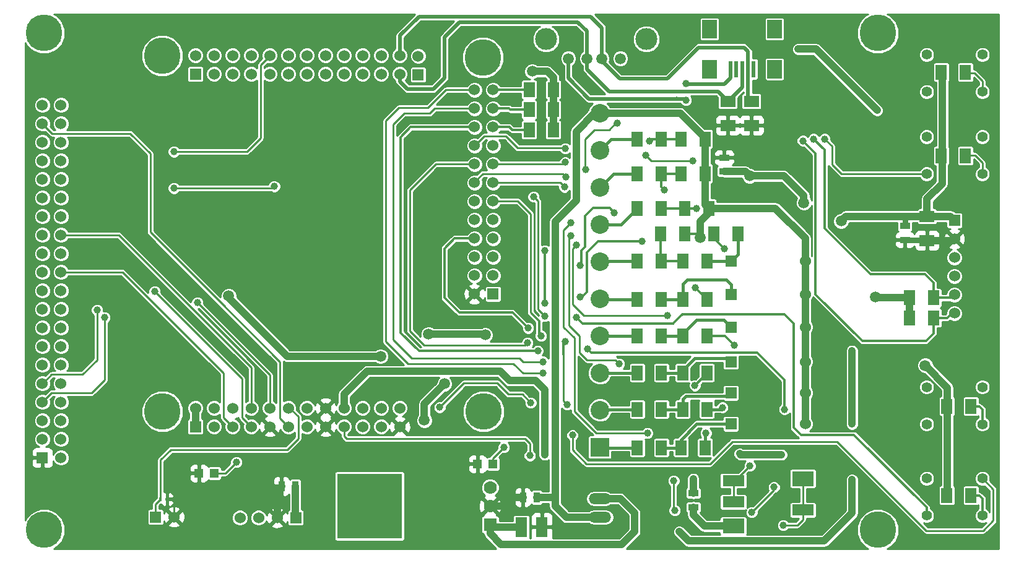
<source format=gtl>
G04 (created by PCBNEW (2013-mar-13)-testing) date mié 28 ago 2013 12:36:51 COT*
%MOIN*%
G04 Gerber Fmt 3.4, Leading zero omitted, Abs format*
%FSLAX34Y34*%
G01*
G70*
G90*
G04 APERTURE LIST*
%ADD10C,0.005906*%
%ADD11R,0.060000X0.080000*%
%ADD12C,0.196900*%
%ADD13R,0.060000X0.060000*%
%ADD14C,0.060000*%
%ADD15C,0.059100*%
%ADD16C,0.118100*%
%ADD17C,0.055000*%
%ADD18R,0.080000X0.060000*%
%ADD19R,0.070000X0.070000*%
%ADD20C,0.070000*%
%ADD21R,0.350000X0.350000*%
%ADD22C,0.100000*%
%ADD23R,0.100000X0.100000*%
%ADD24R,0.055000X0.035000*%
%ADD25R,0.035000X0.055000*%
%ADD26R,0.015700X0.023600*%
%ADD27R,0.078700X0.098400*%
%ADD28R,0.019700X0.090600*%
%ADD29O,0.118700X0.059300*%
%ADD30R,0.063000X0.106000*%
%ADD31R,0.047200X0.047200*%
%ADD32R,0.118110X0.059055*%
%ADD33R,0.118110X0.078740*%
%ADD34C,0.039370*%
%ADD35C,0.039400*%
%ADD36C,0.015700*%
%ADD37C,0.011800*%
%ADD38C,0.010000*%
%ADD39C,0.019700*%
%ADD40C,0.031500*%
G04 APERTURE END LIST*
G54D10*
G54D11*
X66378Y-34154D03*
X67678Y-34154D03*
G54D12*
X79331Y-40649D03*
X79331Y-13878D03*
X34449Y-13878D03*
X34449Y-40650D03*
X58067Y-15196D03*
X40822Y-34279D03*
X58114Y-34275D03*
X40814Y-15098D03*
G54D13*
X42602Y-16094D03*
G54D14*
X42602Y-15094D03*
X43602Y-16094D03*
X43602Y-15094D03*
X44602Y-16094D03*
X44602Y-15094D03*
X45602Y-16094D03*
X45602Y-15094D03*
X46602Y-16094D03*
X46602Y-15094D03*
X47602Y-16094D03*
X47602Y-15094D03*
X48602Y-16094D03*
X48602Y-15094D03*
X49602Y-16094D03*
X49602Y-15094D03*
X50602Y-16094D03*
X50602Y-15094D03*
X51602Y-16094D03*
X51602Y-15094D03*
X52602Y-16094D03*
X52602Y-15094D03*
X53602Y-16094D03*
X53602Y-15094D03*
G54D13*
X42602Y-35094D03*
G54D14*
X42602Y-34094D03*
X43602Y-35094D03*
X43602Y-34094D03*
X44602Y-35094D03*
X44602Y-34094D03*
X45602Y-35094D03*
X45602Y-34094D03*
X46602Y-35094D03*
X46602Y-34094D03*
X47602Y-35094D03*
X47602Y-34094D03*
X48602Y-35094D03*
X48602Y-34094D03*
X49602Y-35094D03*
X49602Y-34094D03*
X50602Y-35094D03*
X50602Y-34094D03*
X51602Y-35094D03*
X51602Y-34094D03*
X52602Y-35094D03*
X52602Y-34094D03*
X53602Y-35094D03*
X53602Y-34094D03*
G54D13*
X58614Y-27944D03*
G54D14*
X57614Y-27944D03*
X58614Y-26944D03*
X57614Y-26944D03*
X58614Y-25944D03*
X57614Y-25944D03*
X58614Y-24944D03*
X57614Y-24944D03*
X58614Y-23944D03*
X57614Y-23944D03*
X58614Y-22944D03*
X57614Y-22944D03*
X58614Y-21944D03*
X57614Y-21944D03*
X58614Y-20944D03*
X57614Y-20944D03*
X58614Y-19944D03*
X57614Y-19944D03*
X58614Y-18944D03*
X57614Y-18944D03*
X58614Y-17944D03*
X57614Y-17944D03*
X58614Y-16944D03*
X57614Y-16944D03*
G54D13*
X54590Y-16125D03*
G54D14*
X54590Y-15125D03*
G54D15*
X62675Y-15256D03*
X63675Y-15256D03*
X64475Y-15256D03*
X65475Y-15256D03*
G54D16*
X61475Y-14206D03*
X66875Y-14206D03*
G54D17*
X84965Y-21473D03*
X84965Y-19473D03*
X81965Y-21473D03*
X81965Y-19473D03*
X84965Y-17044D03*
X84965Y-15044D03*
X81965Y-17044D03*
X81965Y-15044D03*
X84965Y-34957D03*
X84965Y-32957D03*
X81965Y-34957D03*
X81965Y-32957D03*
X84965Y-39878D03*
X84965Y-37878D03*
X81965Y-39878D03*
X81965Y-37878D03*
G54D18*
X72540Y-17559D03*
X72540Y-18859D03*
X71260Y-17559D03*
X71260Y-18859D03*
X81988Y-23760D03*
X81988Y-25060D03*
G54D13*
X34351Y-36764D03*
G54D14*
X35351Y-36764D03*
X34351Y-31764D03*
X35351Y-35764D03*
X34351Y-30764D03*
X35351Y-34764D03*
X34351Y-29764D03*
X35351Y-33764D03*
X34351Y-28764D03*
X35351Y-32764D03*
X34351Y-27764D03*
X35351Y-31764D03*
X34351Y-26764D03*
X35351Y-30764D03*
X34351Y-25764D03*
X35351Y-29764D03*
X34351Y-24764D03*
X35351Y-28764D03*
X34351Y-23764D03*
X35351Y-27764D03*
X34351Y-22764D03*
X35351Y-26764D03*
X34351Y-21764D03*
X35351Y-25764D03*
X35351Y-24764D03*
X34351Y-20764D03*
X35351Y-23764D03*
X35351Y-21764D03*
X35351Y-20764D03*
X35351Y-19764D03*
X35351Y-18764D03*
X34351Y-19764D03*
X34351Y-18764D03*
X34351Y-35764D03*
X34351Y-34764D03*
X34351Y-33764D03*
X34351Y-32764D03*
X34351Y-17764D03*
X35351Y-17764D03*
X35351Y-22764D03*
G54D13*
X83464Y-23975D03*
G54D14*
X83464Y-24975D03*
X83464Y-25975D03*
X83464Y-26975D03*
X83464Y-27975D03*
X83464Y-28975D03*
G54D13*
X71425Y-31595D03*
G54D14*
X75425Y-31595D03*
G54D13*
X71425Y-33268D03*
G54D14*
X75425Y-33268D03*
G54D13*
X71425Y-34941D03*
G54D14*
X75425Y-34941D03*
G54D13*
X71425Y-29725D03*
G54D14*
X75425Y-29725D03*
G54D13*
X71425Y-26181D03*
G54D14*
X75425Y-26181D03*
G54D13*
X71425Y-27953D03*
G54D14*
X75425Y-27953D03*
G54D19*
X58465Y-40370D03*
G54D20*
X58465Y-39370D03*
X58465Y-38370D03*
G54D21*
X51965Y-39370D03*
G54D22*
X64370Y-18201D03*
X64370Y-20201D03*
X64370Y-22201D03*
X64370Y-24201D03*
X64370Y-34201D03*
X64370Y-32201D03*
G54D23*
X64370Y-36201D03*
G54D22*
X64370Y-30201D03*
X64370Y-28201D03*
X64370Y-26201D03*
G54D11*
X66378Y-26181D03*
X67678Y-26181D03*
X67657Y-24705D03*
X68957Y-24705D03*
X66378Y-32185D03*
X67678Y-32185D03*
X66378Y-30217D03*
X67678Y-30217D03*
X66378Y-28248D03*
X67678Y-28248D03*
X68838Y-26181D03*
X70138Y-26181D03*
X66378Y-23327D03*
X67678Y-23327D03*
X66378Y-21457D03*
X67678Y-21457D03*
X66378Y-19587D03*
X67678Y-19587D03*
X68740Y-36221D03*
X70040Y-36221D03*
X68838Y-34154D03*
X70138Y-34154D03*
X68838Y-32185D03*
X70138Y-32185D03*
X68838Y-30217D03*
X70138Y-30217D03*
X68838Y-28248D03*
X70138Y-28248D03*
X71812Y-24705D03*
X70512Y-24705D03*
X70237Y-23327D03*
X68937Y-23327D03*
X70040Y-21457D03*
X68740Y-21457D03*
X70040Y-19587D03*
X68740Y-19587D03*
X61871Y-16929D03*
X60571Y-16929D03*
X61871Y-18012D03*
X60571Y-18012D03*
X61871Y-19095D03*
X60571Y-19095D03*
G54D24*
X69400Y-39425D03*
X69400Y-38675D03*
G54D25*
X60975Y-38900D03*
X60225Y-38900D03*
G54D26*
X40723Y-39000D03*
X41077Y-39000D03*
G54D24*
X80791Y-24274D03*
X80791Y-25024D03*
G54D11*
X66378Y-36221D03*
X67678Y-36221D03*
G54D13*
X48000Y-40000D03*
G54D14*
X47000Y-40000D03*
X46000Y-40000D03*
X45000Y-40000D03*
G54D24*
X71063Y-21340D03*
X71063Y-20590D03*
G54D25*
X47975Y-38300D03*
X47225Y-38300D03*
G54D27*
X70275Y-13666D03*
X73779Y-13666D03*
X73779Y-15831D03*
X70275Y-15831D03*
G54D28*
X72027Y-15831D03*
X72342Y-15831D03*
X71712Y-15830D03*
X72657Y-15831D03*
X71397Y-15831D03*
G54D13*
X40445Y-39961D03*
G54D14*
X41445Y-39961D03*
G54D29*
X64370Y-39969D03*
X64370Y-38969D03*
G54D30*
X60150Y-40500D03*
X61250Y-40500D03*
G54D31*
X58613Y-37100D03*
X57787Y-37100D03*
X43613Y-37600D03*
X42787Y-37600D03*
G54D11*
X81043Y-28150D03*
X82343Y-28150D03*
X81043Y-29233D03*
X82343Y-29233D03*
X83050Y-38800D03*
X84350Y-38800D03*
X83050Y-34000D03*
X84350Y-34000D03*
X82750Y-16000D03*
X84050Y-16000D03*
X82750Y-20500D03*
X84050Y-20500D03*
G54D32*
X75300Y-39581D03*
G54D33*
X75300Y-37888D03*
X71559Y-40447D03*
G54D32*
X71559Y-38006D03*
X71559Y-39148D03*
G54D34*
X75050Y-14750D03*
X79300Y-18050D03*
X77950Y-31000D03*
X77950Y-34950D03*
X77950Y-37950D03*
X68650Y-40750D03*
G54D15*
X58200Y-30150D03*
X55150Y-30100D03*
X44390Y-28051D03*
X52559Y-31300D03*
G54D34*
X69587Y-23327D03*
X67850Y-22350D03*
X67028Y-19685D03*
X70079Y-35433D03*
X70965Y-34055D03*
X69488Y-32874D03*
X71600Y-30700D03*
X69500Y-27600D03*
X71063Y-25492D03*
X63300Y-26400D03*
X65149Y-23555D03*
X60507Y-29771D03*
X63300Y-28100D03*
X61400Y-25600D03*
X61418Y-28445D03*
X66634Y-25099D03*
X61299Y-32200D03*
X62800Y-24100D03*
X66929Y-35433D03*
X61307Y-31586D03*
X62800Y-24800D03*
X65400Y-31700D03*
X61024Y-31004D03*
X68000Y-29100D03*
X63100Y-25300D03*
X72550Y-39700D03*
X68400Y-39600D03*
X73750Y-38350D03*
X68350Y-38000D03*
X60650Y-33800D03*
X55750Y-34050D03*
X74250Y-40400D03*
X60600Y-36650D03*
X72450Y-37200D03*
X69400Y-37900D03*
X74150Y-36600D03*
X71900Y-36550D03*
X61400Y-36600D03*
X41437Y-22244D03*
X46851Y-22146D03*
X41437Y-20276D03*
X37700Y-29200D03*
X37300Y-28800D03*
X63700Y-30900D03*
X60472Y-30570D03*
X74311Y-34154D03*
X69389Y-20759D03*
X62460Y-22177D03*
X66831Y-20473D03*
X76477Y-19587D03*
X62551Y-21637D03*
X63614Y-21244D03*
X65300Y-18750D03*
X62500Y-30500D03*
X61200Y-30200D03*
X62600Y-33900D03*
X62894Y-35551D03*
X63100Y-29200D03*
X60800Y-22700D03*
X61418Y-29134D03*
X40400Y-27800D03*
X42700Y-28400D03*
X62500Y-20100D03*
X75886Y-19587D03*
X69000Y-17500D03*
X69000Y-16600D03*
X75296Y-19685D03*
X62500Y-20850D03*
G54D15*
X60729Y-15945D03*
X75350Y-23031D03*
X79200Y-28100D03*
X72437Y-21574D03*
X81890Y-31792D03*
X77362Y-24016D03*
X54922Y-34744D03*
X56004Y-32776D03*
X69767Y-24885D03*
G54D34*
X60650Y-39550D03*
X54750Y-28700D03*
X57600Y-29400D03*
X59200Y-36200D03*
X44800Y-37000D03*
G54D35*
X76000Y-14750D02*
X75050Y-14750D01*
X79300Y-18050D02*
X76000Y-14750D01*
X77950Y-34950D02*
X77950Y-31000D01*
X77950Y-39750D02*
X77950Y-37950D01*
X76450Y-41250D02*
X77950Y-39750D01*
X69150Y-41250D02*
X76450Y-41250D01*
X68650Y-40750D02*
X69150Y-41250D01*
X55150Y-30100D02*
X58150Y-30100D01*
X58150Y-30100D02*
X58200Y-30150D01*
X44390Y-28150D02*
X44390Y-28051D01*
X47540Y-31300D02*
X44390Y-28150D01*
X52559Y-31300D02*
X47540Y-31300D01*
G54D36*
X68740Y-35788D02*
X69587Y-34941D01*
X68740Y-36221D02*
X68740Y-35788D01*
X69587Y-34941D02*
X71425Y-34941D01*
X67678Y-36221D02*
X68740Y-36221D01*
X68838Y-34154D02*
X68838Y-33612D01*
X71243Y-33450D02*
X71425Y-33268D01*
X69000Y-33450D02*
X71243Y-33450D01*
X68838Y-33612D02*
X69000Y-33450D01*
X67678Y-34154D02*
X68838Y-34154D01*
X68838Y-32185D02*
X67678Y-32185D01*
X71228Y-31398D02*
X71425Y-31595D01*
X68838Y-32049D02*
X69489Y-31398D01*
X69489Y-31398D02*
X71228Y-31398D01*
X68838Y-32185D02*
X68838Y-32049D01*
X68838Y-30080D02*
X69587Y-29331D01*
X68838Y-30217D02*
X68838Y-30080D01*
X69587Y-29331D02*
X71031Y-29331D01*
X68838Y-30217D02*
X67678Y-30217D01*
X71031Y-29331D02*
X71425Y-29725D01*
X68838Y-28248D02*
X68838Y-27412D01*
X69084Y-27166D02*
X69587Y-27166D01*
X68838Y-27412D02*
X69084Y-27166D01*
X67678Y-28248D02*
X68838Y-28248D01*
X69587Y-27166D02*
X71162Y-27166D01*
X71162Y-27166D02*
X71425Y-27429D01*
X71425Y-27429D02*
X71425Y-27953D01*
X71812Y-25794D02*
X71425Y-26181D01*
X71812Y-24705D02*
X71812Y-25794D01*
X70138Y-26181D02*
X71425Y-26181D01*
G54D37*
X69587Y-23327D02*
X68937Y-23327D01*
X68937Y-23327D02*
X67678Y-23327D01*
X67678Y-22178D02*
X67850Y-22350D01*
X67678Y-21457D02*
X67678Y-22178D01*
X67678Y-21457D02*
X68740Y-21457D01*
X67678Y-19587D02*
X68740Y-19587D01*
X67028Y-19685D02*
X67126Y-19587D01*
X67126Y-19587D02*
X67678Y-19587D01*
G54D36*
X66378Y-36221D02*
X64390Y-36221D01*
X64390Y-36221D02*
X64370Y-36201D01*
X70079Y-35433D02*
X70040Y-35472D01*
X70040Y-35472D02*
X70040Y-36221D01*
X66378Y-34154D02*
X64417Y-34154D01*
X64417Y-34154D02*
X64370Y-34201D01*
X70866Y-34154D02*
X70138Y-34154D01*
X70965Y-34055D02*
X70866Y-34154D01*
X64386Y-32185D02*
X64370Y-32201D01*
X66378Y-32185D02*
X64386Y-32185D01*
G54D37*
X69488Y-32874D02*
X70138Y-32224D01*
X70138Y-32224D02*
X70138Y-32185D01*
G54D36*
X64386Y-30217D02*
X64370Y-30201D01*
X66378Y-30217D02*
X64386Y-30217D01*
G54D37*
X70138Y-30217D02*
X71117Y-30217D01*
X71117Y-30217D02*
X71600Y-30700D01*
G54D36*
X66378Y-28248D02*
X64417Y-28248D01*
X64417Y-28248D02*
X64370Y-28201D01*
G54D37*
X70138Y-28248D02*
X70138Y-28238D01*
X70138Y-28238D02*
X69500Y-27600D01*
G54D36*
X66378Y-26181D02*
X64390Y-26181D01*
X64390Y-26181D02*
X64370Y-26201D01*
G54D37*
X70512Y-24941D02*
X70512Y-24705D01*
X71063Y-25492D02*
X70512Y-24941D01*
G54D36*
X64370Y-24201D02*
X65504Y-24201D01*
X65504Y-24201D02*
X66378Y-23327D01*
X65114Y-21457D02*
X64370Y-22201D01*
X66378Y-21457D02*
X65114Y-21457D01*
X64984Y-19587D02*
X64370Y-20201D01*
X66378Y-19587D02*
X64984Y-19587D01*
G54D37*
X63388Y-25588D02*
X63386Y-25591D01*
X63388Y-26311D02*
X63388Y-25588D01*
X63300Y-26400D02*
X63388Y-26311D01*
X63386Y-25591D02*
X63583Y-25394D01*
X63583Y-25394D02*
X63583Y-23721D01*
X63583Y-23721D02*
X63594Y-23709D01*
X63594Y-23708D02*
X64003Y-23299D01*
X64003Y-23299D02*
X64007Y-23299D01*
X63594Y-23709D02*
X63594Y-23708D01*
X64893Y-23299D02*
X65149Y-23555D01*
X64007Y-23299D02*
X64893Y-23299D01*
X59074Y-28937D02*
X59673Y-28937D01*
X59673Y-28937D02*
X60507Y-29771D01*
X56004Y-25493D02*
X56004Y-28150D01*
X56791Y-28937D02*
X59074Y-28937D01*
X56004Y-28150D02*
X56791Y-28937D01*
X56004Y-25493D02*
X56553Y-24944D01*
X57614Y-24944D02*
X56553Y-24944D01*
X56553Y-24944D02*
X56004Y-25493D01*
X63300Y-28100D02*
X63400Y-28100D01*
X63400Y-28100D02*
X63681Y-27819D01*
X63681Y-27819D02*
X63681Y-25689D01*
X61418Y-25618D02*
X61418Y-26772D01*
G54D38*
X61400Y-25600D02*
X61418Y-25618D01*
G54D37*
X61418Y-26772D02*
X61418Y-28445D01*
X63681Y-25689D02*
X64271Y-25099D01*
X64271Y-25099D02*
X66634Y-25099D01*
G54D38*
X59185Y-31693D02*
X59720Y-31693D01*
X60228Y-32200D02*
X61299Y-32200D01*
X59720Y-31693D02*
X60228Y-32200D01*
X56088Y-16944D02*
X55118Y-17914D01*
X57614Y-16944D02*
X56088Y-16944D01*
X53544Y-17914D02*
X55118Y-17914D01*
X52855Y-18603D02*
X53544Y-17914D01*
X52855Y-30512D02*
X52855Y-18603D01*
X54036Y-31693D02*
X52855Y-30512D01*
X59185Y-31693D02*
X54036Y-31693D01*
X62402Y-26280D02*
X62402Y-24498D01*
X62402Y-24498D02*
X62800Y-24100D01*
X64173Y-35433D02*
X66929Y-35433D01*
X62992Y-34252D02*
X64173Y-35433D01*
X62992Y-30315D02*
X62992Y-34252D01*
G54D37*
X58629Y-16929D02*
X58614Y-16944D01*
G54D38*
X62402Y-26280D02*
X62402Y-29725D01*
G54D37*
X60571Y-16929D02*
X58629Y-16929D01*
G54D38*
X62402Y-29725D02*
X62992Y-30315D01*
X59354Y-31398D02*
X60035Y-31398D01*
X60224Y-31586D02*
X61307Y-31586D01*
X60035Y-31398D02*
X60224Y-31586D01*
X54233Y-31398D02*
X59354Y-31398D01*
X53248Y-30413D02*
X54233Y-31398D01*
X53248Y-18800D02*
X53248Y-30413D01*
X53839Y-18209D02*
X53248Y-18800D01*
X55217Y-18209D02*
X53839Y-18209D01*
X55482Y-17944D02*
X55217Y-18209D01*
X57614Y-17944D02*
X55482Y-17944D01*
X62697Y-26674D02*
X62697Y-24903D01*
X62697Y-24903D02*
X62800Y-24800D01*
X63342Y-31157D02*
X63681Y-31496D01*
X63681Y-31496D02*
X65196Y-31496D01*
X65196Y-31496D02*
X65400Y-31700D01*
X63342Y-31157D02*
X63288Y-31103D01*
X63288Y-31103D02*
X63288Y-30213D01*
X62697Y-28834D02*
X62697Y-26674D01*
X62697Y-28972D02*
X62697Y-28834D01*
X62697Y-29622D02*
X63288Y-30213D01*
X62697Y-28972D02*
X62697Y-29622D01*
G54D37*
X59547Y-18012D02*
X59479Y-17944D01*
X59479Y-17944D02*
X58614Y-17944D01*
X60571Y-18012D02*
X59547Y-18012D01*
X61024Y-31004D02*
X57973Y-31004D01*
X54626Y-31004D02*
X53642Y-30020D01*
X54187Y-18944D02*
X57614Y-18944D01*
X53642Y-19489D02*
X54187Y-18944D01*
X53642Y-30020D02*
X53642Y-19489D01*
X55020Y-31004D02*
X54626Y-31004D01*
X57973Y-31004D02*
X55020Y-31004D01*
G54D38*
X63500Y-29100D02*
X63400Y-29000D01*
X64150Y-29100D02*
X63500Y-29100D01*
X68000Y-29100D02*
X64150Y-29100D01*
X62900Y-28100D02*
X62900Y-28500D01*
X62900Y-28500D02*
X63400Y-29000D01*
X62900Y-25500D02*
X63100Y-25300D01*
X62900Y-28100D02*
X62900Y-25500D01*
G54D37*
X59646Y-19095D02*
X59495Y-18944D01*
X59495Y-18944D02*
X58614Y-18944D01*
X60571Y-19095D02*
X59646Y-19095D01*
X67657Y-26160D02*
X67678Y-26181D01*
X67657Y-24705D02*
X67657Y-26160D01*
X68838Y-26181D02*
X67678Y-26181D01*
G54D38*
X73750Y-38500D02*
X73750Y-38350D01*
X72550Y-39700D02*
X73750Y-38500D01*
X68350Y-38000D02*
X68350Y-39550D01*
X68350Y-39550D02*
X68400Y-39600D01*
X60200Y-33350D02*
X60650Y-33800D01*
X59450Y-33350D02*
X60200Y-33350D01*
X58850Y-32750D02*
X59450Y-33350D01*
X57050Y-32750D02*
X58850Y-32750D01*
X55750Y-34050D02*
X57050Y-32750D01*
X75300Y-39581D02*
X75300Y-40100D01*
X75000Y-40400D02*
X74250Y-40400D01*
X75300Y-40100D02*
X75000Y-40400D01*
X75300Y-39581D02*
X75300Y-37888D01*
X50602Y-35094D02*
X50602Y-35602D01*
X60600Y-36000D02*
X60600Y-36650D01*
X60350Y-35750D02*
X60600Y-36000D01*
X50750Y-35750D02*
X60350Y-35750D01*
X50602Y-35602D02*
X50750Y-35750D01*
X71559Y-38006D02*
X71643Y-38006D01*
X71643Y-38006D02*
X72450Y-37200D01*
X71559Y-38006D02*
X71559Y-39148D01*
G54D35*
X69400Y-38675D02*
X69400Y-37900D01*
X60900Y-32600D02*
X61400Y-33100D01*
X61400Y-33100D02*
X61400Y-36600D01*
X71950Y-36600D02*
X74150Y-36600D01*
X71900Y-36550D02*
X71950Y-36600D01*
X50602Y-34094D02*
X50602Y-33348D01*
G54D38*
X61400Y-33100D02*
X61400Y-36600D01*
G54D35*
X59500Y-32600D02*
X60900Y-32600D01*
X59000Y-32100D02*
X59500Y-32600D01*
X51850Y-32100D02*
X59000Y-32100D01*
X50602Y-33348D02*
X51850Y-32100D01*
G54D38*
X41437Y-22244D02*
X46753Y-22244D01*
X46753Y-22244D02*
X46851Y-22146D01*
X46602Y-15094D02*
X46602Y-15098D01*
X45374Y-20276D02*
X41437Y-20276D01*
X46100Y-19550D02*
X45374Y-20276D01*
X46100Y-15600D02*
X46100Y-19550D01*
X46602Y-15098D02*
X46100Y-15600D01*
X37697Y-29800D02*
X37697Y-29203D01*
X37697Y-29203D02*
X37700Y-29200D01*
X37697Y-32579D02*
X37697Y-29800D01*
X37008Y-33268D02*
X37697Y-32579D01*
X36122Y-33268D02*
X37008Y-33268D01*
X34843Y-33268D02*
X36122Y-33268D01*
X34351Y-33760D02*
X34843Y-33268D01*
X34351Y-33764D02*
X34351Y-33760D01*
X37300Y-29400D02*
X37303Y-29400D01*
X37303Y-29397D02*
X37300Y-29400D01*
X37303Y-28803D02*
X37303Y-29397D01*
X37300Y-28800D02*
X37303Y-28803D01*
X36516Y-32284D02*
X37303Y-31497D01*
X37303Y-31497D02*
X37303Y-29400D01*
X34351Y-32764D02*
X34363Y-32764D01*
X34363Y-32764D02*
X34843Y-32284D01*
X34843Y-32284D02*
X36516Y-32284D01*
G54D37*
X64600Y-31100D02*
X64600Y-31103D01*
X64597Y-31103D02*
X64600Y-31100D01*
X63903Y-31103D02*
X64597Y-31103D01*
X63700Y-30900D02*
X63903Y-31103D01*
X84350Y-34000D02*
X84800Y-34000D01*
X84965Y-34165D02*
X84965Y-34957D01*
X84800Y-34000D02*
X84965Y-34165D01*
G54D38*
X59141Y-30709D02*
X60334Y-30709D01*
X55533Y-20944D02*
X54134Y-22343D01*
X54134Y-22343D02*
X54134Y-29921D01*
X54134Y-29921D02*
X54922Y-30709D01*
X54922Y-30709D02*
X59141Y-30709D01*
X57614Y-20944D02*
X55533Y-20944D01*
X60334Y-30709D02*
X60472Y-30570D01*
G54D37*
X64600Y-31103D02*
X72835Y-31103D01*
X72835Y-31103D02*
X74311Y-32579D01*
X74311Y-32579D02*
X74311Y-34154D01*
G54D38*
X83840Y-16044D02*
X84544Y-16044D01*
X84965Y-16465D02*
X84965Y-17044D01*
X84544Y-16044D02*
X84965Y-16465D01*
X68716Y-20768D02*
X69381Y-20768D01*
X69381Y-20768D02*
X69389Y-20759D01*
X58614Y-21944D02*
X62227Y-21944D01*
X62227Y-21944D02*
X62460Y-22177D01*
X67126Y-20768D02*
X68716Y-20768D01*
X66831Y-20473D02*
X67126Y-20768D01*
X64075Y-19095D02*
X64862Y-19095D01*
X63583Y-19587D02*
X64075Y-19095D01*
X76477Y-19587D02*
X76870Y-19980D01*
X76870Y-20965D02*
X77378Y-21473D01*
X76870Y-19980D02*
X76870Y-20965D01*
X77378Y-21473D02*
X81965Y-21473D01*
X58071Y-21456D02*
X62370Y-21456D01*
X62370Y-21456D02*
X62551Y-21637D01*
X57614Y-21914D02*
X58071Y-21456D01*
X57614Y-21944D02*
X57614Y-21914D01*
X63614Y-21244D02*
X63583Y-21212D01*
X63583Y-21212D02*
X63583Y-19587D01*
X64862Y-19094D02*
X65188Y-18767D01*
X65188Y-18767D02*
X65200Y-18767D01*
X64862Y-19095D02*
X64862Y-19094D01*
X65282Y-18767D02*
X65300Y-18750D01*
X65200Y-18767D02*
X65282Y-18767D01*
X83840Y-20473D02*
X84573Y-20473D01*
X84965Y-20865D02*
X84965Y-21473D01*
X84573Y-20473D02*
X84965Y-20865D01*
X62894Y-35551D02*
X62894Y-36344D01*
X85550Y-38463D02*
X84965Y-37878D01*
X85550Y-40150D02*
X85550Y-38463D01*
X85000Y-40700D02*
X85550Y-40150D01*
X81950Y-40700D02*
X85000Y-40700D01*
X77150Y-35900D02*
X81950Y-40700D01*
X71500Y-35900D02*
X77150Y-35900D01*
X70300Y-37100D02*
X71500Y-35900D01*
X63650Y-37100D02*
X70300Y-37100D01*
X62894Y-36344D02*
X63650Y-37100D01*
G54D37*
X62400Y-31200D02*
X62402Y-31200D01*
X62402Y-31198D02*
X62400Y-31200D01*
X62402Y-30598D02*
X62402Y-31198D01*
X62500Y-30500D02*
X62402Y-30598D01*
X61096Y-29403D02*
X61096Y-30096D01*
X61096Y-30096D02*
X61200Y-30200D01*
G54D38*
X62400Y-33100D02*
X62402Y-33100D01*
X62402Y-33102D02*
X62400Y-33100D01*
X62402Y-33702D02*
X62402Y-33102D01*
X62600Y-33900D02*
X62402Y-33702D01*
X62894Y-35551D02*
X62894Y-36251D01*
X62894Y-36251D02*
X62893Y-36251D01*
X62893Y-36251D02*
X62894Y-36251D01*
X62402Y-31496D02*
X62402Y-33100D01*
X58614Y-22944D02*
X59952Y-22944D01*
X59952Y-22944D02*
X60630Y-23622D01*
X60630Y-23622D02*
X60630Y-28937D01*
X60630Y-28937D02*
X61096Y-29403D01*
X62402Y-31200D02*
X62402Y-31496D01*
G54D37*
X63428Y-29528D02*
X68307Y-29528D01*
X63100Y-29200D02*
X63428Y-29528D01*
G54D38*
X68307Y-29528D02*
X68417Y-29417D01*
X61047Y-24956D02*
X61047Y-22947D01*
X61047Y-22947D02*
X60800Y-22700D01*
X68417Y-29417D02*
X68307Y-29528D01*
X68417Y-29417D02*
X68799Y-29036D01*
X61047Y-28763D02*
X61418Y-29134D01*
X61047Y-24956D02*
X61047Y-28763D01*
G54D37*
X84350Y-38800D02*
X84800Y-38800D01*
X84965Y-38965D02*
X84965Y-39878D01*
X84800Y-38800D02*
X84965Y-38965D01*
X68307Y-29528D02*
X68799Y-29036D01*
X81965Y-39445D02*
X81965Y-39878D01*
X68799Y-29036D02*
X74311Y-29036D01*
X74311Y-29036D02*
X74803Y-29528D01*
X74803Y-29528D02*
X74803Y-35138D01*
X74803Y-35138D02*
X75197Y-35532D01*
X75197Y-35532D02*
X78052Y-35532D01*
X78052Y-35532D02*
X81965Y-39445D01*
G54D38*
X40158Y-24100D02*
X40158Y-24607D01*
X40158Y-24607D02*
X43799Y-28248D01*
X47146Y-31595D02*
X47146Y-32284D01*
X43799Y-28248D02*
X47146Y-31595D01*
X47146Y-34646D02*
X47146Y-32284D01*
X47602Y-35094D02*
X47594Y-35094D01*
X47594Y-35094D02*
X47146Y-34646D01*
X34879Y-19292D02*
X34351Y-18764D01*
X39076Y-19292D02*
X34879Y-19292D01*
X40158Y-20374D02*
X39076Y-19292D01*
X40158Y-24100D02*
X40158Y-20374D01*
X44602Y-35094D02*
X44594Y-35094D01*
X38664Y-26764D02*
X35351Y-26764D01*
X44100Y-32200D02*
X38664Y-26764D01*
X44100Y-34600D02*
X44100Y-32200D01*
X44594Y-35094D02*
X44100Y-34600D01*
X35351Y-24764D02*
X38464Y-24764D01*
X45602Y-31902D02*
X45602Y-34094D01*
X38464Y-24764D02*
X45602Y-31902D01*
X45602Y-35094D02*
X45594Y-35094D01*
X45100Y-32500D02*
X40400Y-27800D01*
X45100Y-34600D02*
X45100Y-32500D01*
X45594Y-35094D02*
X45100Y-34600D01*
X46602Y-32302D02*
X46602Y-34094D01*
X42700Y-28400D02*
X46602Y-32302D01*
X57614Y-19944D02*
X57656Y-19944D01*
G54D37*
X62479Y-20079D02*
X62500Y-20100D01*
X78937Y-26870D02*
X81870Y-26870D01*
X78937Y-26870D02*
X76477Y-24410D01*
X76477Y-24410D02*
X76477Y-20178D01*
X76477Y-20178D02*
X75886Y-19587D01*
X81870Y-26870D02*
X82343Y-27343D01*
X82343Y-27343D02*
X82343Y-28150D01*
G54D38*
X60000Y-20079D02*
X59942Y-20079D01*
X60000Y-20079D02*
X62479Y-20079D01*
X57656Y-19944D02*
X58150Y-19450D01*
X58150Y-19450D02*
X59313Y-19450D01*
X59313Y-19450D02*
X59942Y-20079D01*
G54D37*
X82343Y-28150D02*
X83289Y-28150D01*
X83289Y-28150D02*
X83464Y-27975D01*
G54D39*
X72343Y-14862D02*
X72343Y-15748D01*
X64475Y-15361D02*
X65453Y-16339D01*
X68012Y-16339D02*
X69685Y-14666D01*
X54626Y-12992D02*
X63878Y-12992D01*
X65453Y-16339D02*
X68012Y-16339D01*
X72343Y-17362D02*
X72540Y-17559D01*
X72343Y-15748D02*
X72343Y-17362D01*
X69685Y-14666D02*
X72147Y-14666D01*
X53602Y-14016D02*
X54626Y-12992D01*
X63878Y-12992D02*
X64475Y-13589D01*
X72147Y-14666D02*
X72343Y-14862D01*
X53602Y-15094D02*
X53602Y-14016D01*
X64475Y-15256D02*
X64475Y-15361D01*
X64475Y-13589D02*
X64475Y-15256D01*
X53602Y-16094D02*
X53602Y-16502D01*
X55400Y-16900D02*
X56000Y-16300D01*
X54000Y-16900D02*
X55400Y-16900D01*
X53602Y-16502D02*
X54000Y-16900D01*
X63675Y-13775D02*
X63675Y-15256D01*
X63189Y-13289D02*
X63675Y-13775D01*
X56810Y-13289D02*
X63189Y-13289D01*
X56000Y-14100D02*
X56810Y-13289D01*
X56000Y-16300D02*
X56000Y-14100D01*
X72027Y-15831D02*
X72027Y-16792D01*
X72027Y-16792D02*
X71260Y-17559D01*
X69587Y-17028D02*
X70729Y-17028D01*
X70729Y-17028D02*
X71260Y-17559D01*
X64862Y-17028D02*
X69587Y-17028D01*
X63675Y-15256D02*
X63675Y-15841D01*
X63675Y-15841D02*
X64862Y-17028D01*
X70473Y-16634D02*
X69034Y-16634D01*
X68500Y-17400D02*
X68500Y-17422D01*
X68522Y-17422D02*
X68500Y-17400D01*
X68922Y-17422D02*
X68522Y-17422D01*
X69000Y-17500D02*
X68922Y-17422D01*
X69034Y-16634D02*
X69000Y-16600D01*
X71398Y-15748D02*
X71398Y-16299D01*
X71063Y-16634D02*
X70473Y-16634D01*
X71398Y-16299D02*
X71063Y-16634D01*
X62675Y-16317D02*
X63780Y-17422D01*
X63780Y-17422D02*
X68500Y-17422D01*
X62675Y-15256D02*
X62675Y-16317D01*
G54D37*
X78500Y-30469D02*
X81931Y-30469D01*
X81931Y-30469D02*
X82343Y-30057D01*
X75985Y-20374D02*
X75296Y-19685D01*
X75985Y-27954D02*
X75985Y-20374D01*
X78500Y-30469D02*
X75985Y-27954D01*
G54D38*
X62500Y-20850D02*
X62406Y-20944D01*
X62406Y-20944D02*
X58614Y-20944D01*
G54D37*
X83464Y-28975D02*
X83325Y-28975D01*
X83067Y-29233D02*
X82343Y-29233D01*
X83325Y-28975D02*
X83067Y-29233D01*
X82343Y-30057D02*
X82343Y-29233D01*
G54D38*
X82343Y-30057D02*
X82343Y-29233D01*
X40723Y-39000D02*
X40723Y-36877D01*
X40723Y-36877D02*
X41281Y-36319D01*
X40723Y-39000D02*
X40700Y-39000D01*
X40445Y-39255D02*
X40445Y-39961D01*
X40700Y-39000D02*
X40445Y-39255D01*
X48130Y-34548D02*
X48130Y-35729D01*
X48130Y-35729D02*
X47540Y-36319D01*
X47540Y-36319D02*
X41281Y-36319D01*
X47602Y-34094D02*
X47676Y-34094D01*
X47676Y-34094D02*
X48130Y-34548D01*
G54D35*
X69400Y-39425D02*
X69400Y-39850D01*
X69997Y-40447D02*
X71559Y-40447D01*
X69400Y-39850D02*
X69997Y-40447D01*
X60150Y-40500D02*
X58595Y-40500D01*
X58595Y-40500D02*
X58465Y-40370D01*
X64370Y-38969D02*
X65469Y-38969D01*
X65469Y-38969D02*
X66240Y-39740D01*
X66240Y-40748D02*
X66240Y-39740D01*
X58465Y-40847D02*
X59055Y-41437D01*
X59055Y-41437D02*
X65551Y-41437D01*
X58465Y-40370D02*
X58465Y-40847D01*
X65551Y-41437D02*
X66240Y-40748D01*
X60729Y-15945D02*
X61545Y-15945D01*
X61545Y-15945D02*
X61871Y-16271D01*
X61871Y-16271D02*
X61871Y-16929D01*
X72437Y-21574D02*
X72202Y-21340D01*
X72202Y-21340D02*
X71063Y-21340D01*
X75350Y-23031D02*
X75350Y-22650D01*
X74274Y-21574D02*
X72437Y-21574D01*
X75350Y-22650D02*
X74274Y-21574D01*
X71063Y-21340D02*
X72202Y-21340D01*
X72202Y-21340D02*
X72437Y-21574D01*
X81043Y-28150D02*
X79250Y-28150D01*
X79250Y-28150D02*
X79200Y-28100D01*
X81043Y-28150D02*
X81043Y-29233D01*
X82815Y-16044D02*
X82815Y-20473D01*
X82815Y-20473D02*
X82800Y-20488D01*
X82800Y-20488D02*
X82800Y-22000D01*
X82800Y-22000D02*
X81988Y-22812D01*
X81988Y-22812D02*
X81988Y-23760D01*
X83090Y-33957D02*
X83090Y-38878D01*
X81890Y-31792D02*
X81892Y-31792D01*
X83090Y-32990D02*
X83090Y-33957D01*
X81892Y-31792D02*
X83090Y-32990D01*
X47975Y-38300D02*
X47975Y-39975D01*
X47975Y-39975D02*
X48000Y-40000D01*
G54D40*
X80791Y-24274D02*
X80791Y-23874D01*
X80791Y-23874D02*
X80906Y-23760D01*
G54D35*
X80906Y-23760D02*
X80441Y-23760D01*
X80441Y-23760D02*
X77618Y-23760D01*
X77618Y-23760D02*
X77362Y-24016D01*
X61871Y-18012D02*
X61871Y-19095D01*
X61871Y-16929D02*
X61871Y-18012D01*
X56004Y-32776D02*
X54922Y-33858D01*
X54922Y-33858D02*
X54922Y-34744D01*
X42602Y-34094D02*
X42602Y-35094D01*
X83249Y-23760D02*
X83464Y-23975D01*
X81988Y-23760D02*
X83249Y-23760D01*
X80906Y-23760D02*
X81988Y-23760D01*
X61959Y-26000D02*
X61959Y-24041D01*
X63100Y-22300D02*
X63091Y-22300D01*
X63091Y-22309D02*
X63100Y-22300D01*
X63091Y-22909D02*
X63091Y-22309D01*
X61959Y-24041D02*
X63091Y-22909D01*
X70040Y-21457D02*
X70040Y-23130D01*
X70040Y-23130D02*
X70237Y-23327D01*
X69767Y-24885D02*
X69767Y-24032D01*
X70237Y-23563D02*
X70237Y-23327D01*
X69800Y-24000D02*
X70237Y-23563D01*
X69767Y-24032D02*
X69800Y-24000D01*
X70040Y-19587D02*
X70040Y-21457D01*
X61959Y-38900D02*
X61959Y-39359D01*
X62569Y-39969D02*
X64370Y-39969D01*
X61959Y-39359D02*
X62569Y-39969D01*
X60975Y-38900D02*
X61959Y-38900D01*
X61959Y-38900D02*
X61900Y-38900D01*
X61900Y-38900D02*
X61959Y-38900D01*
G54D37*
X69586Y-24705D02*
X68957Y-24705D01*
X69767Y-24885D02*
X69586Y-24705D01*
G54D35*
X61959Y-38900D02*
X61959Y-26000D01*
X70040Y-19587D02*
X70040Y-19548D01*
X68693Y-18201D02*
X64370Y-18201D01*
X70040Y-19548D02*
X68693Y-18201D01*
X75425Y-26181D02*
X75425Y-24933D01*
X75425Y-24933D02*
X73819Y-23327D01*
X73819Y-23327D02*
X70237Y-23327D01*
X75425Y-34941D02*
X75425Y-33268D01*
X75425Y-31595D02*
X75425Y-33268D01*
X75425Y-29725D02*
X75425Y-31595D01*
X75425Y-26181D02*
X75425Y-27953D01*
X75425Y-27953D02*
X75425Y-29725D01*
X64370Y-18201D02*
X64083Y-18201D01*
X63091Y-19193D02*
X63091Y-22300D01*
X64083Y-18201D02*
X63091Y-19193D01*
G54D38*
X59120Y-39370D02*
X58465Y-39370D01*
X59300Y-39550D02*
X59120Y-39370D01*
X60650Y-39550D02*
X59300Y-39550D01*
G54D35*
X54750Y-28750D02*
X54750Y-28700D01*
X55400Y-29400D02*
X54750Y-28750D01*
X57600Y-29400D02*
X55400Y-29400D01*
G54D38*
X41077Y-39000D02*
X41300Y-39000D01*
X41300Y-39000D02*
X41445Y-39145D01*
X41445Y-39145D02*
X41445Y-39961D01*
G54D35*
X60225Y-38900D02*
X59600Y-38900D01*
X59600Y-38900D02*
X59130Y-39370D01*
X59130Y-39370D02*
X58465Y-39370D01*
X47000Y-40000D02*
X47000Y-38525D01*
X47000Y-38525D02*
X47225Y-38300D01*
G54D38*
X41445Y-39145D02*
X41445Y-39961D01*
X41300Y-39000D02*
X41445Y-39145D01*
G54D40*
X80791Y-25024D02*
X81952Y-25024D01*
X81952Y-25024D02*
X81988Y-25060D01*
G54D35*
X81988Y-25060D02*
X83379Y-25060D01*
X83379Y-25060D02*
X83464Y-24975D01*
G54D38*
X58613Y-37100D02*
X58613Y-36787D01*
X58613Y-36787D02*
X59200Y-36200D01*
X43613Y-37600D02*
X44200Y-37600D01*
X44200Y-37600D02*
X44800Y-37000D01*
G54D10*
G36*
X44678Y-34099D02*
X44607Y-34170D01*
X44602Y-34164D01*
X44596Y-34170D01*
X44525Y-34099D01*
X44531Y-34094D01*
X44525Y-34088D01*
X44596Y-34017D01*
X44602Y-34023D01*
X44607Y-34017D01*
X44678Y-34088D01*
X44672Y-34094D01*
X44678Y-34099D01*
X44678Y-34099D01*
G37*
G54D38*
X44678Y-34099D02*
X44607Y-34170D01*
X44602Y-34164D01*
X44596Y-34170D01*
X44525Y-34099D01*
X44531Y-34094D01*
X44525Y-34088D01*
X44596Y-34017D01*
X44602Y-34023D01*
X44607Y-34017D01*
X44678Y-34088D01*
X44672Y-34094D01*
X44678Y-34099D01*
G54D10*
G36*
X85855Y-41662D02*
X80512Y-41662D01*
X79850Y-41662D01*
X79972Y-41611D01*
X80292Y-41292D01*
X80465Y-40875D01*
X80465Y-40424D01*
X80293Y-40007D01*
X79974Y-39687D01*
X79557Y-39514D01*
X79106Y-39514D01*
X78689Y-39686D01*
X78369Y-40005D01*
X78297Y-40180D01*
X78297Y-39750D01*
X78297Y-39749D01*
X78297Y-37950D01*
X78296Y-37949D01*
X78296Y-37881D01*
X78270Y-37817D01*
X78270Y-37817D01*
X78270Y-37816D01*
X78244Y-37753D01*
X78195Y-37705D01*
X78195Y-37704D01*
X78194Y-37704D01*
X78146Y-37656D01*
X78083Y-37629D01*
X78082Y-37629D01*
X78082Y-37629D01*
X78019Y-37603D01*
X77950Y-37603D01*
X77950Y-37603D01*
X77949Y-37603D01*
X77881Y-37603D01*
X77817Y-37629D01*
X77817Y-37629D01*
X77816Y-37629D01*
X77753Y-37655D01*
X77705Y-37704D01*
X77704Y-37704D01*
X77704Y-37705D01*
X77656Y-37753D01*
X77629Y-37816D01*
X77629Y-37817D01*
X77629Y-37817D01*
X77603Y-37880D01*
X77603Y-37949D01*
X77603Y-37950D01*
X77603Y-39606D01*
X76306Y-40903D01*
X76040Y-40903D01*
X76040Y-39906D01*
X76040Y-39846D01*
X76040Y-39256D01*
X76017Y-39201D01*
X75975Y-39159D01*
X75920Y-39136D01*
X75860Y-39136D01*
X75500Y-39136D01*
X75500Y-38432D01*
X75920Y-38432D01*
X75975Y-38409D01*
X76017Y-38367D01*
X76040Y-38312D01*
X76040Y-38252D01*
X76040Y-37465D01*
X76017Y-37409D01*
X75975Y-37367D01*
X75920Y-37344D01*
X75860Y-37344D01*
X74679Y-37344D01*
X74624Y-37367D01*
X74582Y-37409D01*
X74559Y-37465D01*
X74559Y-37524D01*
X74559Y-38312D01*
X74582Y-38367D01*
X74624Y-38409D01*
X74679Y-38432D01*
X74739Y-38432D01*
X75100Y-38432D01*
X75100Y-39136D01*
X74679Y-39136D01*
X74624Y-39159D01*
X74582Y-39201D01*
X74559Y-39256D01*
X74559Y-39316D01*
X74559Y-39906D01*
X74582Y-39961D01*
X74624Y-40003D01*
X74679Y-40026D01*
X74739Y-40026D01*
X75090Y-40026D01*
X74917Y-40200D01*
X74540Y-40200D01*
X74497Y-40156D01*
X74497Y-36600D01*
X74496Y-36599D01*
X74496Y-36531D01*
X74470Y-36467D01*
X74470Y-36467D01*
X74470Y-36466D01*
X74444Y-36403D01*
X74395Y-36355D01*
X74395Y-36354D01*
X74394Y-36354D01*
X74346Y-36306D01*
X74283Y-36279D01*
X74282Y-36279D01*
X74282Y-36279D01*
X74219Y-36253D01*
X74150Y-36253D01*
X74150Y-36253D01*
X72089Y-36253D01*
X72033Y-36229D01*
X72032Y-36229D01*
X72032Y-36229D01*
X71969Y-36203D01*
X71900Y-36203D01*
X71900Y-36203D01*
X71899Y-36203D01*
X71831Y-36203D01*
X71767Y-36229D01*
X71767Y-36229D01*
X71766Y-36229D01*
X71703Y-36255D01*
X71655Y-36304D01*
X71654Y-36304D01*
X71654Y-36305D01*
X71606Y-36353D01*
X71579Y-36416D01*
X71579Y-36417D01*
X71579Y-36417D01*
X71553Y-36480D01*
X71553Y-36549D01*
X71553Y-36550D01*
X71553Y-36550D01*
X71553Y-36618D01*
X71579Y-36682D01*
X71579Y-36682D01*
X71579Y-36683D01*
X71605Y-36746D01*
X71654Y-36794D01*
X71654Y-36795D01*
X71704Y-36845D01*
X71817Y-36920D01*
X71817Y-36920D01*
X71950Y-36947D01*
X72212Y-36947D01*
X72156Y-37003D01*
X72103Y-37130D01*
X72103Y-37264D01*
X71805Y-37561D01*
X70939Y-37561D01*
X70884Y-37584D01*
X70842Y-37626D01*
X70819Y-37681D01*
X70819Y-37741D01*
X70819Y-38331D01*
X70842Y-38386D01*
X70884Y-38429D01*
X70939Y-38451D01*
X70999Y-38451D01*
X71359Y-38451D01*
X71359Y-38703D01*
X70939Y-38703D01*
X70884Y-38725D01*
X70842Y-38768D01*
X70819Y-38823D01*
X70819Y-38882D01*
X70819Y-39473D01*
X70842Y-39528D01*
X70884Y-39570D01*
X70939Y-39593D01*
X70999Y-39593D01*
X72180Y-39593D01*
X72226Y-39574D01*
X72203Y-39630D01*
X72203Y-39768D01*
X72255Y-39896D01*
X72353Y-39993D01*
X72480Y-40046D01*
X72618Y-40046D01*
X72746Y-39994D01*
X72843Y-39896D01*
X72896Y-39769D01*
X72896Y-39635D01*
X73848Y-38684D01*
X73946Y-38644D01*
X74043Y-38546D01*
X74096Y-38419D01*
X74096Y-38281D01*
X74044Y-38153D01*
X73946Y-38056D01*
X73819Y-38003D01*
X73681Y-38003D01*
X73553Y-38055D01*
X73456Y-38153D01*
X73403Y-38280D01*
X73403Y-38418D01*
X73445Y-38521D01*
X72613Y-39353D01*
X72481Y-39353D01*
X72353Y-39405D01*
X72300Y-39459D01*
X72300Y-39413D01*
X72300Y-38823D01*
X72277Y-38768D01*
X72235Y-38725D01*
X72180Y-38703D01*
X72120Y-38703D01*
X71759Y-38703D01*
X71759Y-38451D01*
X72180Y-38451D01*
X72235Y-38429D01*
X72277Y-38386D01*
X72300Y-38331D01*
X72300Y-38272D01*
X72300Y-37681D01*
X72286Y-37646D01*
X72386Y-37546D01*
X72518Y-37546D01*
X72646Y-37494D01*
X72743Y-37396D01*
X72796Y-37269D01*
X72796Y-37131D01*
X72744Y-37003D01*
X72687Y-36947D01*
X74150Y-36947D01*
X74150Y-36946D01*
X74218Y-36946D01*
X74282Y-36920D01*
X74282Y-36920D01*
X74283Y-36920D01*
X74346Y-36894D01*
X74394Y-36845D01*
X74395Y-36845D01*
X74395Y-36844D01*
X74443Y-36796D01*
X74470Y-36733D01*
X74470Y-36732D01*
X74470Y-36732D01*
X74496Y-36669D01*
X74496Y-36600D01*
X74497Y-36600D01*
X74497Y-40156D01*
X74446Y-40106D01*
X74319Y-40053D01*
X74181Y-40053D01*
X74053Y-40105D01*
X73956Y-40203D01*
X73903Y-40330D01*
X73903Y-40468D01*
X73955Y-40596D01*
X74053Y-40693D01*
X74180Y-40746D01*
X74318Y-40746D01*
X74446Y-40694D01*
X74540Y-40600D01*
X75000Y-40600D01*
X75076Y-40584D01*
X75141Y-40541D01*
X75441Y-40241D01*
X75484Y-40176D01*
X75500Y-40100D01*
X75500Y-40026D01*
X75920Y-40026D01*
X75975Y-40003D01*
X76017Y-39961D01*
X76040Y-39906D01*
X76040Y-40903D01*
X72287Y-40903D01*
X72300Y-40871D01*
X72300Y-40811D01*
X72300Y-40024D01*
X72277Y-39968D01*
X72235Y-39926D01*
X72180Y-39903D01*
X72120Y-39903D01*
X70939Y-39903D01*
X70884Y-39926D01*
X70842Y-39968D01*
X70819Y-40024D01*
X70819Y-40083D01*
X70819Y-40100D01*
X70141Y-40100D01*
X69763Y-39723D01*
X69802Y-39684D01*
X69825Y-39629D01*
X69825Y-39570D01*
X69825Y-39220D01*
X69825Y-38879D01*
X69825Y-38820D01*
X69825Y-38470D01*
X69802Y-38415D01*
X69759Y-38372D01*
X69747Y-38367D01*
X69747Y-37900D01*
X69746Y-37899D01*
X69746Y-37831D01*
X69720Y-37767D01*
X69720Y-37767D01*
X69720Y-37766D01*
X69694Y-37703D01*
X69645Y-37655D01*
X69645Y-37654D01*
X69644Y-37654D01*
X69596Y-37606D01*
X69533Y-37579D01*
X69532Y-37579D01*
X69532Y-37579D01*
X69469Y-37553D01*
X69400Y-37553D01*
X69400Y-37553D01*
X69399Y-37553D01*
X69331Y-37553D01*
X69267Y-37579D01*
X69267Y-37579D01*
X69266Y-37579D01*
X69203Y-37605D01*
X69155Y-37654D01*
X69154Y-37654D01*
X69154Y-37655D01*
X69106Y-37703D01*
X69079Y-37766D01*
X69079Y-37767D01*
X69079Y-37767D01*
X69053Y-37830D01*
X69053Y-37899D01*
X69053Y-37900D01*
X69053Y-38367D01*
X69040Y-38372D01*
X68997Y-38415D01*
X68975Y-38470D01*
X68975Y-38529D01*
X68975Y-38879D01*
X68997Y-38934D01*
X69040Y-38977D01*
X69095Y-39000D01*
X69154Y-39000D01*
X69289Y-39000D01*
X69400Y-39022D01*
X69510Y-39000D01*
X69704Y-39000D01*
X69759Y-38977D01*
X69802Y-38934D01*
X69825Y-38879D01*
X69825Y-39220D01*
X69802Y-39165D01*
X69759Y-39122D01*
X69704Y-39100D01*
X69645Y-39100D01*
X69510Y-39100D01*
X69400Y-39078D01*
X69289Y-39100D01*
X69095Y-39100D01*
X69040Y-39122D01*
X68997Y-39165D01*
X68975Y-39220D01*
X68975Y-39279D01*
X68975Y-39629D01*
X68997Y-39684D01*
X69040Y-39727D01*
X69053Y-39732D01*
X69053Y-39850D01*
X69079Y-39982D01*
X69154Y-40095D01*
X69752Y-40693D01*
X69864Y-40768D01*
X69864Y-40768D01*
X69997Y-40794D01*
X70819Y-40794D01*
X70819Y-40871D01*
X70832Y-40903D01*
X69293Y-40903D01*
X68895Y-40504D01*
X68894Y-40504D01*
X68846Y-40456D01*
X68783Y-40429D01*
X68782Y-40429D01*
X68782Y-40429D01*
X68746Y-40414D01*
X68746Y-39531D01*
X68694Y-39403D01*
X68596Y-39306D01*
X68550Y-39286D01*
X68550Y-38290D01*
X68643Y-38196D01*
X68696Y-38069D01*
X68696Y-37931D01*
X68644Y-37803D01*
X68546Y-37706D01*
X68419Y-37653D01*
X68281Y-37653D01*
X68153Y-37705D01*
X68056Y-37803D01*
X68003Y-37930D01*
X68003Y-38068D01*
X68055Y-38196D01*
X68150Y-38290D01*
X68150Y-39359D01*
X68106Y-39403D01*
X68053Y-39530D01*
X68053Y-39668D01*
X68105Y-39796D01*
X68203Y-39893D01*
X68330Y-39946D01*
X68468Y-39946D01*
X68596Y-39894D01*
X68693Y-39796D01*
X68746Y-39669D01*
X68746Y-39531D01*
X68746Y-40414D01*
X68719Y-40403D01*
X68650Y-40403D01*
X68650Y-40403D01*
X68649Y-40403D01*
X68581Y-40403D01*
X68517Y-40429D01*
X68517Y-40429D01*
X68516Y-40429D01*
X68453Y-40455D01*
X68405Y-40504D01*
X68404Y-40504D01*
X68404Y-40505D01*
X68356Y-40553D01*
X68329Y-40616D01*
X68329Y-40617D01*
X68329Y-40617D01*
X68303Y-40680D01*
X68303Y-40749D01*
X68303Y-40750D01*
X68303Y-40750D01*
X68303Y-40818D01*
X68329Y-40882D01*
X68329Y-40882D01*
X68329Y-40883D01*
X68355Y-40946D01*
X68404Y-40994D01*
X68404Y-40995D01*
X68904Y-41495D01*
X69017Y-41570D01*
X69017Y-41570D01*
X69150Y-41597D01*
X76450Y-41597D01*
X76582Y-41570D01*
X76582Y-41570D01*
X76695Y-41495D01*
X78195Y-39995D01*
X78270Y-39882D01*
X78270Y-39882D01*
X78297Y-39750D01*
X78297Y-39750D01*
X78297Y-40180D01*
X78196Y-40422D01*
X78196Y-40873D01*
X78368Y-41290D01*
X78687Y-41610D01*
X78812Y-41662D01*
X65816Y-41662D01*
X66485Y-40993D01*
X66485Y-40993D01*
X66485Y-40993D01*
X66535Y-40918D01*
X66560Y-40880D01*
X66560Y-40880D01*
X66587Y-40748D01*
X66587Y-40748D01*
X66587Y-40747D01*
X66587Y-39740D01*
X66560Y-39607D01*
X66560Y-39607D01*
X66485Y-39494D01*
X65714Y-38723D01*
X65601Y-38648D01*
X65469Y-38622D01*
X64950Y-38622D01*
X64852Y-38556D01*
X64681Y-38522D01*
X64058Y-38522D01*
X63887Y-38556D01*
X63742Y-38653D01*
X63645Y-38798D01*
X63611Y-38969D01*
X63645Y-39139D01*
X63742Y-39284D01*
X63887Y-39381D01*
X64058Y-39415D01*
X64681Y-39415D01*
X64852Y-39381D01*
X64950Y-39316D01*
X65325Y-39316D01*
X65893Y-39883D01*
X65893Y-40604D01*
X65407Y-41090D01*
X61849Y-41090D01*
X61851Y-41086D01*
X61851Y-40973D01*
X61851Y-40621D01*
X61851Y-40378D01*
X61851Y-40026D01*
X61851Y-39913D01*
X61807Y-39807D01*
X61727Y-39727D01*
X61621Y-39684D01*
X61371Y-39684D01*
X61300Y-39755D01*
X61300Y-40450D01*
X61779Y-40450D01*
X61851Y-40378D01*
X61851Y-40621D01*
X61779Y-40550D01*
X61300Y-40550D01*
X61300Y-40557D01*
X61200Y-40557D01*
X61200Y-40550D01*
X61200Y-40450D01*
X61200Y-39755D01*
X61128Y-39684D01*
X60878Y-39684D01*
X60772Y-39727D01*
X60692Y-39807D01*
X60649Y-39913D01*
X60649Y-40026D01*
X60649Y-40378D01*
X60720Y-40450D01*
X61200Y-40450D01*
X61200Y-40550D01*
X60720Y-40550D01*
X60649Y-40621D01*
X60649Y-40973D01*
X60649Y-41086D01*
X60650Y-41090D01*
X60602Y-41090D01*
X60615Y-41059D01*
X60615Y-41000D01*
X60615Y-39940D01*
X60592Y-39885D01*
X60549Y-39842D01*
X60494Y-39820D01*
X60435Y-39820D01*
X60175Y-39820D01*
X60175Y-39389D01*
X60175Y-38950D01*
X60175Y-38850D01*
X60175Y-38410D01*
X60103Y-38339D01*
X59993Y-38339D01*
X59887Y-38382D01*
X59807Y-38462D01*
X59764Y-38568D01*
X59764Y-38681D01*
X59764Y-38778D01*
X59835Y-38850D01*
X60175Y-38850D01*
X60175Y-38950D01*
X59835Y-38950D01*
X59764Y-39021D01*
X59764Y-39118D01*
X59764Y-39231D01*
X59807Y-39337D01*
X59887Y-39417D01*
X59993Y-39461D01*
X60103Y-39461D01*
X60175Y-39389D01*
X60175Y-39820D01*
X59805Y-39820D01*
X59750Y-39842D01*
X59707Y-39885D01*
X59685Y-39940D01*
X59685Y-39999D01*
X59685Y-40153D01*
X59105Y-40153D01*
X59105Y-39472D01*
X59095Y-39219D01*
X59017Y-39030D01*
X58965Y-39015D01*
X58965Y-38270D01*
X58889Y-38087D01*
X58748Y-37946D01*
X58564Y-37870D01*
X58365Y-37869D01*
X58182Y-37945D01*
X58041Y-38086D01*
X57965Y-38270D01*
X57964Y-38469D01*
X58040Y-38652D01*
X58181Y-38793D01*
X58182Y-38794D01*
X58125Y-38817D01*
X58093Y-38928D01*
X58465Y-39299D01*
X58836Y-38928D01*
X58804Y-38817D01*
X58744Y-38795D01*
X58747Y-38794D01*
X58888Y-38653D01*
X58964Y-38469D01*
X58965Y-38270D01*
X58965Y-39015D01*
X58906Y-38998D01*
X58535Y-39370D01*
X58906Y-39741D01*
X59017Y-39709D01*
X59105Y-39472D01*
X59105Y-40153D01*
X58965Y-40153D01*
X58965Y-39990D01*
X58942Y-39935D01*
X58899Y-39892D01*
X58844Y-39870D01*
X58819Y-39870D01*
X58836Y-39811D01*
X58465Y-39440D01*
X58394Y-39511D01*
X58394Y-39370D01*
X58023Y-38998D01*
X57912Y-39030D01*
X57824Y-39267D01*
X57834Y-39520D01*
X57912Y-39709D01*
X58023Y-39741D01*
X58394Y-39370D01*
X58394Y-39511D01*
X58093Y-39811D01*
X58110Y-39870D01*
X58085Y-39870D01*
X58030Y-39892D01*
X57987Y-39935D01*
X57965Y-39990D01*
X57965Y-40049D01*
X57965Y-40749D01*
X57987Y-40804D01*
X58030Y-40847D01*
X58085Y-40870D01*
X58122Y-40870D01*
X58144Y-40979D01*
X58219Y-41092D01*
X58789Y-41662D01*
X57737Y-41662D01*
X57737Y-37550D01*
X57737Y-37150D01*
X57737Y-37050D01*
X57737Y-36649D01*
X57665Y-36578D01*
X57494Y-36578D01*
X57388Y-36621D01*
X57308Y-36701D01*
X57265Y-36807D01*
X57265Y-36920D01*
X57265Y-36978D01*
X57336Y-37050D01*
X57737Y-37050D01*
X57737Y-37150D01*
X57336Y-37150D01*
X57265Y-37221D01*
X57265Y-37279D01*
X57265Y-37392D01*
X57308Y-37498D01*
X57388Y-37578D01*
X57494Y-37622D01*
X57665Y-37622D01*
X57737Y-37550D01*
X57737Y-41662D01*
X53865Y-41662D01*
X53865Y-41149D01*
X53865Y-41090D01*
X53865Y-37590D01*
X53842Y-37535D01*
X53799Y-37492D01*
X53744Y-37470D01*
X53685Y-37470D01*
X50185Y-37470D01*
X50130Y-37492D01*
X50087Y-37535D01*
X50065Y-37590D01*
X50065Y-37649D01*
X50065Y-41149D01*
X50087Y-41204D01*
X50130Y-41247D01*
X50185Y-41270D01*
X50244Y-41270D01*
X53744Y-41270D01*
X53799Y-41247D01*
X53842Y-41204D01*
X53865Y-41149D01*
X53865Y-41662D01*
X49936Y-41662D01*
X49936Y-35499D01*
X49602Y-35164D01*
X49267Y-35499D01*
X49292Y-35605D01*
X49511Y-35684D01*
X49744Y-35674D01*
X49911Y-35605D01*
X49936Y-35499D01*
X49936Y-41662D01*
X48450Y-41662D01*
X48450Y-40329D01*
X48450Y-40270D01*
X48450Y-39670D01*
X48427Y-39615D01*
X48384Y-39572D01*
X48329Y-39550D01*
X48322Y-39550D01*
X48322Y-38300D01*
X48300Y-38189D01*
X48300Y-37995D01*
X48277Y-37940D01*
X48234Y-37897D01*
X48179Y-37875D01*
X48120Y-37875D01*
X47770Y-37875D01*
X47715Y-37897D01*
X47673Y-37938D01*
X47642Y-37862D01*
X47562Y-37782D01*
X47456Y-37739D01*
X47346Y-37739D01*
X47275Y-37810D01*
X47275Y-38250D01*
X47282Y-38250D01*
X47282Y-38350D01*
X47275Y-38350D01*
X47275Y-38789D01*
X47346Y-38861D01*
X47456Y-38861D01*
X47562Y-38817D01*
X47628Y-38751D01*
X47628Y-39567D01*
X47615Y-39572D01*
X47572Y-39615D01*
X47550Y-39670D01*
X47550Y-39729D01*
X47550Y-39784D01*
X47511Y-39690D01*
X47405Y-39665D01*
X47334Y-39735D01*
X47334Y-39594D01*
X47309Y-39488D01*
X47175Y-39440D01*
X47175Y-38789D01*
X47175Y-38350D01*
X47175Y-38250D01*
X47175Y-37810D01*
X47103Y-37739D01*
X46993Y-37739D01*
X46887Y-37782D01*
X46807Y-37862D01*
X46764Y-37968D01*
X46764Y-38081D01*
X46764Y-38178D01*
X46835Y-38250D01*
X47175Y-38250D01*
X47175Y-38350D01*
X46835Y-38350D01*
X46764Y-38421D01*
X46764Y-38518D01*
X46764Y-38631D01*
X46807Y-38737D01*
X46887Y-38817D01*
X46993Y-38861D01*
X47103Y-38861D01*
X47175Y-38789D01*
X47175Y-39440D01*
X47090Y-39409D01*
X46857Y-39419D01*
X46690Y-39488D01*
X46665Y-39594D01*
X47000Y-39929D01*
X47334Y-39594D01*
X47334Y-39735D01*
X47070Y-40000D01*
X47405Y-40334D01*
X47511Y-40309D01*
X47550Y-40202D01*
X47550Y-40329D01*
X47572Y-40384D01*
X47615Y-40427D01*
X47670Y-40450D01*
X47729Y-40450D01*
X48329Y-40450D01*
X48384Y-40427D01*
X48427Y-40384D01*
X48450Y-40329D01*
X48450Y-41662D01*
X47334Y-41662D01*
X47334Y-40405D01*
X47000Y-40070D01*
X46929Y-40141D01*
X46929Y-40000D01*
X46594Y-39665D01*
X46488Y-39690D01*
X46428Y-39857D01*
X46381Y-39745D01*
X46255Y-39618D01*
X46089Y-39550D01*
X45910Y-39549D01*
X45745Y-39618D01*
X45618Y-39744D01*
X45550Y-39910D01*
X45549Y-40089D01*
X45618Y-40254D01*
X45744Y-40381D01*
X45910Y-40449D01*
X46089Y-40450D01*
X46254Y-40381D01*
X46381Y-40255D01*
X46423Y-40152D01*
X46488Y-40309D01*
X46594Y-40334D01*
X46929Y-40000D01*
X46929Y-40141D01*
X46665Y-40405D01*
X46690Y-40511D01*
X46909Y-40590D01*
X47142Y-40580D01*
X47309Y-40511D01*
X47334Y-40405D01*
X47334Y-41662D01*
X45450Y-41662D01*
X45450Y-39910D01*
X45381Y-39745D01*
X45255Y-39618D01*
X45146Y-39573D01*
X45146Y-36931D01*
X45094Y-36803D01*
X44996Y-36706D01*
X44869Y-36653D01*
X44731Y-36653D01*
X44603Y-36705D01*
X44506Y-36803D01*
X44453Y-36930D01*
X44453Y-37064D01*
X44117Y-37400D01*
X43999Y-37400D01*
X43999Y-37334D01*
X43976Y-37279D01*
X43933Y-37236D01*
X43878Y-37214D01*
X43819Y-37214D01*
X43347Y-37214D01*
X43292Y-37236D01*
X43283Y-37245D01*
X43265Y-37201D01*
X43185Y-37121D01*
X43079Y-37078D01*
X42908Y-37078D01*
X42837Y-37149D01*
X42837Y-37550D01*
X42844Y-37550D01*
X42844Y-37650D01*
X42837Y-37650D01*
X42837Y-38050D01*
X42908Y-38122D01*
X43079Y-38122D01*
X43185Y-38078D01*
X43265Y-37998D01*
X43283Y-37954D01*
X43292Y-37963D01*
X43347Y-37986D01*
X43406Y-37986D01*
X43878Y-37986D01*
X43933Y-37963D01*
X43976Y-37920D01*
X43999Y-37865D01*
X43999Y-37806D01*
X43999Y-37800D01*
X44200Y-37800D01*
X44276Y-37784D01*
X44341Y-37741D01*
X44736Y-37346D01*
X44868Y-37346D01*
X44996Y-37294D01*
X45093Y-37196D01*
X45146Y-37069D01*
X45146Y-36931D01*
X45146Y-39573D01*
X45089Y-39550D01*
X44910Y-39549D01*
X44745Y-39618D01*
X44618Y-39744D01*
X44550Y-39910D01*
X44549Y-40089D01*
X44618Y-40254D01*
X44744Y-40381D01*
X44910Y-40449D01*
X45089Y-40450D01*
X45254Y-40381D01*
X45381Y-40255D01*
X45449Y-40089D01*
X45450Y-39910D01*
X45450Y-41662D01*
X42737Y-41662D01*
X42737Y-38050D01*
X42737Y-37650D01*
X42737Y-37550D01*
X42737Y-37149D01*
X42665Y-37078D01*
X42494Y-37078D01*
X42388Y-37121D01*
X42308Y-37201D01*
X42265Y-37307D01*
X42265Y-37420D01*
X42265Y-37478D01*
X42336Y-37550D01*
X42737Y-37550D01*
X42737Y-37650D01*
X42336Y-37650D01*
X42265Y-37721D01*
X42265Y-37779D01*
X42265Y-37892D01*
X42308Y-37998D01*
X42388Y-38078D01*
X42494Y-38122D01*
X42665Y-38122D01*
X42737Y-38050D01*
X42737Y-41662D01*
X42035Y-41662D01*
X42035Y-40051D01*
X42025Y-39818D01*
X41956Y-39651D01*
X41850Y-39626D01*
X41779Y-39696D01*
X41779Y-39555D01*
X41754Y-39449D01*
X41535Y-39370D01*
X41441Y-39374D01*
X41441Y-39174D01*
X41441Y-39121D01*
X41441Y-38878D01*
X41441Y-38825D01*
X41397Y-38719D01*
X41317Y-38639D01*
X41212Y-38596D01*
X41187Y-38596D01*
X41116Y-38667D01*
X41116Y-38950D01*
X41370Y-38950D01*
X41441Y-38878D01*
X41441Y-39121D01*
X41370Y-39050D01*
X41116Y-39050D01*
X41116Y-39332D01*
X41187Y-39404D01*
X41212Y-39404D01*
X41317Y-39360D01*
X41397Y-39280D01*
X41441Y-39174D01*
X41441Y-39374D01*
X41302Y-39380D01*
X41135Y-39449D01*
X41110Y-39555D01*
X41445Y-39890D01*
X41779Y-39555D01*
X41779Y-39696D01*
X41515Y-39961D01*
X41850Y-40295D01*
X41956Y-40270D01*
X42035Y-40051D01*
X42035Y-41662D01*
X41779Y-41662D01*
X41779Y-40366D01*
X41445Y-40031D01*
X41110Y-40366D01*
X41135Y-40472D01*
X41354Y-40551D01*
X41587Y-40541D01*
X41754Y-40472D01*
X41779Y-40366D01*
X41779Y-41662D01*
X38046Y-41662D01*
X38046Y-29131D01*
X37994Y-29003D01*
X37896Y-28906D01*
X37769Y-28853D01*
X37646Y-28853D01*
X37646Y-28731D01*
X37594Y-28603D01*
X37496Y-28506D01*
X37369Y-28453D01*
X37231Y-28453D01*
X37103Y-28505D01*
X37006Y-28603D01*
X36953Y-28730D01*
X36953Y-28868D01*
X37005Y-28996D01*
X37103Y-29093D01*
X37103Y-29384D01*
X37100Y-29400D01*
X37103Y-29415D01*
X37103Y-31414D01*
X36433Y-32084D01*
X35667Y-32084D01*
X35732Y-32019D01*
X35800Y-31853D01*
X35801Y-31674D01*
X35801Y-30674D01*
X35801Y-29674D01*
X35801Y-28674D01*
X35801Y-27674D01*
X35732Y-27509D01*
X35606Y-27382D01*
X35440Y-27314D01*
X35261Y-27313D01*
X35096Y-27382D01*
X34969Y-27508D01*
X34901Y-27674D01*
X34900Y-27853D01*
X34969Y-28018D01*
X35095Y-28145D01*
X35261Y-28213D01*
X35440Y-28214D01*
X35605Y-28145D01*
X35732Y-28019D01*
X35800Y-27853D01*
X35801Y-27674D01*
X35801Y-28674D01*
X35732Y-28509D01*
X35606Y-28382D01*
X35440Y-28314D01*
X35261Y-28313D01*
X35096Y-28382D01*
X34969Y-28508D01*
X34901Y-28674D01*
X34900Y-28853D01*
X34969Y-29018D01*
X35095Y-29145D01*
X35261Y-29213D01*
X35440Y-29214D01*
X35605Y-29145D01*
X35732Y-29019D01*
X35800Y-28853D01*
X35801Y-28674D01*
X35801Y-29674D01*
X35732Y-29509D01*
X35606Y-29382D01*
X35440Y-29314D01*
X35261Y-29313D01*
X35096Y-29382D01*
X34969Y-29508D01*
X34901Y-29674D01*
X34900Y-29853D01*
X34969Y-30018D01*
X35095Y-30145D01*
X35261Y-30213D01*
X35440Y-30214D01*
X35605Y-30145D01*
X35732Y-30019D01*
X35800Y-29853D01*
X35801Y-29674D01*
X35801Y-30674D01*
X35732Y-30509D01*
X35606Y-30382D01*
X35440Y-30314D01*
X35261Y-30313D01*
X35096Y-30382D01*
X34969Y-30508D01*
X34901Y-30674D01*
X34900Y-30853D01*
X34969Y-31018D01*
X35095Y-31145D01*
X35261Y-31213D01*
X35440Y-31214D01*
X35605Y-31145D01*
X35732Y-31019D01*
X35800Y-30853D01*
X35801Y-30674D01*
X35801Y-31674D01*
X35732Y-31509D01*
X35606Y-31382D01*
X35440Y-31314D01*
X35261Y-31313D01*
X35096Y-31382D01*
X34969Y-31508D01*
X34901Y-31674D01*
X34900Y-31853D01*
X34969Y-32018D01*
X35034Y-32084D01*
X34843Y-32084D01*
X34801Y-32092D01*
X34801Y-31674D01*
X34801Y-30674D01*
X34801Y-29674D01*
X34801Y-28674D01*
X34801Y-27674D01*
X34801Y-26674D01*
X34801Y-25674D01*
X34801Y-24674D01*
X34801Y-23674D01*
X34801Y-22674D01*
X34801Y-21674D01*
X34801Y-20674D01*
X34801Y-19674D01*
X34732Y-19509D01*
X34606Y-19382D01*
X34440Y-19314D01*
X34261Y-19313D01*
X34096Y-19382D01*
X33969Y-19508D01*
X33901Y-19674D01*
X33900Y-19853D01*
X33969Y-20018D01*
X34095Y-20145D01*
X34261Y-20213D01*
X34440Y-20214D01*
X34605Y-20145D01*
X34732Y-20019D01*
X34800Y-19853D01*
X34801Y-19674D01*
X34801Y-20674D01*
X34732Y-20509D01*
X34606Y-20382D01*
X34440Y-20314D01*
X34261Y-20313D01*
X34096Y-20382D01*
X33969Y-20508D01*
X33901Y-20674D01*
X33900Y-20853D01*
X33969Y-21018D01*
X34095Y-21145D01*
X34261Y-21213D01*
X34440Y-21214D01*
X34605Y-21145D01*
X34732Y-21019D01*
X34800Y-20853D01*
X34801Y-20674D01*
X34801Y-21674D01*
X34732Y-21509D01*
X34606Y-21382D01*
X34440Y-21314D01*
X34261Y-21313D01*
X34096Y-21382D01*
X33969Y-21508D01*
X33901Y-21674D01*
X33900Y-21853D01*
X33969Y-22018D01*
X34095Y-22145D01*
X34261Y-22213D01*
X34440Y-22214D01*
X34605Y-22145D01*
X34732Y-22019D01*
X34800Y-21853D01*
X34801Y-21674D01*
X34801Y-22674D01*
X34732Y-22509D01*
X34606Y-22382D01*
X34440Y-22314D01*
X34261Y-22313D01*
X34096Y-22382D01*
X33969Y-22508D01*
X33901Y-22674D01*
X33900Y-22853D01*
X33969Y-23018D01*
X34095Y-23145D01*
X34261Y-23213D01*
X34440Y-23214D01*
X34605Y-23145D01*
X34732Y-23019D01*
X34800Y-22853D01*
X34801Y-22674D01*
X34801Y-23674D01*
X34732Y-23509D01*
X34606Y-23382D01*
X34440Y-23314D01*
X34261Y-23313D01*
X34096Y-23382D01*
X33969Y-23508D01*
X33901Y-23674D01*
X33900Y-23853D01*
X33969Y-24018D01*
X34095Y-24145D01*
X34261Y-24213D01*
X34440Y-24214D01*
X34605Y-24145D01*
X34732Y-24019D01*
X34800Y-23853D01*
X34801Y-23674D01*
X34801Y-24674D01*
X34732Y-24509D01*
X34606Y-24382D01*
X34440Y-24314D01*
X34261Y-24313D01*
X34096Y-24382D01*
X33969Y-24508D01*
X33901Y-24674D01*
X33900Y-24853D01*
X33969Y-25018D01*
X34095Y-25145D01*
X34261Y-25213D01*
X34440Y-25214D01*
X34605Y-25145D01*
X34732Y-25019D01*
X34800Y-24853D01*
X34801Y-24674D01*
X34801Y-25674D01*
X34732Y-25509D01*
X34606Y-25382D01*
X34440Y-25314D01*
X34261Y-25313D01*
X34096Y-25382D01*
X33969Y-25508D01*
X33901Y-25674D01*
X33900Y-25853D01*
X33969Y-26018D01*
X34095Y-26145D01*
X34261Y-26213D01*
X34440Y-26214D01*
X34605Y-26145D01*
X34732Y-26019D01*
X34800Y-25853D01*
X34801Y-25674D01*
X34801Y-26674D01*
X34732Y-26509D01*
X34606Y-26382D01*
X34440Y-26314D01*
X34261Y-26313D01*
X34096Y-26382D01*
X33969Y-26508D01*
X33901Y-26674D01*
X33900Y-26853D01*
X33969Y-27018D01*
X34095Y-27145D01*
X34261Y-27213D01*
X34440Y-27214D01*
X34605Y-27145D01*
X34732Y-27019D01*
X34800Y-26853D01*
X34801Y-26674D01*
X34801Y-27674D01*
X34732Y-27509D01*
X34606Y-27382D01*
X34440Y-27314D01*
X34261Y-27313D01*
X34096Y-27382D01*
X33969Y-27508D01*
X33901Y-27674D01*
X33900Y-27853D01*
X33969Y-28018D01*
X34095Y-28145D01*
X34261Y-28213D01*
X34440Y-28214D01*
X34605Y-28145D01*
X34732Y-28019D01*
X34800Y-27853D01*
X34801Y-27674D01*
X34801Y-28674D01*
X34732Y-28509D01*
X34606Y-28382D01*
X34440Y-28314D01*
X34261Y-28313D01*
X34096Y-28382D01*
X33969Y-28508D01*
X33901Y-28674D01*
X33900Y-28853D01*
X33969Y-29018D01*
X34095Y-29145D01*
X34261Y-29213D01*
X34440Y-29214D01*
X34605Y-29145D01*
X34732Y-29019D01*
X34800Y-28853D01*
X34801Y-28674D01*
X34801Y-29674D01*
X34732Y-29509D01*
X34606Y-29382D01*
X34440Y-29314D01*
X34261Y-29313D01*
X34096Y-29382D01*
X33969Y-29508D01*
X33901Y-29674D01*
X33900Y-29853D01*
X33969Y-30018D01*
X34095Y-30145D01*
X34261Y-30213D01*
X34440Y-30214D01*
X34605Y-30145D01*
X34732Y-30019D01*
X34800Y-29853D01*
X34801Y-29674D01*
X34801Y-30674D01*
X34732Y-30509D01*
X34606Y-30382D01*
X34440Y-30314D01*
X34261Y-30313D01*
X34096Y-30382D01*
X33969Y-30508D01*
X33901Y-30674D01*
X33900Y-30853D01*
X33969Y-31018D01*
X34095Y-31145D01*
X34261Y-31213D01*
X34440Y-31214D01*
X34605Y-31145D01*
X34732Y-31019D01*
X34800Y-30853D01*
X34801Y-30674D01*
X34801Y-31674D01*
X34732Y-31509D01*
X34606Y-31382D01*
X34440Y-31314D01*
X34261Y-31313D01*
X34096Y-31382D01*
X33969Y-31508D01*
X33901Y-31674D01*
X33900Y-31853D01*
X33969Y-32018D01*
X34095Y-32145D01*
X34261Y-32213D01*
X34440Y-32214D01*
X34605Y-32145D01*
X34732Y-32019D01*
X34800Y-31853D01*
X34801Y-31674D01*
X34801Y-32092D01*
X34766Y-32099D01*
X34701Y-32142D01*
X34503Y-32340D01*
X34440Y-32314D01*
X34261Y-32313D01*
X34096Y-32382D01*
X33969Y-32508D01*
X33901Y-32674D01*
X33900Y-32853D01*
X33969Y-33018D01*
X34095Y-33145D01*
X34261Y-33213D01*
X34440Y-33214D01*
X34605Y-33145D01*
X34732Y-33019D01*
X34800Y-32853D01*
X34801Y-32674D01*
X34781Y-32628D01*
X34925Y-32484D01*
X34994Y-32484D01*
X34969Y-32508D01*
X34901Y-32674D01*
X34900Y-32853D01*
X34969Y-33018D01*
X35018Y-33068D01*
X34843Y-33068D01*
X34779Y-33080D01*
X34766Y-33083D01*
X34701Y-33126D01*
X34492Y-33335D01*
X34440Y-33314D01*
X34261Y-33313D01*
X34096Y-33382D01*
X33969Y-33508D01*
X33901Y-33674D01*
X33900Y-33853D01*
X33969Y-34018D01*
X34095Y-34145D01*
X34261Y-34213D01*
X34440Y-34214D01*
X34605Y-34145D01*
X34732Y-34019D01*
X34800Y-33853D01*
X34801Y-33674D01*
X34777Y-33616D01*
X34925Y-33468D01*
X35010Y-33468D01*
X34969Y-33508D01*
X34901Y-33674D01*
X34900Y-33853D01*
X34969Y-34018D01*
X35095Y-34145D01*
X35261Y-34213D01*
X35440Y-34214D01*
X35605Y-34145D01*
X35732Y-34019D01*
X35800Y-33853D01*
X35801Y-33674D01*
X35732Y-33509D01*
X35691Y-33468D01*
X36122Y-33468D01*
X37008Y-33468D01*
X37084Y-33452D01*
X37149Y-33409D01*
X37838Y-32720D01*
X37838Y-32720D01*
X37881Y-32655D01*
X37897Y-32579D01*
X37897Y-29800D01*
X37897Y-29493D01*
X37993Y-29396D01*
X38046Y-29269D01*
X38046Y-29131D01*
X38046Y-41662D01*
X35801Y-41662D01*
X35801Y-36674D01*
X35801Y-35674D01*
X35801Y-34674D01*
X35732Y-34509D01*
X35606Y-34382D01*
X35440Y-34314D01*
X35261Y-34313D01*
X35096Y-34382D01*
X34969Y-34508D01*
X34901Y-34674D01*
X34900Y-34853D01*
X34969Y-35018D01*
X35095Y-35145D01*
X35261Y-35213D01*
X35440Y-35214D01*
X35605Y-35145D01*
X35732Y-35019D01*
X35800Y-34853D01*
X35801Y-34674D01*
X35801Y-35674D01*
X35732Y-35509D01*
X35606Y-35382D01*
X35440Y-35314D01*
X35261Y-35313D01*
X35096Y-35382D01*
X34969Y-35508D01*
X34901Y-35674D01*
X34900Y-35853D01*
X34969Y-36018D01*
X35095Y-36145D01*
X35261Y-36213D01*
X35440Y-36214D01*
X35605Y-36145D01*
X35732Y-36019D01*
X35800Y-35853D01*
X35801Y-35674D01*
X35801Y-36674D01*
X35732Y-36509D01*
X35606Y-36382D01*
X35440Y-36314D01*
X35261Y-36313D01*
X35096Y-36382D01*
X34969Y-36508D01*
X34937Y-36587D01*
X34937Y-36407D01*
X34893Y-36301D01*
X34813Y-36221D01*
X34707Y-36178D01*
X34594Y-36178D01*
X34527Y-36178D01*
X34605Y-36145D01*
X34732Y-36019D01*
X34800Y-35853D01*
X34801Y-35674D01*
X34801Y-34674D01*
X34732Y-34509D01*
X34606Y-34382D01*
X34440Y-34314D01*
X34261Y-34313D01*
X34096Y-34382D01*
X33969Y-34508D01*
X33901Y-34674D01*
X33900Y-34853D01*
X33969Y-35018D01*
X34095Y-35145D01*
X34261Y-35213D01*
X34440Y-35214D01*
X34605Y-35145D01*
X34732Y-35019D01*
X34800Y-34853D01*
X34801Y-34674D01*
X34801Y-35674D01*
X34732Y-35509D01*
X34606Y-35382D01*
X34440Y-35314D01*
X34261Y-35313D01*
X34096Y-35382D01*
X33969Y-35508D01*
X33901Y-35674D01*
X33900Y-35853D01*
X33969Y-36018D01*
X34095Y-36145D01*
X34174Y-36178D01*
X34107Y-36178D01*
X33994Y-36178D01*
X33888Y-36221D01*
X33808Y-36301D01*
X33765Y-36407D01*
X33765Y-36642D01*
X33836Y-36714D01*
X34301Y-36714D01*
X34301Y-36706D01*
X34401Y-36706D01*
X34401Y-36714D01*
X34408Y-36714D01*
X34408Y-36814D01*
X34401Y-36814D01*
X34401Y-37278D01*
X34472Y-37350D01*
X34594Y-37350D01*
X34707Y-37350D01*
X34813Y-37306D01*
X34893Y-37226D01*
X34937Y-37120D01*
X34937Y-36940D01*
X34969Y-37018D01*
X35095Y-37145D01*
X35261Y-37213D01*
X35440Y-37214D01*
X35605Y-37145D01*
X35732Y-37019D01*
X35800Y-36853D01*
X35801Y-36674D01*
X35801Y-41662D01*
X34970Y-41662D01*
X35090Y-41612D01*
X35410Y-41293D01*
X35583Y-40876D01*
X35583Y-40425D01*
X35411Y-40008D01*
X35092Y-39688D01*
X34675Y-39515D01*
X34301Y-39515D01*
X34301Y-37278D01*
X34301Y-36814D01*
X33836Y-36814D01*
X33765Y-36885D01*
X33765Y-37120D01*
X33808Y-37226D01*
X33888Y-37306D01*
X33994Y-37350D01*
X34107Y-37350D01*
X34229Y-37350D01*
X34301Y-37278D01*
X34301Y-39515D01*
X34224Y-39515D01*
X33807Y-39687D01*
X33487Y-40006D01*
X33437Y-40128D01*
X33437Y-14399D01*
X33486Y-14519D01*
X33805Y-14839D01*
X34222Y-15012D01*
X34673Y-15012D01*
X35090Y-14840D01*
X35410Y-14521D01*
X35583Y-14104D01*
X35583Y-13653D01*
X35411Y-13236D01*
X35092Y-12916D01*
X34970Y-12866D01*
X54400Y-12866D01*
X53426Y-13840D01*
X53372Y-13920D01*
X53353Y-14016D01*
X53353Y-14709D01*
X53347Y-14712D01*
X53220Y-14838D01*
X53152Y-15004D01*
X53151Y-15183D01*
X53220Y-15348D01*
X53346Y-15475D01*
X53512Y-15543D01*
X53691Y-15544D01*
X53856Y-15475D01*
X53983Y-15349D01*
X54051Y-15183D01*
X54052Y-15004D01*
X53983Y-14839D01*
X53857Y-14712D01*
X53850Y-14709D01*
X53850Y-14118D01*
X54728Y-13240D01*
X56508Y-13240D01*
X55824Y-13924D01*
X55770Y-14004D01*
X55751Y-14100D01*
X55751Y-16197D01*
X55297Y-16651D01*
X55040Y-16651D01*
X55040Y-15035D01*
X54971Y-14870D01*
X54845Y-14743D01*
X54679Y-14675D01*
X54500Y-14674D01*
X54335Y-14743D01*
X54208Y-14869D01*
X54140Y-15035D01*
X54139Y-15214D01*
X54208Y-15379D01*
X54334Y-15506D01*
X54500Y-15574D01*
X54679Y-15575D01*
X54844Y-15506D01*
X54971Y-15380D01*
X55039Y-15214D01*
X55040Y-15035D01*
X55040Y-16651D01*
X55040Y-16651D01*
X55040Y-16454D01*
X55040Y-16395D01*
X55040Y-15795D01*
X55017Y-15740D01*
X54974Y-15697D01*
X54919Y-15675D01*
X54860Y-15675D01*
X54260Y-15675D01*
X54205Y-15697D01*
X54162Y-15740D01*
X54140Y-15795D01*
X54140Y-15854D01*
X54140Y-16454D01*
X54162Y-16509D01*
X54205Y-16552D01*
X54260Y-16575D01*
X54319Y-16575D01*
X54919Y-16575D01*
X54974Y-16552D01*
X55017Y-16509D01*
X55040Y-16454D01*
X55040Y-16651D01*
X54102Y-16651D01*
X53891Y-16440D01*
X53983Y-16349D01*
X54051Y-16183D01*
X54052Y-16004D01*
X53983Y-15839D01*
X53857Y-15712D01*
X53691Y-15644D01*
X53512Y-15643D01*
X53347Y-15712D01*
X53220Y-15838D01*
X53152Y-16004D01*
X53151Y-16183D01*
X53220Y-16348D01*
X53346Y-16475D01*
X53353Y-16478D01*
X53353Y-16502D01*
X53372Y-16597D01*
X53426Y-16677D01*
X53824Y-17075D01*
X53904Y-17129D01*
X54000Y-17148D01*
X54000Y-17148D01*
X54000Y-17148D01*
X55400Y-17148D01*
X55495Y-17129D01*
X55575Y-17075D01*
X56175Y-16475D01*
X56175Y-16475D01*
X56175Y-16475D01*
X56208Y-16427D01*
X56229Y-16395D01*
X56229Y-16395D01*
X56248Y-16300D01*
X56248Y-14202D01*
X56913Y-13537D01*
X61153Y-13537D01*
X61056Y-13577D01*
X60847Y-13785D01*
X60734Y-14058D01*
X60734Y-14352D01*
X60846Y-14624D01*
X61054Y-14833D01*
X61327Y-14946D01*
X61621Y-14946D01*
X61893Y-14834D01*
X62102Y-14626D01*
X62215Y-14353D01*
X62215Y-14059D01*
X62103Y-13787D01*
X61895Y-13578D01*
X61796Y-13537D01*
X63086Y-13537D01*
X63426Y-13877D01*
X63426Y-14876D01*
X63422Y-14878D01*
X63297Y-15003D01*
X63229Y-15166D01*
X63229Y-15344D01*
X63297Y-15508D01*
X63422Y-15633D01*
X63426Y-15635D01*
X63426Y-15841D01*
X63445Y-15936D01*
X63499Y-16016D01*
X64656Y-17173D01*
X63882Y-17173D01*
X62923Y-16214D01*
X62923Y-15635D01*
X62927Y-15633D01*
X63052Y-15508D01*
X63120Y-15345D01*
X63120Y-15167D01*
X63052Y-15003D01*
X62927Y-14878D01*
X62764Y-14810D01*
X62586Y-14810D01*
X62422Y-14878D01*
X62297Y-15003D01*
X62229Y-15166D01*
X62229Y-15344D01*
X62297Y-15508D01*
X62422Y-15633D01*
X62426Y-15635D01*
X62426Y-16317D01*
X62445Y-16412D01*
X62499Y-16492D01*
X63604Y-17597D01*
X63684Y-17651D01*
X63780Y-17670D01*
X63981Y-17670D01*
X63819Y-17832D01*
X63720Y-18071D01*
X63720Y-18073D01*
X62845Y-18947D01*
X62770Y-19060D01*
X62744Y-19193D01*
X62744Y-19853D01*
X62696Y-19806D01*
X62569Y-19753D01*
X62431Y-19753D01*
X62303Y-19805D01*
X62230Y-19879D01*
X60024Y-19879D01*
X59454Y-19308D01*
X59389Y-19265D01*
X59313Y-19250D01*
X58944Y-19250D01*
X58995Y-19199D01*
X59014Y-19153D01*
X59408Y-19153D01*
X59498Y-19242D01*
X59498Y-19242D01*
X59566Y-19288D01*
X59566Y-19288D01*
X59646Y-19304D01*
X60121Y-19304D01*
X60121Y-19524D01*
X60143Y-19579D01*
X60186Y-19622D01*
X60241Y-19645D01*
X60300Y-19645D01*
X60900Y-19645D01*
X60955Y-19622D01*
X60998Y-19579D01*
X61021Y-19524D01*
X61021Y-19465D01*
X61021Y-18665D01*
X60998Y-18610D01*
X60955Y-18567D01*
X60921Y-18553D01*
X60955Y-18539D01*
X60998Y-18496D01*
X61021Y-18441D01*
X61021Y-18382D01*
X61021Y-17582D01*
X60998Y-17527D01*
X60955Y-17484D01*
X60921Y-17470D01*
X60955Y-17456D01*
X60998Y-17413D01*
X61021Y-17358D01*
X61021Y-17299D01*
X61021Y-16499D01*
X60998Y-16444D01*
X60955Y-16401D01*
X60900Y-16379D01*
X60845Y-16379D01*
X60981Y-16322D01*
X61011Y-16292D01*
X61401Y-16292D01*
X61503Y-16394D01*
X61486Y-16401D01*
X61443Y-16444D01*
X61421Y-16499D01*
X61421Y-16558D01*
X61421Y-17358D01*
X61443Y-17413D01*
X61486Y-17456D01*
X61520Y-17470D01*
X61486Y-17484D01*
X61443Y-17527D01*
X61421Y-17582D01*
X61421Y-17641D01*
X61421Y-18441D01*
X61443Y-18496D01*
X61486Y-18539D01*
X61520Y-18553D01*
X61486Y-18567D01*
X61443Y-18610D01*
X61421Y-18665D01*
X61421Y-18724D01*
X61421Y-19524D01*
X61443Y-19579D01*
X61486Y-19622D01*
X61541Y-19645D01*
X61600Y-19645D01*
X62200Y-19645D01*
X62255Y-19622D01*
X62298Y-19579D01*
X62321Y-19524D01*
X62321Y-19465D01*
X62321Y-18665D01*
X62298Y-18610D01*
X62255Y-18567D01*
X62221Y-18553D01*
X62255Y-18539D01*
X62298Y-18496D01*
X62321Y-18441D01*
X62321Y-18382D01*
X62321Y-17582D01*
X62298Y-17527D01*
X62255Y-17484D01*
X62221Y-17470D01*
X62255Y-17456D01*
X62298Y-17413D01*
X62321Y-17358D01*
X62321Y-17299D01*
X62321Y-16499D01*
X62298Y-16444D01*
X62255Y-16401D01*
X62218Y-16386D01*
X62218Y-16271D01*
X62191Y-16138D01*
X62116Y-16025D01*
X62116Y-16025D01*
X61790Y-15699D01*
X61677Y-15624D01*
X61545Y-15598D01*
X61012Y-15598D01*
X60981Y-15567D01*
X60818Y-15499D01*
X60640Y-15499D01*
X60476Y-15567D01*
X60351Y-15692D01*
X60283Y-15855D01*
X60283Y-16033D01*
X60351Y-16197D01*
X60476Y-16322D01*
X60612Y-16379D01*
X60241Y-16379D01*
X60186Y-16401D01*
X60143Y-16444D01*
X60121Y-16499D01*
X60121Y-16558D01*
X60121Y-16720D01*
X59201Y-16720D01*
X59201Y-14971D01*
X59029Y-14554D01*
X58710Y-14234D01*
X58293Y-14061D01*
X57842Y-14061D01*
X57425Y-14233D01*
X57105Y-14552D01*
X56932Y-14969D01*
X56932Y-15420D01*
X57104Y-15837D01*
X57423Y-16157D01*
X57840Y-16330D01*
X58291Y-16330D01*
X58708Y-16158D01*
X59028Y-15839D01*
X59201Y-15422D01*
X59201Y-14971D01*
X59201Y-16720D01*
X59008Y-16720D01*
X58995Y-16689D01*
X58869Y-16562D01*
X58703Y-16494D01*
X58524Y-16493D01*
X58359Y-16562D01*
X58232Y-16688D01*
X58164Y-16854D01*
X58163Y-17033D01*
X58232Y-17198D01*
X58358Y-17325D01*
X58524Y-17393D01*
X58703Y-17394D01*
X58868Y-17325D01*
X58995Y-17199D01*
X59020Y-17138D01*
X60121Y-17138D01*
X60121Y-17358D01*
X60143Y-17413D01*
X60186Y-17456D01*
X60220Y-17470D01*
X60186Y-17484D01*
X60143Y-17527D01*
X60121Y-17582D01*
X60121Y-17641D01*
X60121Y-17803D01*
X59633Y-17803D01*
X59626Y-17796D01*
X59558Y-17750D01*
X59479Y-17735D01*
X59014Y-17735D01*
X58995Y-17689D01*
X58869Y-17562D01*
X58703Y-17494D01*
X58524Y-17493D01*
X58359Y-17562D01*
X58232Y-17688D01*
X58164Y-17854D01*
X58163Y-18033D01*
X58232Y-18198D01*
X58358Y-18325D01*
X58524Y-18393D01*
X58703Y-18394D01*
X58868Y-18325D01*
X58995Y-18199D01*
X59014Y-18153D01*
X59392Y-18153D01*
X59399Y-18159D01*
X59467Y-18205D01*
X59467Y-18205D01*
X59547Y-18221D01*
X60121Y-18221D01*
X60121Y-18441D01*
X60143Y-18496D01*
X60186Y-18539D01*
X60220Y-18553D01*
X60186Y-18567D01*
X60143Y-18610D01*
X60121Y-18665D01*
X60121Y-18724D01*
X60121Y-18886D01*
X59732Y-18886D01*
X59642Y-18796D01*
X59574Y-18750D01*
X59495Y-18735D01*
X59014Y-18735D01*
X58995Y-18689D01*
X58869Y-18562D01*
X58703Y-18494D01*
X58524Y-18493D01*
X58359Y-18562D01*
X58232Y-18688D01*
X58164Y-18854D01*
X58163Y-19033D01*
X58232Y-19198D01*
X58283Y-19250D01*
X58150Y-19250D01*
X58073Y-19265D01*
X58008Y-19308D01*
X57788Y-19529D01*
X57703Y-19494D01*
X57524Y-19493D01*
X57359Y-19562D01*
X57232Y-19688D01*
X57164Y-19854D01*
X57163Y-20033D01*
X57232Y-20198D01*
X57358Y-20325D01*
X57524Y-20393D01*
X57703Y-20394D01*
X57868Y-20325D01*
X57995Y-20199D01*
X58063Y-20033D01*
X58064Y-19854D01*
X58053Y-19829D01*
X58232Y-19650D01*
X58271Y-19650D01*
X58232Y-19688D01*
X58164Y-19854D01*
X58163Y-20033D01*
X58232Y-20198D01*
X58358Y-20325D01*
X58524Y-20393D01*
X58703Y-20394D01*
X58868Y-20325D01*
X58995Y-20199D01*
X59063Y-20033D01*
X59064Y-19854D01*
X58995Y-19689D01*
X58956Y-19650D01*
X59230Y-19650D01*
X59800Y-20220D01*
X59800Y-20220D01*
X59865Y-20263D01*
X59865Y-20263D01*
X59878Y-20266D01*
X59942Y-20279D01*
X60000Y-20279D01*
X62198Y-20279D01*
X62205Y-20296D01*
X62303Y-20393D01*
X62430Y-20446D01*
X62568Y-20446D01*
X62696Y-20394D01*
X62744Y-20346D01*
X62744Y-20603D01*
X62696Y-20556D01*
X62569Y-20503D01*
X62431Y-20503D01*
X62303Y-20555D01*
X62206Y-20653D01*
X62168Y-20744D01*
X59018Y-20744D01*
X58995Y-20689D01*
X58869Y-20562D01*
X58703Y-20494D01*
X58524Y-20493D01*
X58359Y-20562D01*
X58232Y-20688D01*
X58164Y-20854D01*
X58163Y-21033D01*
X58232Y-21198D01*
X58290Y-21256D01*
X58071Y-21256D01*
X57994Y-21271D01*
X57929Y-21315D01*
X57737Y-21507D01*
X57703Y-21494D01*
X57524Y-21493D01*
X57359Y-21562D01*
X57232Y-21688D01*
X57164Y-21854D01*
X57163Y-22033D01*
X57232Y-22198D01*
X57358Y-22325D01*
X57524Y-22393D01*
X57703Y-22394D01*
X57868Y-22325D01*
X57995Y-22199D01*
X58063Y-22033D01*
X58064Y-21854D01*
X58032Y-21778D01*
X58154Y-21656D01*
X58264Y-21656D01*
X58232Y-21688D01*
X58164Y-21854D01*
X58163Y-22033D01*
X58232Y-22198D01*
X58358Y-22325D01*
X58524Y-22393D01*
X58703Y-22394D01*
X58868Y-22325D01*
X58995Y-22199D01*
X59018Y-22144D01*
X62113Y-22144D01*
X62113Y-22245D01*
X62166Y-22373D01*
X62263Y-22471D01*
X62391Y-22523D01*
X62529Y-22524D01*
X62656Y-22471D01*
X62744Y-22384D01*
X62744Y-22765D01*
X61713Y-23795D01*
X61638Y-23908D01*
X61612Y-24041D01*
X61612Y-25321D01*
X61596Y-25306D01*
X61469Y-25253D01*
X61331Y-25253D01*
X61247Y-25287D01*
X61247Y-24956D01*
X61247Y-22947D01*
X61232Y-22870D01*
X61232Y-22870D01*
X61188Y-22805D01*
X61146Y-22763D01*
X61146Y-22631D01*
X61094Y-22503D01*
X60996Y-22406D01*
X60869Y-22353D01*
X60731Y-22353D01*
X60603Y-22405D01*
X60506Y-22503D01*
X60453Y-22630D01*
X60453Y-22768D01*
X60505Y-22896D01*
X60603Y-22993D01*
X60730Y-23046D01*
X60847Y-23046D01*
X60847Y-24956D01*
X60847Y-28763D01*
X60862Y-28839D01*
X60905Y-28904D01*
X61071Y-29070D01*
X61071Y-29095D01*
X60830Y-28854D01*
X60830Y-23622D01*
X60814Y-23545D01*
X60814Y-23545D01*
X60800Y-23523D01*
X60771Y-23480D01*
X60771Y-23480D01*
X60093Y-22802D01*
X60028Y-22759D01*
X59952Y-22744D01*
X59018Y-22744D01*
X58995Y-22689D01*
X58869Y-22562D01*
X58703Y-22494D01*
X58524Y-22493D01*
X58359Y-22562D01*
X58232Y-22688D01*
X58164Y-22854D01*
X58163Y-23033D01*
X58232Y-23198D01*
X58358Y-23325D01*
X58524Y-23393D01*
X58703Y-23394D01*
X58868Y-23325D01*
X58995Y-23199D01*
X59018Y-23144D01*
X59869Y-23144D01*
X60430Y-23704D01*
X60430Y-28937D01*
X60445Y-29013D01*
X60488Y-29078D01*
X60887Y-29477D01*
X60887Y-30048D01*
X60854Y-30126D01*
X60854Y-29702D01*
X60802Y-29575D01*
X60704Y-29477D01*
X60577Y-29424D01*
X60456Y-29424D01*
X59821Y-28789D01*
X59753Y-28743D01*
X59673Y-28728D01*
X59074Y-28728D01*
X59064Y-28728D01*
X59064Y-26854D01*
X59064Y-25854D01*
X59064Y-24854D01*
X59064Y-23854D01*
X58995Y-23689D01*
X58869Y-23562D01*
X58703Y-23494D01*
X58524Y-23493D01*
X58359Y-23562D01*
X58232Y-23688D01*
X58164Y-23854D01*
X58163Y-24033D01*
X58232Y-24198D01*
X58358Y-24325D01*
X58524Y-24393D01*
X58703Y-24394D01*
X58868Y-24325D01*
X58995Y-24199D01*
X59063Y-24033D01*
X59064Y-23854D01*
X59064Y-24854D01*
X58995Y-24689D01*
X58869Y-24562D01*
X58703Y-24494D01*
X58524Y-24493D01*
X58359Y-24562D01*
X58232Y-24688D01*
X58164Y-24854D01*
X58163Y-25033D01*
X58232Y-25198D01*
X58358Y-25325D01*
X58524Y-25393D01*
X58703Y-25394D01*
X58868Y-25325D01*
X58995Y-25199D01*
X59063Y-25033D01*
X59064Y-24854D01*
X59064Y-25854D01*
X58995Y-25689D01*
X58869Y-25562D01*
X58703Y-25494D01*
X58524Y-25493D01*
X58359Y-25562D01*
X58232Y-25688D01*
X58164Y-25854D01*
X58163Y-26033D01*
X58232Y-26198D01*
X58358Y-26325D01*
X58524Y-26393D01*
X58703Y-26394D01*
X58868Y-26325D01*
X58995Y-26199D01*
X59063Y-26033D01*
X59064Y-25854D01*
X59064Y-26854D01*
X58995Y-26689D01*
X58869Y-26562D01*
X58703Y-26494D01*
X58524Y-26493D01*
X58359Y-26562D01*
X58232Y-26688D01*
X58164Y-26854D01*
X58163Y-27033D01*
X58232Y-27198D01*
X58358Y-27325D01*
X58524Y-27393D01*
X58703Y-27394D01*
X58868Y-27325D01*
X58995Y-27199D01*
X59063Y-27033D01*
X59064Y-26854D01*
X59064Y-28728D01*
X59064Y-28728D01*
X59064Y-28273D01*
X59064Y-28214D01*
X59064Y-27614D01*
X59041Y-27559D01*
X58998Y-27516D01*
X58943Y-27494D01*
X58884Y-27494D01*
X58284Y-27494D01*
X58229Y-27516D01*
X58186Y-27559D01*
X58164Y-27614D01*
X58164Y-27673D01*
X58164Y-27728D01*
X58125Y-27634D01*
X58064Y-27619D01*
X58064Y-26854D01*
X58064Y-25854D01*
X57995Y-25689D01*
X57869Y-25562D01*
X57703Y-25494D01*
X57524Y-25493D01*
X57359Y-25562D01*
X57232Y-25688D01*
X57164Y-25854D01*
X57163Y-26033D01*
X57232Y-26198D01*
X57358Y-26325D01*
X57524Y-26393D01*
X57703Y-26394D01*
X57868Y-26325D01*
X57995Y-26199D01*
X58063Y-26033D01*
X58064Y-25854D01*
X58064Y-26854D01*
X57995Y-26689D01*
X57869Y-26562D01*
X57703Y-26494D01*
X57524Y-26493D01*
X57359Y-26562D01*
X57232Y-26688D01*
X57164Y-26854D01*
X57163Y-27033D01*
X57232Y-27198D01*
X57358Y-27325D01*
X57461Y-27367D01*
X57304Y-27432D01*
X57279Y-27538D01*
X57614Y-27873D01*
X57948Y-27538D01*
X57923Y-27432D01*
X57756Y-27372D01*
X57868Y-27325D01*
X57995Y-27199D01*
X58063Y-27033D01*
X58064Y-26854D01*
X58064Y-27619D01*
X58019Y-27609D01*
X57684Y-27944D01*
X58019Y-28278D01*
X58125Y-28253D01*
X58164Y-28146D01*
X58164Y-28273D01*
X58186Y-28328D01*
X58229Y-28371D01*
X58284Y-28394D01*
X58343Y-28394D01*
X58943Y-28394D01*
X58998Y-28371D01*
X59041Y-28328D01*
X59064Y-28273D01*
X59064Y-28728D01*
X57948Y-28728D01*
X57948Y-28349D01*
X57614Y-28014D01*
X57543Y-28085D01*
X57543Y-27944D01*
X57208Y-27609D01*
X57102Y-27634D01*
X57023Y-27853D01*
X57033Y-28086D01*
X57102Y-28253D01*
X57208Y-28278D01*
X57543Y-27944D01*
X57543Y-28085D01*
X57279Y-28349D01*
X57304Y-28455D01*
X57523Y-28534D01*
X57756Y-28524D01*
X57923Y-28455D01*
X57948Y-28349D01*
X57948Y-28728D01*
X56877Y-28728D01*
X56213Y-28063D01*
X56213Y-25579D01*
X56639Y-25153D01*
X57213Y-25153D01*
X57232Y-25198D01*
X57358Y-25325D01*
X57524Y-25393D01*
X57703Y-25394D01*
X57868Y-25325D01*
X57995Y-25199D01*
X58063Y-25033D01*
X58064Y-24854D01*
X58064Y-23854D01*
X58064Y-22854D01*
X57995Y-22689D01*
X57869Y-22562D01*
X57703Y-22494D01*
X57524Y-22493D01*
X57359Y-22562D01*
X57232Y-22688D01*
X57164Y-22854D01*
X57163Y-23033D01*
X57232Y-23198D01*
X57358Y-23325D01*
X57524Y-23393D01*
X57703Y-23394D01*
X57868Y-23325D01*
X57995Y-23199D01*
X58063Y-23033D01*
X58064Y-22854D01*
X58064Y-23854D01*
X57995Y-23689D01*
X57869Y-23562D01*
X57703Y-23494D01*
X57524Y-23493D01*
X57359Y-23562D01*
X57232Y-23688D01*
X57164Y-23854D01*
X57163Y-24033D01*
X57232Y-24198D01*
X57358Y-24325D01*
X57524Y-24393D01*
X57703Y-24394D01*
X57868Y-24325D01*
X57995Y-24199D01*
X58063Y-24033D01*
X58064Y-23854D01*
X58064Y-24854D01*
X57995Y-24689D01*
X57869Y-24562D01*
X57703Y-24494D01*
X57524Y-24493D01*
X57359Y-24562D01*
X57232Y-24688D01*
X57213Y-24735D01*
X56553Y-24735D01*
X56473Y-24750D01*
X56405Y-24796D01*
X55856Y-25345D01*
X55810Y-25413D01*
X55795Y-25493D01*
X55795Y-28150D01*
X55810Y-28229D01*
X55856Y-28297D01*
X56643Y-29084D01*
X56643Y-29084D01*
X56643Y-29084D01*
X56677Y-29107D01*
X56711Y-29130D01*
X56711Y-29130D01*
X56791Y-29146D01*
X56791Y-29146D01*
X56791Y-29146D01*
X59074Y-29146D01*
X59586Y-29146D01*
X60161Y-29720D01*
X60160Y-29840D01*
X60213Y-29967D01*
X60311Y-30065D01*
X60438Y-30118D01*
X60576Y-30118D01*
X60704Y-30065D01*
X60801Y-29968D01*
X60854Y-29840D01*
X60854Y-29702D01*
X60854Y-30126D01*
X60853Y-30130D01*
X60853Y-30268D01*
X60905Y-30396D01*
X61003Y-30493D01*
X61130Y-30546D01*
X61268Y-30546D01*
X61396Y-30494D01*
X61493Y-30396D01*
X61546Y-30269D01*
X61546Y-30131D01*
X61494Y-30003D01*
X61396Y-29906D01*
X61305Y-29868D01*
X61305Y-29462D01*
X61348Y-29480D01*
X61486Y-29480D01*
X61612Y-29429D01*
X61612Y-31416D01*
X61601Y-31390D01*
X61503Y-31292D01*
X61376Y-31239D01*
X61278Y-31239D01*
X61317Y-31200D01*
X61370Y-31073D01*
X61370Y-30935D01*
X61318Y-30807D01*
X61220Y-30710D01*
X61093Y-30657D01*
X60955Y-30657D01*
X60827Y-30709D01*
X60742Y-30795D01*
X60738Y-30795D01*
X60766Y-30767D01*
X60819Y-30640D01*
X60819Y-30502D01*
X60766Y-30374D01*
X60669Y-30276D01*
X60541Y-30224D01*
X60403Y-30223D01*
X60276Y-30276D01*
X60178Y-30374D01*
X60125Y-30501D01*
X60125Y-30509D01*
X59141Y-30509D01*
X58470Y-30509D01*
X58577Y-30402D01*
X58645Y-30239D01*
X58645Y-30061D01*
X58577Y-29897D01*
X58452Y-29772D01*
X58289Y-29704D01*
X58111Y-29704D01*
X57994Y-29753D01*
X55433Y-29753D01*
X55402Y-29722D01*
X55239Y-29654D01*
X55061Y-29654D01*
X54897Y-29722D01*
X54772Y-29847D01*
X54704Y-30010D01*
X54704Y-30188D01*
X54718Y-30222D01*
X54334Y-29838D01*
X54334Y-22425D01*
X55615Y-21144D01*
X57209Y-21144D01*
X57232Y-21198D01*
X57358Y-21325D01*
X57524Y-21393D01*
X57703Y-21394D01*
X57868Y-21325D01*
X57995Y-21199D01*
X58063Y-21033D01*
X58064Y-20854D01*
X57995Y-20689D01*
X57869Y-20562D01*
X57703Y-20494D01*
X57524Y-20493D01*
X57359Y-20562D01*
X57232Y-20688D01*
X57209Y-20744D01*
X55533Y-20744D01*
X55469Y-20756D01*
X55456Y-20759D01*
X55391Y-20802D01*
X53992Y-22201D01*
X53949Y-22266D01*
X53934Y-22343D01*
X53934Y-29921D01*
X53949Y-29997D01*
X53992Y-30062D01*
X54725Y-30795D01*
X54712Y-30795D01*
X53851Y-29933D01*
X53851Y-19575D01*
X54273Y-19153D01*
X57213Y-19153D01*
X57232Y-19198D01*
X57358Y-19325D01*
X57524Y-19393D01*
X57703Y-19394D01*
X57868Y-19325D01*
X57995Y-19199D01*
X58063Y-19033D01*
X58064Y-18854D01*
X57995Y-18689D01*
X57869Y-18562D01*
X57703Y-18494D01*
X57524Y-18493D01*
X57359Y-18562D01*
X57232Y-18688D01*
X57213Y-18735D01*
X54187Y-18735D01*
X54187Y-18734D01*
X54107Y-18750D01*
X54039Y-18796D01*
X53494Y-19341D01*
X53448Y-19409D01*
X53448Y-19413D01*
X53448Y-18882D01*
X53921Y-18409D01*
X55217Y-18409D01*
X55293Y-18393D01*
X55358Y-18350D01*
X55564Y-18144D01*
X57209Y-18144D01*
X57232Y-18198D01*
X57358Y-18325D01*
X57524Y-18393D01*
X57703Y-18394D01*
X57868Y-18325D01*
X57995Y-18199D01*
X58063Y-18033D01*
X58064Y-17854D01*
X57995Y-17689D01*
X57869Y-17562D01*
X57703Y-17494D01*
X57524Y-17493D01*
X57359Y-17562D01*
X57232Y-17688D01*
X57209Y-17744D01*
X55570Y-17744D01*
X56170Y-17144D01*
X57209Y-17144D01*
X57232Y-17198D01*
X57358Y-17325D01*
X57524Y-17393D01*
X57703Y-17394D01*
X57868Y-17325D01*
X57995Y-17199D01*
X58063Y-17033D01*
X58064Y-16854D01*
X57995Y-16689D01*
X57869Y-16562D01*
X57703Y-16494D01*
X57524Y-16493D01*
X57359Y-16562D01*
X57232Y-16688D01*
X57209Y-16744D01*
X56088Y-16744D01*
X56024Y-16756D01*
X56011Y-16759D01*
X55946Y-16802D01*
X55035Y-17714D01*
X53544Y-17714D01*
X53467Y-17729D01*
X53402Y-17772D01*
X53052Y-18123D01*
X53052Y-16004D01*
X53052Y-15004D01*
X52983Y-14839D01*
X52857Y-14712D01*
X52691Y-14644D01*
X52512Y-14643D01*
X52347Y-14712D01*
X52220Y-14838D01*
X52152Y-15004D01*
X52151Y-15183D01*
X52220Y-15348D01*
X52346Y-15475D01*
X52512Y-15543D01*
X52691Y-15544D01*
X52856Y-15475D01*
X52983Y-15349D01*
X53051Y-15183D01*
X53052Y-15004D01*
X53052Y-16004D01*
X52983Y-15839D01*
X52857Y-15712D01*
X52691Y-15644D01*
X52512Y-15643D01*
X52347Y-15712D01*
X52220Y-15838D01*
X52152Y-16004D01*
X52151Y-16183D01*
X52220Y-16348D01*
X52346Y-16475D01*
X52512Y-16543D01*
X52691Y-16544D01*
X52856Y-16475D01*
X52983Y-16349D01*
X53051Y-16183D01*
X53052Y-16004D01*
X53052Y-18123D01*
X52713Y-18461D01*
X52670Y-18526D01*
X52655Y-18603D01*
X52655Y-30512D01*
X52670Y-30588D01*
X52713Y-30653D01*
X53813Y-31753D01*
X53004Y-31753D01*
X53004Y-31211D01*
X52936Y-31047D01*
X52811Y-30922D01*
X52648Y-30854D01*
X52470Y-30854D01*
X52306Y-30922D01*
X52276Y-30953D01*
X52052Y-30953D01*
X52052Y-16004D01*
X52052Y-15004D01*
X51983Y-14839D01*
X51857Y-14712D01*
X51691Y-14644D01*
X51512Y-14643D01*
X51347Y-14712D01*
X51220Y-14838D01*
X51152Y-15004D01*
X51151Y-15183D01*
X51220Y-15348D01*
X51346Y-15475D01*
X51512Y-15543D01*
X51691Y-15544D01*
X51856Y-15475D01*
X51983Y-15349D01*
X52051Y-15183D01*
X52052Y-15004D01*
X52052Y-16004D01*
X51983Y-15839D01*
X51857Y-15712D01*
X51691Y-15644D01*
X51512Y-15643D01*
X51347Y-15712D01*
X51220Y-15838D01*
X51152Y-16004D01*
X51151Y-16183D01*
X51220Y-16348D01*
X51346Y-16475D01*
X51512Y-16543D01*
X51691Y-16544D01*
X51856Y-16475D01*
X51983Y-16349D01*
X52051Y-16183D01*
X52052Y-16004D01*
X52052Y-30953D01*
X51052Y-30953D01*
X51052Y-16004D01*
X51052Y-15004D01*
X50983Y-14839D01*
X50857Y-14712D01*
X50691Y-14644D01*
X50512Y-14643D01*
X50347Y-14712D01*
X50220Y-14838D01*
X50152Y-15004D01*
X50151Y-15183D01*
X50220Y-15348D01*
X50346Y-15475D01*
X50512Y-15543D01*
X50691Y-15544D01*
X50856Y-15475D01*
X50983Y-15349D01*
X51051Y-15183D01*
X51052Y-15004D01*
X51052Y-16004D01*
X50983Y-15839D01*
X50857Y-15712D01*
X50691Y-15644D01*
X50512Y-15643D01*
X50347Y-15712D01*
X50220Y-15838D01*
X50152Y-16004D01*
X50151Y-16183D01*
X50220Y-16348D01*
X50346Y-16475D01*
X50512Y-16543D01*
X50691Y-16544D01*
X50856Y-16475D01*
X50983Y-16349D01*
X51051Y-16183D01*
X51052Y-16004D01*
X51052Y-30953D01*
X50052Y-30953D01*
X50052Y-16004D01*
X50052Y-15004D01*
X49983Y-14839D01*
X49857Y-14712D01*
X49691Y-14644D01*
X49512Y-14643D01*
X49347Y-14712D01*
X49220Y-14838D01*
X49152Y-15004D01*
X49151Y-15183D01*
X49220Y-15348D01*
X49346Y-15475D01*
X49512Y-15543D01*
X49691Y-15544D01*
X49856Y-15475D01*
X49983Y-15349D01*
X50051Y-15183D01*
X50052Y-15004D01*
X50052Y-16004D01*
X49983Y-15839D01*
X49857Y-15712D01*
X49691Y-15644D01*
X49512Y-15643D01*
X49347Y-15712D01*
X49220Y-15838D01*
X49152Y-16004D01*
X49151Y-16183D01*
X49220Y-16348D01*
X49346Y-16475D01*
X49512Y-16543D01*
X49691Y-16544D01*
X49856Y-16475D01*
X49983Y-16349D01*
X50051Y-16183D01*
X50052Y-16004D01*
X50052Y-30953D01*
X49052Y-30953D01*
X49052Y-16004D01*
X49052Y-15004D01*
X48983Y-14839D01*
X48857Y-14712D01*
X48691Y-14644D01*
X48512Y-14643D01*
X48347Y-14712D01*
X48220Y-14838D01*
X48152Y-15004D01*
X48151Y-15183D01*
X48220Y-15348D01*
X48346Y-15475D01*
X48512Y-15543D01*
X48691Y-15544D01*
X48856Y-15475D01*
X48983Y-15349D01*
X49051Y-15183D01*
X49052Y-15004D01*
X49052Y-16004D01*
X48983Y-15839D01*
X48857Y-15712D01*
X48691Y-15644D01*
X48512Y-15643D01*
X48347Y-15712D01*
X48220Y-15838D01*
X48152Y-16004D01*
X48151Y-16183D01*
X48220Y-16348D01*
X48346Y-16475D01*
X48512Y-16543D01*
X48691Y-16544D01*
X48856Y-16475D01*
X48983Y-16349D01*
X49051Y-16183D01*
X49052Y-16004D01*
X49052Y-30953D01*
X48052Y-30953D01*
X48052Y-16004D01*
X48052Y-15004D01*
X47983Y-14839D01*
X47857Y-14712D01*
X47691Y-14644D01*
X47512Y-14643D01*
X47347Y-14712D01*
X47220Y-14838D01*
X47152Y-15004D01*
X47151Y-15183D01*
X47220Y-15348D01*
X47346Y-15475D01*
X47512Y-15543D01*
X47691Y-15544D01*
X47856Y-15475D01*
X47983Y-15349D01*
X48051Y-15183D01*
X48052Y-15004D01*
X48052Y-16004D01*
X47983Y-15839D01*
X47857Y-15712D01*
X47691Y-15644D01*
X47512Y-15643D01*
X47347Y-15712D01*
X47220Y-15838D01*
X47152Y-16004D01*
X47151Y-16183D01*
X47220Y-16348D01*
X47346Y-16475D01*
X47512Y-16543D01*
X47691Y-16544D01*
X47856Y-16475D01*
X47983Y-16349D01*
X48051Y-16183D01*
X48052Y-16004D01*
X48052Y-30953D01*
X47683Y-30953D01*
X47197Y-30467D01*
X47197Y-22077D01*
X47145Y-21949D01*
X47052Y-21856D01*
X47052Y-16004D01*
X46983Y-15839D01*
X46857Y-15712D01*
X46691Y-15644D01*
X46512Y-15643D01*
X46347Y-15712D01*
X46300Y-15759D01*
X46300Y-15682D01*
X46460Y-15522D01*
X46512Y-15543D01*
X46691Y-15544D01*
X46856Y-15475D01*
X46983Y-15349D01*
X47051Y-15183D01*
X47052Y-15004D01*
X46983Y-14839D01*
X46857Y-14712D01*
X46691Y-14644D01*
X46512Y-14643D01*
X46347Y-14712D01*
X46220Y-14838D01*
X46152Y-15004D01*
X46151Y-15183D01*
X46175Y-15241D01*
X46052Y-15365D01*
X46052Y-15004D01*
X45983Y-14839D01*
X45857Y-14712D01*
X45691Y-14644D01*
X45512Y-14643D01*
X45347Y-14712D01*
X45220Y-14838D01*
X45152Y-15004D01*
X45151Y-15183D01*
X45220Y-15348D01*
X45346Y-15475D01*
X45512Y-15543D01*
X45691Y-15544D01*
X45856Y-15475D01*
X45983Y-15349D01*
X46051Y-15183D01*
X46052Y-15004D01*
X46052Y-15365D01*
X45958Y-15458D01*
X45915Y-15523D01*
X45900Y-15600D01*
X45900Y-15755D01*
X45857Y-15712D01*
X45691Y-15644D01*
X45512Y-15643D01*
X45347Y-15712D01*
X45220Y-15838D01*
X45152Y-16004D01*
X45151Y-16183D01*
X45220Y-16348D01*
X45346Y-16475D01*
X45512Y-16543D01*
X45691Y-16544D01*
X45856Y-16475D01*
X45900Y-16432D01*
X45900Y-19467D01*
X45291Y-20076D01*
X45052Y-20076D01*
X45052Y-16004D01*
X45052Y-15004D01*
X44983Y-14839D01*
X44857Y-14712D01*
X44691Y-14644D01*
X44512Y-14643D01*
X44347Y-14712D01*
X44220Y-14838D01*
X44152Y-15004D01*
X44151Y-15183D01*
X44220Y-15348D01*
X44346Y-15475D01*
X44512Y-15543D01*
X44691Y-15544D01*
X44856Y-15475D01*
X44983Y-15349D01*
X45051Y-15183D01*
X45052Y-15004D01*
X45052Y-16004D01*
X44983Y-15839D01*
X44857Y-15712D01*
X44691Y-15644D01*
X44512Y-15643D01*
X44347Y-15712D01*
X44220Y-15838D01*
X44152Y-16004D01*
X44151Y-16183D01*
X44220Y-16348D01*
X44346Y-16475D01*
X44512Y-16543D01*
X44691Y-16544D01*
X44856Y-16475D01*
X44983Y-16349D01*
X45051Y-16183D01*
X45052Y-16004D01*
X45052Y-20076D01*
X44052Y-20076D01*
X44052Y-16004D01*
X44052Y-15004D01*
X43983Y-14839D01*
X43857Y-14712D01*
X43691Y-14644D01*
X43512Y-14643D01*
X43347Y-14712D01*
X43220Y-14838D01*
X43152Y-15004D01*
X43151Y-15183D01*
X43220Y-15348D01*
X43346Y-15475D01*
X43512Y-15543D01*
X43691Y-15544D01*
X43856Y-15475D01*
X43983Y-15349D01*
X44051Y-15183D01*
X44052Y-15004D01*
X44052Y-16004D01*
X43983Y-15839D01*
X43857Y-15712D01*
X43691Y-15644D01*
X43512Y-15643D01*
X43347Y-15712D01*
X43220Y-15838D01*
X43152Y-16004D01*
X43151Y-16183D01*
X43220Y-16348D01*
X43346Y-16475D01*
X43512Y-16543D01*
X43691Y-16544D01*
X43856Y-16475D01*
X43983Y-16349D01*
X44051Y-16183D01*
X44052Y-16004D01*
X44052Y-20076D01*
X43052Y-20076D01*
X43052Y-15004D01*
X42983Y-14839D01*
X42857Y-14712D01*
X42691Y-14644D01*
X42512Y-14643D01*
X42347Y-14712D01*
X42220Y-14838D01*
X42152Y-15004D01*
X42151Y-15183D01*
X42220Y-15348D01*
X42346Y-15475D01*
X42512Y-15543D01*
X42691Y-15544D01*
X42856Y-15475D01*
X42983Y-15349D01*
X43051Y-15183D01*
X43052Y-15004D01*
X43052Y-20076D01*
X43052Y-20076D01*
X43052Y-16423D01*
X43052Y-16364D01*
X43052Y-15764D01*
X43029Y-15709D01*
X42986Y-15666D01*
X42931Y-15644D01*
X42872Y-15644D01*
X42272Y-15644D01*
X42217Y-15666D01*
X42174Y-15709D01*
X42152Y-15764D01*
X42152Y-15823D01*
X42152Y-16423D01*
X42174Y-16478D01*
X42217Y-16521D01*
X42272Y-16544D01*
X42331Y-16544D01*
X42931Y-16544D01*
X42986Y-16521D01*
X43029Y-16478D01*
X43052Y-16423D01*
X43052Y-20076D01*
X41948Y-20076D01*
X41948Y-14873D01*
X41776Y-14456D01*
X41457Y-14136D01*
X41040Y-13963D01*
X40589Y-13963D01*
X40172Y-14135D01*
X39852Y-14454D01*
X39679Y-14871D01*
X39679Y-15322D01*
X39851Y-15739D01*
X40170Y-16059D01*
X40587Y-16232D01*
X41038Y-16232D01*
X41455Y-16060D01*
X41775Y-15741D01*
X41948Y-15324D01*
X41948Y-14873D01*
X41948Y-20076D01*
X41727Y-20076D01*
X41633Y-19982D01*
X41506Y-19929D01*
X41368Y-19929D01*
X41240Y-19981D01*
X41143Y-20079D01*
X41090Y-20206D01*
X41090Y-20344D01*
X41142Y-20472D01*
X41240Y-20569D01*
X41367Y-20622D01*
X41505Y-20622D01*
X41633Y-20570D01*
X41727Y-20476D01*
X45374Y-20476D01*
X45450Y-20460D01*
X45515Y-20417D01*
X46241Y-19691D01*
X46241Y-19691D01*
X46284Y-19626D01*
X46284Y-19626D01*
X46287Y-19613D01*
X46299Y-19550D01*
X46300Y-19550D01*
X46300Y-16428D01*
X46346Y-16475D01*
X46512Y-16543D01*
X46691Y-16544D01*
X46856Y-16475D01*
X46983Y-16349D01*
X47051Y-16183D01*
X47052Y-16004D01*
X47052Y-21856D01*
X47047Y-21852D01*
X46920Y-21799D01*
X46782Y-21799D01*
X46654Y-21851D01*
X46557Y-21949D01*
X46517Y-22044D01*
X41727Y-22044D01*
X41633Y-21950D01*
X41506Y-21897D01*
X41368Y-21897D01*
X41240Y-21949D01*
X41143Y-22047D01*
X41090Y-22174D01*
X41090Y-22312D01*
X41142Y-22440D01*
X41240Y-22537D01*
X41367Y-22590D01*
X41505Y-22590D01*
X41633Y-22538D01*
X41727Y-22444D01*
X46664Y-22444D01*
X46781Y-22492D01*
X46919Y-22492D01*
X47047Y-22440D01*
X47144Y-22342D01*
X47197Y-22215D01*
X47197Y-22077D01*
X47197Y-30467D01*
X44835Y-28104D01*
X44835Y-27962D01*
X44767Y-27798D01*
X44642Y-27673D01*
X44479Y-27605D01*
X44301Y-27605D01*
X44137Y-27673D01*
X44012Y-27798D01*
X43944Y-27961D01*
X43944Y-28110D01*
X43940Y-28106D01*
X40358Y-24524D01*
X40358Y-24100D01*
X40358Y-20374D01*
X40342Y-20297D01*
X40299Y-20232D01*
X39217Y-19150D01*
X39152Y-19107D01*
X39076Y-19092D01*
X35659Y-19092D01*
X35732Y-19019D01*
X35800Y-18853D01*
X35801Y-18674D01*
X35801Y-17674D01*
X35732Y-17509D01*
X35606Y-17382D01*
X35440Y-17314D01*
X35261Y-17313D01*
X35096Y-17382D01*
X34969Y-17508D01*
X34901Y-17674D01*
X34900Y-17853D01*
X34969Y-18018D01*
X35095Y-18145D01*
X35261Y-18213D01*
X35440Y-18214D01*
X35605Y-18145D01*
X35732Y-18019D01*
X35800Y-17853D01*
X35801Y-17674D01*
X35801Y-18674D01*
X35732Y-18509D01*
X35606Y-18382D01*
X35440Y-18314D01*
X35261Y-18313D01*
X35096Y-18382D01*
X34969Y-18508D01*
X34901Y-18674D01*
X34900Y-18853D01*
X34969Y-19018D01*
X35042Y-19092D01*
X34961Y-19092D01*
X34778Y-18908D01*
X34800Y-18853D01*
X34801Y-18674D01*
X34801Y-17674D01*
X34732Y-17509D01*
X34606Y-17382D01*
X34440Y-17314D01*
X34261Y-17313D01*
X34096Y-17382D01*
X33969Y-17508D01*
X33901Y-17674D01*
X33900Y-17853D01*
X33969Y-18018D01*
X34095Y-18145D01*
X34261Y-18213D01*
X34440Y-18214D01*
X34605Y-18145D01*
X34732Y-18019D01*
X34800Y-17853D01*
X34801Y-17674D01*
X34801Y-18674D01*
X34732Y-18509D01*
X34606Y-18382D01*
X34440Y-18314D01*
X34261Y-18313D01*
X34096Y-18382D01*
X33969Y-18508D01*
X33901Y-18674D01*
X33900Y-18853D01*
X33969Y-19018D01*
X34095Y-19145D01*
X34261Y-19213D01*
X34440Y-19214D01*
X34495Y-19191D01*
X34737Y-19433D01*
X34802Y-19476D01*
X34802Y-19476D01*
X34879Y-19492D01*
X34986Y-19492D01*
X34969Y-19508D01*
X34901Y-19674D01*
X34900Y-19853D01*
X34969Y-20018D01*
X35095Y-20145D01*
X35261Y-20213D01*
X35440Y-20214D01*
X35605Y-20145D01*
X35732Y-20019D01*
X35800Y-19853D01*
X35801Y-19674D01*
X35732Y-19509D01*
X35715Y-19492D01*
X38993Y-19492D01*
X39958Y-20456D01*
X39958Y-24100D01*
X39958Y-24607D01*
X39973Y-24683D01*
X40016Y-24748D01*
X43657Y-28389D01*
X46946Y-31677D01*
X46946Y-32284D01*
X46946Y-33801D01*
X46857Y-33712D01*
X46802Y-33689D01*
X46802Y-32302D01*
X46786Y-32225D01*
X46743Y-32160D01*
X43046Y-28463D01*
X43046Y-28331D01*
X42994Y-28203D01*
X42896Y-28106D01*
X42769Y-28053D01*
X42631Y-28053D01*
X42503Y-28105D01*
X42406Y-28203D01*
X42353Y-28330D01*
X42353Y-28370D01*
X38605Y-24622D01*
X38540Y-24579D01*
X38464Y-24564D01*
X35801Y-24564D01*
X35801Y-23674D01*
X35801Y-22674D01*
X35801Y-21674D01*
X35801Y-20674D01*
X35732Y-20509D01*
X35606Y-20382D01*
X35440Y-20314D01*
X35261Y-20313D01*
X35096Y-20382D01*
X34969Y-20508D01*
X34901Y-20674D01*
X34900Y-20853D01*
X34969Y-21018D01*
X35095Y-21145D01*
X35261Y-21213D01*
X35440Y-21214D01*
X35605Y-21145D01*
X35732Y-21019D01*
X35800Y-20853D01*
X35801Y-20674D01*
X35801Y-21674D01*
X35732Y-21509D01*
X35606Y-21382D01*
X35440Y-21314D01*
X35261Y-21313D01*
X35096Y-21382D01*
X34969Y-21508D01*
X34901Y-21674D01*
X34900Y-21853D01*
X34969Y-22018D01*
X35095Y-22145D01*
X35261Y-22213D01*
X35440Y-22214D01*
X35605Y-22145D01*
X35732Y-22019D01*
X35800Y-21853D01*
X35801Y-21674D01*
X35801Y-22674D01*
X35732Y-22509D01*
X35606Y-22382D01*
X35440Y-22314D01*
X35261Y-22313D01*
X35096Y-22382D01*
X34969Y-22508D01*
X34901Y-22674D01*
X34900Y-22853D01*
X34969Y-23018D01*
X35095Y-23145D01*
X35261Y-23213D01*
X35440Y-23214D01*
X35605Y-23145D01*
X35732Y-23019D01*
X35800Y-22853D01*
X35801Y-22674D01*
X35801Y-23674D01*
X35732Y-23509D01*
X35606Y-23382D01*
X35440Y-23314D01*
X35261Y-23313D01*
X35096Y-23382D01*
X34969Y-23508D01*
X34901Y-23674D01*
X34900Y-23853D01*
X34969Y-24018D01*
X35095Y-24145D01*
X35261Y-24213D01*
X35440Y-24214D01*
X35605Y-24145D01*
X35732Y-24019D01*
X35800Y-23853D01*
X35801Y-23674D01*
X35801Y-24564D01*
X35755Y-24564D01*
X35732Y-24509D01*
X35606Y-24382D01*
X35440Y-24314D01*
X35261Y-24313D01*
X35096Y-24382D01*
X34969Y-24508D01*
X34901Y-24674D01*
X34900Y-24853D01*
X34969Y-25018D01*
X35095Y-25145D01*
X35261Y-25213D01*
X35440Y-25214D01*
X35605Y-25145D01*
X35732Y-25019D01*
X35755Y-24964D01*
X38381Y-24964D01*
X45402Y-31984D01*
X45402Y-33689D01*
X45347Y-33712D01*
X45300Y-33759D01*
X45300Y-32500D01*
X45284Y-32423D01*
X45241Y-32358D01*
X40746Y-27863D01*
X40746Y-27731D01*
X40694Y-27603D01*
X40596Y-27506D01*
X40469Y-27453D01*
X40331Y-27453D01*
X40203Y-27505D01*
X40106Y-27603D01*
X40053Y-27730D01*
X40053Y-27868D01*
X40054Y-27871D01*
X38805Y-26622D01*
X38740Y-26579D01*
X38664Y-26564D01*
X35801Y-26564D01*
X35801Y-25674D01*
X35732Y-25509D01*
X35606Y-25382D01*
X35440Y-25314D01*
X35261Y-25313D01*
X35096Y-25382D01*
X34969Y-25508D01*
X34901Y-25674D01*
X34900Y-25853D01*
X34969Y-26018D01*
X35095Y-26145D01*
X35261Y-26213D01*
X35440Y-26214D01*
X35605Y-26145D01*
X35732Y-26019D01*
X35800Y-25853D01*
X35801Y-25674D01*
X35801Y-26564D01*
X35755Y-26564D01*
X35732Y-26509D01*
X35606Y-26382D01*
X35440Y-26314D01*
X35261Y-26313D01*
X35096Y-26382D01*
X34969Y-26508D01*
X34901Y-26674D01*
X34900Y-26853D01*
X34969Y-27018D01*
X35095Y-27145D01*
X35261Y-27213D01*
X35440Y-27214D01*
X35605Y-27145D01*
X35732Y-27019D01*
X35755Y-26964D01*
X38581Y-26964D01*
X43900Y-32282D01*
X43900Y-33755D01*
X43857Y-33712D01*
X43691Y-33644D01*
X43512Y-33643D01*
X43347Y-33712D01*
X43220Y-33838D01*
X43152Y-34004D01*
X43151Y-34183D01*
X43220Y-34348D01*
X43346Y-34475D01*
X43512Y-34543D01*
X43691Y-34544D01*
X43856Y-34475D01*
X43900Y-34432D01*
X43900Y-34600D01*
X43915Y-34676D01*
X43958Y-34741D01*
X44172Y-34955D01*
X44152Y-35004D01*
X44151Y-35183D01*
X44220Y-35348D01*
X44346Y-35475D01*
X44512Y-35543D01*
X44691Y-35544D01*
X44856Y-35475D01*
X44983Y-35349D01*
X45051Y-35183D01*
X45052Y-35004D01*
X44983Y-34839D01*
X44857Y-34712D01*
X44754Y-34670D01*
X44901Y-34609D01*
X44915Y-34676D01*
X44958Y-34741D01*
X45172Y-34955D01*
X45152Y-35004D01*
X45151Y-35183D01*
X45220Y-35348D01*
X45346Y-35475D01*
X45512Y-35543D01*
X45691Y-35544D01*
X45856Y-35475D01*
X45983Y-35349D01*
X46025Y-35246D01*
X46090Y-35403D01*
X46196Y-35428D01*
X46531Y-35094D01*
X46196Y-34759D01*
X46090Y-34784D01*
X46030Y-34951D01*
X45983Y-34839D01*
X45857Y-34712D01*
X45691Y-34644D01*
X45512Y-34643D01*
X45451Y-34669D01*
X45300Y-34517D01*
X45300Y-34428D01*
X45346Y-34475D01*
X45512Y-34543D01*
X45691Y-34544D01*
X45856Y-34475D01*
X45983Y-34349D01*
X46051Y-34183D01*
X46052Y-34004D01*
X45983Y-33839D01*
X45857Y-33712D01*
X45802Y-33689D01*
X45802Y-31902D01*
X45789Y-31838D01*
X45786Y-31825D01*
X45786Y-31825D01*
X45743Y-31760D01*
X42729Y-28746D01*
X42764Y-28746D01*
X46402Y-32384D01*
X46402Y-33689D01*
X46347Y-33712D01*
X46220Y-33838D01*
X46152Y-34004D01*
X46151Y-34183D01*
X46220Y-34348D01*
X46346Y-34475D01*
X46449Y-34517D01*
X46292Y-34582D01*
X46267Y-34688D01*
X46602Y-35023D01*
X46607Y-35017D01*
X46678Y-35088D01*
X46672Y-35094D01*
X47007Y-35428D01*
X47113Y-35403D01*
X47173Y-35236D01*
X47220Y-35348D01*
X47346Y-35475D01*
X47512Y-35543D01*
X47691Y-35544D01*
X47856Y-35475D01*
X47930Y-35402D01*
X47930Y-35646D01*
X47457Y-36119D01*
X46936Y-36119D01*
X46936Y-35499D01*
X46602Y-35164D01*
X46267Y-35499D01*
X46292Y-35605D01*
X46511Y-35684D01*
X46744Y-35674D01*
X46911Y-35605D01*
X46936Y-35499D01*
X46936Y-36119D01*
X44052Y-36119D01*
X44052Y-35004D01*
X43983Y-34839D01*
X43857Y-34712D01*
X43691Y-34644D01*
X43512Y-34643D01*
X43347Y-34712D01*
X43220Y-34838D01*
X43152Y-35004D01*
X43151Y-35183D01*
X43220Y-35348D01*
X43346Y-35475D01*
X43512Y-35543D01*
X43691Y-35544D01*
X43856Y-35475D01*
X43983Y-35349D01*
X44051Y-35183D01*
X44052Y-35004D01*
X44052Y-36119D01*
X43052Y-36119D01*
X43052Y-34004D01*
X42983Y-33839D01*
X42857Y-33712D01*
X42691Y-33644D01*
X42512Y-33643D01*
X42347Y-33712D01*
X42220Y-33838D01*
X42152Y-34004D01*
X42151Y-34183D01*
X42220Y-34348D01*
X42255Y-34383D01*
X42255Y-34651D01*
X42217Y-34666D01*
X42174Y-34709D01*
X42152Y-34764D01*
X42152Y-34823D01*
X42152Y-35423D01*
X42174Y-35478D01*
X42217Y-35521D01*
X42272Y-35544D01*
X42331Y-35544D01*
X42931Y-35544D01*
X42986Y-35521D01*
X43029Y-35478D01*
X43052Y-35423D01*
X43052Y-35364D01*
X43052Y-34764D01*
X43029Y-34709D01*
X42986Y-34666D01*
X42949Y-34651D01*
X42949Y-34383D01*
X42983Y-34349D01*
X43051Y-34183D01*
X43052Y-34004D01*
X43052Y-36119D01*
X41956Y-36119D01*
X41956Y-34054D01*
X41784Y-33637D01*
X41465Y-33317D01*
X41048Y-33144D01*
X40597Y-33144D01*
X40180Y-33316D01*
X39860Y-33635D01*
X39687Y-34052D01*
X39687Y-34503D01*
X39859Y-34920D01*
X40178Y-35240D01*
X40595Y-35413D01*
X41046Y-35413D01*
X41463Y-35241D01*
X41783Y-34922D01*
X41956Y-34505D01*
X41956Y-34054D01*
X41956Y-36119D01*
X41281Y-36119D01*
X41204Y-36134D01*
X41139Y-36177D01*
X40581Y-36735D01*
X40538Y-36800D01*
X40523Y-36877D01*
X40523Y-38791D01*
X40517Y-38797D01*
X40494Y-38852D01*
X40494Y-38911D01*
X40494Y-38922D01*
X40303Y-39113D01*
X40260Y-39178D01*
X40245Y-39255D01*
X40245Y-39511D01*
X40115Y-39511D01*
X40060Y-39533D01*
X40017Y-39576D01*
X39995Y-39631D01*
X39995Y-39690D01*
X39995Y-40290D01*
X40017Y-40345D01*
X40060Y-40388D01*
X40115Y-40411D01*
X40174Y-40411D01*
X40774Y-40411D01*
X40829Y-40388D01*
X40872Y-40345D01*
X40895Y-40290D01*
X40895Y-40231D01*
X40895Y-40176D01*
X40933Y-40270D01*
X41039Y-40295D01*
X41374Y-39961D01*
X41039Y-39626D01*
X40933Y-39651D01*
X40895Y-39758D01*
X40895Y-39631D01*
X40872Y-39576D01*
X40829Y-39533D01*
X40774Y-39511D01*
X40715Y-39511D01*
X40645Y-39511D01*
X40645Y-39337D01*
X40714Y-39268D01*
X40751Y-39268D01*
X40756Y-39280D01*
X40836Y-39360D01*
X40941Y-39404D01*
X40966Y-39404D01*
X41037Y-39332D01*
X41037Y-39050D01*
X41019Y-39050D01*
X41019Y-38950D01*
X41037Y-38950D01*
X41037Y-38667D01*
X40966Y-38596D01*
X40941Y-38596D01*
X40923Y-38603D01*
X40923Y-36959D01*
X41363Y-36519D01*
X47540Y-36519D01*
X47616Y-36503D01*
X47681Y-36460D01*
X48271Y-35870D01*
X48271Y-35870D01*
X48300Y-35827D01*
X48314Y-35805D01*
X48314Y-35805D01*
X48329Y-35729D01*
X48330Y-35729D01*
X48330Y-35458D01*
X48346Y-35475D01*
X48512Y-35543D01*
X48691Y-35544D01*
X48856Y-35475D01*
X48983Y-35349D01*
X49025Y-35246D01*
X49090Y-35403D01*
X49196Y-35428D01*
X49531Y-35094D01*
X49196Y-34759D01*
X49090Y-34784D01*
X49030Y-34951D01*
X48983Y-34839D01*
X48857Y-34712D01*
X48691Y-34644D01*
X48512Y-34643D01*
X48347Y-34712D01*
X48330Y-34729D01*
X48330Y-34548D01*
X48314Y-34471D01*
X48271Y-34406D01*
X48050Y-34186D01*
X48051Y-34183D01*
X48052Y-34004D01*
X47983Y-33839D01*
X47857Y-33712D01*
X47691Y-33644D01*
X47512Y-33643D01*
X47347Y-33712D01*
X47346Y-33713D01*
X47346Y-32284D01*
X47346Y-31595D01*
X47342Y-31577D01*
X47407Y-31620D01*
X47407Y-31620D01*
X47540Y-31647D01*
X47540Y-31647D01*
X47540Y-31647D01*
X52275Y-31647D01*
X52306Y-31677D01*
X52469Y-31745D01*
X52647Y-31745D01*
X52811Y-31677D01*
X52936Y-31552D01*
X53004Y-31389D01*
X53004Y-31211D01*
X53004Y-31753D01*
X51850Y-31753D01*
X51717Y-31779D01*
X51604Y-31854D01*
X50356Y-33102D01*
X50281Y-33215D01*
X50255Y-33348D01*
X50255Y-33804D01*
X50220Y-33838D01*
X50178Y-33941D01*
X50113Y-33784D01*
X50007Y-33759D01*
X49936Y-33829D01*
X49936Y-33688D01*
X49911Y-33582D01*
X49692Y-33503D01*
X49459Y-33513D01*
X49292Y-33582D01*
X49267Y-33688D01*
X49602Y-34023D01*
X49936Y-33688D01*
X49936Y-33829D01*
X49672Y-34094D01*
X50007Y-34428D01*
X50113Y-34403D01*
X50173Y-34236D01*
X50220Y-34348D01*
X50346Y-34475D01*
X50512Y-34543D01*
X50691Y-34544D01*
X50856Y-34475D01*
X50983Y-34349D01*
X51051Y-34183D01*
X51052Y-34004D01*
X50983Y-33839D01*
X50949Y-33804D01*
X50949Y-33491D01*
X51993Y-32447D01*
X55702Y-32447D01*
X55626Y-32523D01*
X55558Y-32686D01*
X55558Y-32730D01*
X54676Y-33612D01*
X54601Y-33725D01*
X54575Y-33858D01*
X54575Y-34460D01*
X54544Y-34491D01*
X54476Y-34654D01*
X54476Y-34832D01*
X54544Y-34996D01*
X54669Y-35121D01*
X54832Y-35189D01*
X55010Y-35189D01*
X55174Y-35121D01*
X55299Y-34996D01*
X55367Y-34833D01*
X55367Y-34655D01*
X55299Y-34491D01*
X55269Y-34461D01*
X55269Y-34001D01*
X56049Y-33221D01*
X56092Y-33221D01*
X56256Y-33153D01*
X56381Y-33028D01*
X56449Y-32865D01*
X56449Y-32687D01*
X56381Y-32523D01*
X56305Y-32447D01*
X58856Y-32447D01*
X59254Y-32845D01*
X59367Y-32920D01*
X59367Y-32920D01*
X59500Y-32947D01*
X60756Y-32947D01*
X61053Y-33243D01*
X61053Y-36600D01*
X61053Y-36600D01*
X61053Y-36668D01*
X61079Y-36732D01*
X61079Y-36732D01*
X61079Y-36733D01*
X61105Y-36796D01*
X61154Y-36844D01*
X61154Y-36845D01*
X61155Y-36845D01*
X61203Y-36893D01*
X61266Y-36920D01*
X61267Y-36920D01*
X61267Y-36920D01*
X61330Y-36946D01*
X61399Y-36946D01*
X61400Y-36947D01*
X61400Y-36946D01*
X61468Y-36946D01*
X61532Y-36920D01*
X61532Y-36920D01*
X61533Y-36920D01*
X61596Y-36894D01*
X61612Y-36878D01*
X61612Y-38553D01*
X61282Y-38553D01*
X61277Y-38540D01*
X61234Y-38497D01*
X61179Y-38475D01*
X61120Y-38475D01*
X60996Y-38475D01*
X60996Y-33731D01*
X60944Y-33603D01*
X60846Y-33506D01*
X60719Y-33453D01*
X60585Y-33453D01*
X60341Y-33208D01*
X60276Y-33165D01*
X60200Y-33150D01*
X59532Y-33150D01*
X58991Y-32608D01*
X58926Y-32565D01*
X58850Y-32550D01*
X57050Y-32550D01*
X56973Y-32565D01*
X56908Y-32608D01*
X55813Y-33703D01*
X55681Y-33703D01*
X55553Y-33755D01*
X55456Y-33853D01*
X55403Y-33980D01*
X55403Y-34118D01*
X55455Y-34246D01*
X55553Y-34343D01*
X55680Y-34396D01*
X55818Y-34396D01*
X55946Y-34344D01*
X56043Y-34246D01*
X56096Y-34119D01*
X56096Y-33985D01*
X57132Y-32950D01*
X58767Y-32950D01*
X59308Y-33491D01*
X59308Y-33491D01*
X59351Y-33520D01*
X59373Y-33534D01*
X59373Y-33534D01*
X59450Y-33550D01*
X60117Y-33550D01*
X60303Y-33736D01*
X60303Y-33868D01*
X60355Y-33996D01*
X60453Y-34093D01*
X60580Y-34146D01*
X60718Y-34146D01*
X60846Y-34094D01*
X60943Y-33996D01*
X60996Y-33869D01*
X60996Y-33731D01*
X60996Y-38475D01*
X60946Y-38475D01*
X60946Y-36581D01*
X60894Y-36453D01*
X60800Y-36359D01*
X60800Y-36000D01*
X60784Y-35923D01*
X60741Y-35858D01*
X60491Y-35608D01*
X60426Y-35565D01*
X60350Y-35550D01*
X59248Y-35550D01*
X59248Y-34050D01*
X59076Y-33633D01*
X58757Y-33313D01*
X58340Y-33140D01*
X57889Y-33140D01*
X57472Y-33312D01*
X57152Y-33631D01*
X56979Y-34048D01*
X56979Y-34499D01*
X57151Y-34916D01*
X57470Y-35236D01*
X57887Y-35409D01*
X58338Y-35409D01*
X58755Y-35237D01*
X59075Y-34918D01*
X59248Y-34501D01*
X59248Y-34050D01*
X59248Y-35550D01*
X54192Y-35550D01*
X54192Y-35184D01*
X54182Y-34951D01*
X54113Y-34784D01*
X54052Y-34769D01*
X54052Y-34004D01*
X53983Y-33839D01*
X53857Y-33712D01*
X53691Y-33644D01*
X53512Y-33643D01*
X53347Y-33712D01*
X53220Y-33838D01*
X53152Y-34004D01*
X53151Y-34183D01*
X53220Y-34348D01*
X53346Y-34475D01*
X53449Y-34517D01*
X53292Y-34582D01*
X53267Y-34688D01*
X53602Y-35023D01*
X53936Y-34688D01*
X53911Y-34582D01*
X53744Y-34522D01*
X53856Y-34475D01*
X53983Y-34349D01*
X54051Y-34183D01*
X54052Y-34004D01*
X54052Y-34769D01*
X54007Y-34759D01*
X53672Y-35094D01*
X54007Y-35428D01*
X54113Y-35403D01*
X54192Y-35184D01*
X54192Y-35550D01*
X53924Y-35550D01*
X53936Y-35499D01*
X53602Y-35164D01*
X53531Y-35235D01*
X53531Y-35094D01*
X53196Y-34759D01*
X53090Y-34784D01*
X53052Y-34891D01*
X53052Y-34004D01*
X52983Y-33839D01*
X52857Y-33712D01*
X52691Y-33644D01*
X52512Y-33643D01*
X52347Y-33712D01*
X52220Y-33838D01*
X52152Y-34004D01*
X52151Y-34183D01*
X52220Y-34348D01*
X52346Y-34475D01*
X52512Y-34543D01*
X52691Y-34544D01*
X52856Y-34475D01*
X52983Y-34349D01*
X53051Y-34183D01*
X53052Y-34004D01*
X53052Y-34891D01*
X53030Y-34951D01*
X52983Y-34839D01*
X52857Y-34712D01*
X52691Y-34644D01*
X52512Y-34643D01*
X52347Y-34712D01*
X52220Y-34838D01*
X52152Y-35004D01*
X52151Y-35183D01*
X52220Y-35348D01*
X52346Y-35475D01*
X52512Y-35543D01*
X52691Y-35544D01*
X52856Y-35475D01*
X52983Y-35349D01*
X53025Y-35246D01*
X53090Y-35403D01*
X53196Y-35428D01*
X53531Y-35094D01*
X53531Y-35235D01*
X53267Y-35499D01*
X53279Y-35550D01*
X52052Y-35550D01*
X52052Y-35004D01*
X52052Y-34004D01*
X51983Y-33839D01*
X51857Y-33712D01*
X51691Y-33644D01*
X51512Y-33643D01*
X51347Y-33712D01*
X51220Y-33838D01*
X51152Y-34004D01*
X51151Y-34183D01*
X51220Y-34348D01*
X51346Y-34475D01*
X51512Y-34543D01*
X51691Y-34544D01*
X51856Y-34475D01*
X51983Y-34349D01*
X52051Y-34183D01*
X52052Y-34004D01*
X52052Y-35004D01*
X51983Y-34839D01*
X51857Y-34712D01*
X51691Y-34644D01*
X51512Y-34643D01*
X51347Y-34712D01*
X51220Y-34838D01*
X51152Y-35004D01*
X51151Y-35183D01*
X51220Y-35348D01*
X51346Y-35475D01*
X51512Y-35543D01*
X51691Y-35544D01*
X51856Y-35475D01*
X51983Y-35349D01*
X52051Y-35183D01*
X52052Y-35004D01*
X52052Y-35550D01*
X50832Y-35550D01*
X50802Y-35519D01*
X50802Y-35498D01*
X50856Y-35475D01*
X50983Y-35349D01*
X51051Y-35183D01*
X51052Y-35004D01*
X50983Y-34839D01*
X50857Y-34712D01*
X50691Y-34644D01*
X50512Y-34643D01*
X50347Y-34712D01*
X50220Y-34838D01*
X50178Y-34941D01*
X50113Y-34784D01*
X50007Y-34759D01*
X49936Y-34829D01*
X49936Y-34688D01*
X49914Y-34594D01*
X49936Y-34499D01*
X49602Y-34164D01*
X49531Y-34235D01*
X49531Y-34094D01*
X49196Y-33759D01*
X49090Y-33784D01*
X49030Y-33951D01*
X48983Y-33839D01*
X48857Y-33712D01*
X48691Y-33644D01*
X48512Y-33643D01*
X48347Y-33712D01*
X48220Y-33838D01*
X48152Y-34004D01*
X48151Y-34183D01*
X48220Y-34348D01*
X48346Y-34475D01*
X48512Y-34543D01*
X48691Y-34544D01*
X48856Y-34475D01*
X48983Y-34349D01*
X49025Y-34246D01*
X49090Y-34403D01*
X49196Y-34428D01*
X49531Y-34094D01*
X49531Y-34235D01*
X49267Y-34499D01*
X49289Y-34594D01*
X49267Y-34688D01*
X49602Y-35023D01*
X49936Y-34688D01*
X49936Y-34829D01*
X49672Y-35094D01*
X50007Y-35428D01*
X50113Y-35403D01*
X50173Y-35236D01*
X50220Y-35348D01*
X50346Y-35475D01*
X50402Y-35498D01*
X50402Y-35602D01*
X50417Y-35678D01*
X50460Y-35743D01*
X50608Y-35891D01*
X50673Y-35934D01*
X50673Y-35934D01*
X50750Y-35950D01*
X58959Y-35950D01*
X58906Y-36003D01*
X58853Y-36130D01*
X58853Y-36264D01*
X58471Y-36645D01*
X58428Y-36710D01*
X58427Y-36714D01*
X58347Y-36714D01*
X58292Y-36736D01*
X58283Y-36745D01*
X58265Y-36701D01*
X58185Y-36621D01*
X58079Y-36578D01*
X57908Y-36578D01*
X57837Y-36649D01*
X57837Y-37050D01*
X57844Y-37050D01*
X57844Y-37150D01*
X57837Y-37150D01*
X57837Y-37550D01*
X57908Y-37622D01*
X58079Y-37622D01*
X58185Y-37578D01*
X58265Y-37498D01*
X58283Y-37454D01*
X58292Y-37463D01*
X58347Y-37486D01*
X58406Y-37486D01*
X58878Y-37486D01*
X58933Y-37463D01*
X58976Y-37420D01*
X58999Y-37365D01*
X58999Y-37306D01*
X58999Y-36834D01*
X58976Y-36779D01*
X58939Y-36742D01*
X59136Y-36546D01*
X59268Y-36546D01*
X59396Y-36494D01*
X59493Y-36396D01*
X59546Y-36269D01*
X59546Y-36131D01*
X59494Y-36003D01*
X59440Y-35950D01*
X60267Y-35950D01*
X60400Y-36082D01*
X60400Y-36359D01*
X60306Y-36453D01*
X60253Y-36580D01*
X60253Y-36718D01*
X60305Y-36846D01*
X60403Y-36943D01*
X60530Y-36996D01*
X60668Y-36996D01*
X60796Y-36944D01*
X60893Y-36846D01*
X60946Y-36719D01*
X60946Y-36581D01*
X60946Y-38475D01*
X60770Y-38475D01*
X60715Y-38497D01*
X60673Y-38538D01*
X60642Y-38462D01*
X60562Y-38382D01*
X60456Y-38339D01*
X60346Y-38339D01*
X60275Y-38410D01*
X60275Y-38850D01*
X60282Y-38850D01*
X60282Y-38950D01*
X60275Y-38950D01*
X60275Y-39389D01*
X60346Y-39461D01*
X60456Y-39461D01*
X60562Y-39417D01*
X60642Y-39337D01*
X60673Y-39261D01*
X60715Y-39302D01*
X60770Y-39325D01*
X60829Y-39325D01*
X61179Y-39325D01*
X61234Y-39302D01*
X61277Y-39259D01*
X61282Y-39247D01*
X61612Y-39247D01*
X61612Y-39359D01*
X61638Y-39491D01*
X61713Y-39604D01*
X62323Y-40214D01*
X62323Y-40214D01*
X62436Y-40289D01*
X62569Y-40316D01*
X63789Y-40316D01*
X63887Y-40381D01*
X64058Y-40415D01*
X64681Y-40415D01*
X64852Y-40381D01*
X64997Y-40284D01*
X65094Y-40139D01*
X65128Y-39969D01*
X65094Y-39798D01*
X64997Y-39653D01*
X64852Y-39556D01*
X64681Y-39522D01*
X64058Y-39522D01*
X63887Y-39556D01*
X63789Y-39622D01*
X62712Y-39622D01*
X62306Y-39215D01*
X62306Y-38900D01*
X62306Y-34096D01*
X62403Y-34193D01*
X62530Y-34246D01*
X62668Y-34246D01*
X62792Y-34195D01*
X62792Y-34252D01*
X62807Y-34328D01*
X62850Y-34393D01*
X64008Y-35551D01*
X63840Y-35551D01*
X63785Y-35573D01*
X63742Y-35616D01*
X63720Y-35671D01*
X63720Y-35730D01*
X63720Y-36730D01*
X63742Y-36785D01*
X63785Y-36828D01*
X63840Y-36851D01*
X63899Y-36851D01*
X64899Y-36851D01*
X64954Y-36828D01*
X64997Y-36785D01*
X65020Y-36730D01*
X65020Y-36671D01*
X65020Y-36449D01*
X65928Y-36449D01*
X65928Y-36650D01*
X65950Y-36705D01*
X65993Y-36748D01*
X66048Y-36771D01*
X66107Y-36771D01*
X66707Y-36771D01*
X66762Y-36748D01*
X66805Y-36705D01*
X66828Y-36650D01*
X66828Y-36591D01*
X66828Y-35791D01*
X66815Y-35761D01*
X66859Y-35779D01*
X66997Y-35779D01*
X67125Y-35727D01*
X67222Y-35629D01*
X67275Y-35502D01*
X67275Y-35364D01*
X67223Y-35236D01*
X67125Y-35139D01*
X66998Y-35086D01*
X66860Y-35086D01*
X66828Y-35099D01*
X66828Y-34583D01*
X66828Y-34524D01*
X66828Y-33724D01*
X66805Y-33669D01*
X66762Y-33626D01*
X66707Y-33604D01*
X66648Y-33604D01*
X66048Y-33604D01*
X65993Y-33626D01*
X65950Y-33669D01*
X65928Y-33724D01*
X65928Y-33783D01*
X65928Y-33925D01*
X64959Y-33925D01*
X64921Y-33833D01*
X64738Y-33650D01*
X64499Y-33551D01*
X64241Y-33550D01*
X64002Y-33649D01*
X63819Y-33832D01*
X63720Y-34071D01*
X63719Y-34329D01*
X63818Y-34568D01*
X64001Y-34751D01*
X64240Y-34850D01*
X64498Y-34851D01*
X64737Y-34752D01*
X64920Y-34569D01*
X64998Y-34382D01*
X65928Y-34382D01*
X65928Y-34583D01*
X65950Y-34638D01*
X65993Y-34681D01*
X66048Y-34704D01*
X66107Y-34704D01*
X66707Y-34704D01*
X66762Y-34681D01*
X66805Y-34638D01*
X66828Y-34583D01*
X66828Y-35099D01*
X66732Y-35138D01*
X66638Y-35233D01*
X64255Y-35233D01*
X63192Y-34169D01*
X63192Y-31289D01*
X63201Y-31298D01*
X63201Y-31298D01*
X63539Y-31637D01*
X63604Y-31680D01*
X63681Y-31696D01*
X63955Y-31696D01*
X63819Y-31832D01*
X63720Y-32071D01*
X63719Y-32329D01*
X63818Y-32568D01*
X64001Y-32751D01*
X64240Y-32850D01*
X64498Y-32851D01*
X64737Y-32752D01*
X64920Y-32569D01*
X64985Y-32413D01*
X65928Y-32413D01*
X65928Y-32614D01*
X65950Y-32669D01*
X65993Y-32712D01*
X66048Y-32735D01*
X66107Y-32735D01*
X66707Y-32735D01*
X66762Y-32712D01*
X66805Y-32669D01*
X66828Y-32614D01*
X66828Y-32555D01*
X66828Y-31755D01*
X66805Y-31700D01*
X66762Y-31657D01*
X66707Y-31635D01*
X66648Y-31635D01*
X66048Y-31635D01*
X65993Y-31657D01*
X65950Y-31700D01*
X65928Y-31755D01*
X65928Y-31814D01*
X65928Y-31956D01*
X65634Y-31956D01*
X65693Y-31896D01*
X65746Y-31769D01*
X65746Y-31631D01*
X65694Y-31503D01*
X65596Y-31406D01*
X65469Y-31353D01*
X65335Y-31353D01*
X65273Y-31312D01*
X69251Y-31312D01*
X68928Y-31635D01*
X68508Y-31635D01*
X68453Y-31657D01*
X68410Y-31700D01*
X68388Y-31755D01*
X68388Y-31814D01*
X68388Y-31956D01*
X68128Y-31956D01*
X68128Y-31755D01*
X68105Y-31700D01*
X68062Y-31657D01*
X68007Y-31635D01*
X67948Y-31635D01*
X67348Y-31635D01*
X67293Y-31657D01*
X67250Y-31700D01*
X67228Y-31755D01*
X67228Y-31814D01*
X67228Y-32614D01*
X67250Y-32669D01*
X67293Y-32712D01*
X67348Y-32735D01*
X67407Y-32735D01*
X68007Y-32735D01*
X68062Y-32712D01*
X68105Y-32669D01*
X68128Y-32614D01*
X68128Y-32555D01*
X68128Y-32413D01*
X68388Y-32413D01*
X68388Y-32614D01*
X68410Y-32669D01*
X68453Y-32712D01*
X68508Y-32735D01*
X68567Y-32735D01*
X69167Y-32735D01*
X69170Y-32733D01*
X69141Y-32804D01*
X69141Y-32942D01*
X69193Y-33070D01*
X69291Y-33167D01*
X69418Y-33220D01*
X69556Y-33220D01*
X69684Y-33168D01*
X69781Y-33070D01*
X69834Y-32943D01*
X69834Y-32822D01*
X69922Y-32735D01*
X70467Y-32735D01*
X70522Y-32712D01*
X70565Y-32669D01*
X70588Y-32614D01*
X70588Y-32555D01*
X70588Y-31755D01*
X70565Y-31700D01*
X70522Y-31657D01*
X70467Y-31635D01*
X70408Y-31635D01*
X69808Y-31635D01*
X69753Y-31657D01*
X69710Y-31700D01*
X69688Y-31755D01*
X69688Y-31814D01*
X69688Y-32378D01*
X69539Y-32527D01*
X69419Y-32527D01*
X69291Y-32579D01*
X69288Y-32583D01*
X69288Y-32555D01*
X69288Y-31922D01*
X69583Y-31626D01*
X70975Y-31626D01*
X70975Y-31924D01*
X70997Y-31979D01*
X71040Y-32022D01*
X71095Y-32045D01*
X71154Y-32045D01*
X71754Y-32045D01*
X71809Y-32022D01*
X71852Y-31979D01*
X71875Y-31924D01*
X71875Y-31865D01*
X71875Y-31312D01*
X72748Y-31312D01*
X74102Y-32665D01*
X74102Y-33872D01*
X74017Y-33957D01*
X73964Y-34084D01*
X73964Y-34222D01*
X74016Y-34350D01*
X74114Y-34447D01*
X74241Y-34500D01*
X74379Y-34500D01*
X74507Y-34448D01*
X74594Y-34361D01*
X74594Y-35138D01*
X74609Y-35217D01*
X74655Y-35285D01*
X75049Y-35679D01*
X75049Y-35679D01*
X75079Y-35700D01*
X71500Y-35700D01*
X71423Y-35715D01*
X71358Y-35758D01*
X70490Y-36627D01*
X70490Y-36591D01*
X70490Y-35791D01*
X70467Y-35736D01*
X70424Y-35693D01*
X70369Y-35671D01*
X70331Y-35671D01*
X70372Y-35629D01*
X70425Y-35502D01*
X70425Y-35364D01*
X70373Y-35236D01*
X70306Y-35169D01*
X70975Y-35169D01*
X70975Y-35270D01*
X70997Y-35325D01*
X71040Y-35368D01*
X71095Y-35391D01*
X71154Y-35391D01*
X71754Y-35391D01*
X71809Y-35368D01*
X71852Y-35325D01*
X71875Y-35270D01*
X71875Y-35211D01*
X71875Y-34611D01*
X71875Y-33597D01*
X71875Y-33538D01*
X71875Y-32938D01*
X71852Y-32883D01*
X71809Y-32840D01*
X71754Y-32818D01*
X71695Y-32818D01*
X71095Y-32818D01*
X71040Y-32840D01*
X70997Y-32883D01*
X70975Y-32938D01*
X70975Y-32997D01*
X70975Y-33221D01*
X69000Y-33221D01*
X69000Y-33221D01*
X68912Y-33238D01*
X68887Y-33255D01*
X68838Y-33288D01*
X68838Y-33288D01*
X68676Y-33450D01*
X68626Y-33524D01*
X68611Y-33604D01*
X68508Y-33604D01*
X68453Y-33626D01*
X68410Y-33669D01*
X68388Y-33724D01*
X68388Y-33783D01*
X68388Y-33925D01*
X68128Y-33925D01*
X68128Y-33724D01*
X68105Y-33669D01*
X68062Y-33626D01*
X68007Y-33604D01*
X67948Y-33604D01*
X67348Y-33604D01*
X67293Y-33626D01*
X67250Y-33669D01*
X67228Y-33724D01*
X67228Y-33783D01*
X67228Y-34583D01*
X67250Y-34638D01*
X67293Y-34681D01*
X67348Y-34704D01*
X67407Y-34704D01*
X68007Y-34704D01*
X68062Y-34681D01*
X68105Y-34638D01*
X68128Y-34583D01*
X68128Y-34524D01*
X68128Y-34382D01*
X68388Y-34382D01*
X68388Y-34583D01*
X68410Y-34638D01*
X68453Y-34681D01*
X68508Y-34704D01*
X68567Y-34704D01*
X69167Y-34704D01*
X69222Y-34681D01*
X69265Y-34638D01*
X69288Y-34583D01*
X69288Y-34524D01*
X69288Y-33724D01*
X69269Y-33678D01*
X69706Y-33678D01*
X69688Y-33724D01*
X69688Y-33783D01*
X69688Y-34583D01*
X69710Y-34638D01*
X69753Y-34681D01*
X69808Y-34704D01*
X69867Y-34704D01*
X70467Y-34704D01*
X70522Y-34681D01*
X70565Y-34638D01*
X70588Y-34583D01*
X70588Y-34524D01*
X70588Y-34382D01*
X70849Y-34382D01*
X70895Y-34401D01*
X71033Y-34401D01*
X71161Y-34349D01*
X71258Y-34251D01*
X71311Y-34124D01*
X71311Y-33986D01*
X71259Y-33858D01*
X71161Y-33761D01*
X71034Y-33708D01*
X70896Y-33708D01*
X70768Y-33760D01*
X70671Y-33858D01*
X70643Y-33925D01*
X70588Y-33925D01*
X70588Y-33724D01*
X70569Y-33678D01*
X71023Y-33678D01*
X71040Y-33695D01*
X71095Y-33718D01*
X71154Y-33718D01*
X71754Y-33718D01*
X71809Y-33695D01*
X71852Y-33652D01*
X71875Y-33597D01*
X71875Y-34611D01*
X71852Y-34556D01*
X71809Y-34513D01*
X71754Y-34491D01*
X71695Y-34491D01*
X71095Y-34491D01*
X71040Y-34513D01*
X70997Y-34556D01*
X70975Y-34611D01*
X70975Y-34670D01*
X70975Y-34712D01*
X69587Y-34712D01*
X69587Y-34712D01*
X69499Y-34729D01*
X69425Y-34779D01*
X68578Y-35626D01*
X68548Y-35671D01*
X68410Y-35671D01*
X68355Y-35693D01*
X68312Y-35736D01*
X68290Y-35791D01*
X68290Y-35850D01*
X68290Y-35992D01*
X68128Y-35992D01*
X68128Y-35791D01*
X68105Y-35736D01*
X68062Y-35693D01*
X68007Y-35671D01*
X67948Y-35671D01*
X67348Y-35671D01*
X67293Y-35693D01*
X67250Y-35736D01*
X67228Y-35791D01*
X67228Y-35850D01*
X67228Y-36650D01*
X67250Y-36705D01*
X67293Y-36748D01*
X67348Y-36771D01*
X67407Y-36771D01*
X68007Y-36771D01*
X68062Y-36748D01*
X68105Y-36705D01*
X68128Y-36650D01*
X68128Y-36591D01*
X68128Y-36449D01*
X68290Y-36449D01*
X68290Y-36650D01*
X68312Y-36705D01*
X68355Y-36748D01*
X68410Y-36771D01*
X68469Y-36771D01*
X69069Y-36771D01*
X69124Y-36748D01*
X69167Y-36705D01*
X69190Y-36650D01*
X69190Y-36591D01*
X69190Y-35791D01*
X69167Y-35736D01*
X69141Y-35710D01*
X69681Y-35169D01*
X69852Y-35169D01*
X69785Y-35236D01*
X69732Y-35363D01*
X69732Y-35501D01*
X69784Y-35629D01*
X69811Y-35655D01*
X69811Y-35671D01*
X69710Y-35671D01*
X69655Y-35693D01*
X69612Y-35736D01*
X69590Y-35791D01*
X69590Y-35850D01*
X69590Y-36650D01*
X69612Y-36705D01*
X69655Y-36748D01*
X69710Y-36771D01*
X69769Y-36771D01*
X70346Y-36771D01*
X70217Y-36900D01*
X63732Y-36900D01*
X63094Y-36261D01*
X63094Y-36251D01*
X63094Y-35841D01*
X63187Y-35748D01*
X63240Y-35620D01*
X63240Y-35482D01*
X63188Y-35355D01*
X63090Y-35257D01*
X62963Y-35204D01*
X62825Y-35204D01*
X62697Y-35257D01*
X62600Y-35354D01*
X62547Y-35482D01*
X62547Y-35620D01*
X62599Y-35747D01*
X62694Y-35842D01*
X62694Y-36250D01*
X62693Y-36251D01*
X62694Y-36253D01*
X62694Y-36344D01*
X62709Y-36420D01*
X62752Y-36485D01*
X63508Y-37241D01*
X63508Y-37241D01*
X63551Y-37270D01*
X63573Y-37284D01*
X63573Y-37284D01*
X63650Y-37300D01*
X70300Y-37300D01*
X70376Y-37284D01*
X70441Y-37241D01*
X71582Y-36100D01*
X77067Y-36100D01*
X81808Y-40841D01*
X81873Y-40884D01*
X81950Y-40900D01*
X85000Y-40900D01*
X85076Y-40884D01*
X85141Y-40841D01*
X85691Y-40291D01*
X85734Y-40226D01*
X85734Y-40226D01*
X85737Y-40213D01*
X85749Y-40150D01*
X85750Y-40150D01*
X85750Y-38463D01*
X85734Y-38386D01*
X85691Y-38321D01*
X85373Y-38003D01*
X85389Y-37962D01*
X85390Y-37793D01*
X85390Y-34872D01*
X85390Y-32872D01*
X85390Y-21388D01*
X85390Y-19388D01*
X85390Y-16959D01*
X85390Y-14959D01*
X85325Y-14803D01*
X85206Y-14683D01*
X85049Y-14619D01*
X84880Y-14618D01*
X84724Y-14683D01*
X84604Y-14802D01*
X84540Y-14959D01*
X84539Y-15128D01*
X84604Y-15284D01*
X84723Y-15404D01*
X84880Y-15468D01*
X85049Y-15469D01*
X85205Y-15404D01*
X85325Y-15285D01*
X85389Y-15128D01*
X85390Y-14959D01*
X85390Y-16959D01*
X85325Y-16803D01*
X85206Y-16683D01*
X85165Y-16666D01*
X85165Y-16465D01*
X85149Y-16388D01*
X85149Y-16388D01*
X85106Y-16323D01*
X84685Y-15902D01*
X84620Y-15859D01*
X84544Y-15844D01*
X84500Y-15844D01*
X84500Y-15570D01*
X84477Y-15515D01*
X84434Y-15472D01*
X84379Y-15450D01*
X84320Y-15450D01*
X83720Y-15450D01*
X83665Y-15472D01*
X83622Y-15515D01*
X83600Y-15570D01*
X83600Y-15629D01*
X83600Y-16429D01*
X83622Y-16484D01*
X83665Y-16527D01*
X83720Y-16550D01*
X83779Y-16550D01*
X84379Y-16550D01*
X84434Y-16527D01*
X84477Y-16484D01*
X84500Y-16429D01*
X84500Y-16370D01*
X84500Y-16282D01*
X84765Y-16547D01*
X84765Y-16666D01*
X84724Y-16683D01*
X84604Y-16802D01*
X84540Y-16959D01*
X84539Y-17128D01*
X84604Y-17284D01*
X84723Y-17404D01*
X84880Y-17468D01*
X85049Y-17469D01*
X85205Y-17404D01*
X85325Y-17285D01*
X85389Y-17128D01*
X85390Y-16959D01*
X85390Y-19388D01*
X85325Y-19232D01*
X85206Y-19112D01*
X85049Y-19048D01*
X84880Y-19047D01*
X84724Y-19112D01*
X84604Y-19231D01*
X84540Y-19388D01*
X84539Y-19557D01*
X84604Y-19713D01*
X84723Y-19833D01*
X84880Y-19897D01*
X85049Y-19898D01*
X85205Y-19833D01*
X85325Y-19714D01*
X85389Y-19557D01*
X85390Y-19388D01*
X85390Y-21388D01*
X85325Y-21232D01*
X85206Y-21112D01*
X85165Y-21095D01*
X85165Y-20865D01*
X85149Y-20788D01*
X85149Y-20788D01*
X85106Y-20723D01*
X84714Y-20331D01*
X84649Y-20288D01*
X84573Y-20273D01*
X84500Y-20273D01*
X84500Y-20070D01*
X84477Y-20015D01*
X84434Y-19972D01*
X84379Y-19950D01*
X84320Y-19950D01*
X83720Y-19950D01*
X83665Y-19972D01*
X83622Y-20015D01*
X83600Y-20070D01*
X83600Y-20129D01*
X83600Y-20929D01*
X83622Y-20984D01*
X83665Y-21027D01*
X83720Y-21050D01*
X83779Y-21050D01*
X84379Y-21050D01*
X84434Y-21027D01*
X84477Y-20984D01*
X84500Y-20929D01*
X84500Y-20870D01*
X84500Y-20682D01*
X84765Y-20947D01*
X84765Y-21095D01*
X84724Y-21112D01*
X84604Y-21231D01*
X84540Y-21388D01*
X84539Y-21557D01*
X84604Y-21713D01*
X84723Y-21833D01*
X84880Y-21897D01*
X85049Y-21898D01*
X85205Y-21833D01*
X85325Y-21714D01*
X85389Y-21557D01*
X85390Y-21388D01*
X85390Y-32872D01*
X85325Y-32716D01*
X85206Y-32596D01*
X85049Y-32532D01*
X84880Y-32531D01*
X84724Y-32596D01*
X84604Y-32715D01*
X84540Y-32872D01*
X84539Y-33041D01*
X84604Y-33197D01*
X84723Y-33317D01*
X84880Y-33381D01*
X85049Y-33382D01*
X85205Y-33317D01*
X85325Y-33198D01*
X85389Y-33041D01*
X85390Y-32872D01*
X85390Y-34872D01*
X85325Y-34716D01*
X85206Y-34596D01*
X85174Y-34583D01*
X85174Y-34165D01*
X85158Y-34085D01*
X85158Y-34085D01*
X85112Y-34017D01*
X84947Y-33852D01*
X84879Y-33806D01*
X84800Y-33791D01*
X84800Y-33570D01*
X84777Y-33515D01*
X84734Y-33472D01*
X84679Y-33450D01*
X84620Y-33450D01*
X84054Y-33450D01*
X84054Y-25065D01*
X84044Y-24832D01*
X83975Y-24665D01*
X83914Y-24650D01*
X83914Y-24304D01*
X83914Y-24245D01*
X83914Y-23645D01*
X83891Y-23590D01*
X83848Y-23547D01*
X83793Y-23525D01*
X83734Y-23525D01*
X83504Y-23525D01*
X83494Y-23514D01*
X83381Y-23439D01*
X83249Y-23413D01*
X82530Y-23413D01*
X82515Y-23375D01*
X82472Y-23332D01*
X82417Y-23310D01*
X82358Y-23310D01*
X82335Y-23310D01*
X82335Y-22955D01*
X83045Y-22245D01*
X83120Y-22132D01*
X83120Y-22132D01*
X83147Y-22000D01*
X83147Y-21015D01*
X83177Y-20984D01*
X83200Y-20929D01*
X83200Y-20870D01*
X83200Y-20070D01*
X83177Y-20015D01*
X83162Y-19999D01*
X83162Y-16500D01*
X83177Y-16484D01*
X83200Y-16429D01*
X83200Y-16370D01*
X83200Y-15570D01*
X83177Y-15515D01*
X83134Y-15472D01*
X83079Y-15450D01*
X83020Y-15450D01*
X82420Y-15450D01*
X82390Y-15462D01*
X82390Y-14959D01*
X82325Y-14803D01*
X82206Y-14683D01*
X82049Y-14619D01*
X81880Y-14618D01*
X81724Y-14683D01*
X81604Y-14802D01*
X81540Y-14959D01*
X81539Y-15128D01*
X81604Y-15284D01*
X81723Y-15404D01*
X81880Y-15468D01*
X82049Y-15469D01*
X82205Y-15404D01*
X82325Y-15285D01*
X82389Y-15128D01*
X82390Y-14959D01*
X82390Y-15462D01*
X82365Y-15472D01*
X82322Y-15515D01*
X82300Y-15570D01*
X82300Y-15629D01*
X82300Y-16429D01*
X82322Y-16484D01*
X82365Y-16527D01*
X82420Y-16550D01*
X82468Y-16550D01*
X82468Y-19950D01*
X82420Y-19950D01*
X82390Y-19962D01*
X82390Y-19388D01*
X82390Y-16959D01*
X82325Y-16803D01*
X82206Y-16683D01*
X82049Y-16619D01*
X81880Y-16618D01*
X81724Y-16683D01*
X81604Y-16802D01*
X81540Y-16959D01*
X81539Y-17128D01*
X81604Y-17284D01*
X81723Y-17404D01*
X81880Y-17468D01*
X82049Y-17469D01*
X82205Y-17404D01*
X82325Y-17285D01*
X82389Y-17128D01*
X82390Y-16959D01*
X82390Y-19388D01*
X82325Y-19232D01*
X82206Y-19112D01*
X82049Y-19048D01*
X81880Y-19047D01*
X81724Y-19112D01*
X81604Y-19231D01*
X81540Y-19388D01*
X81539Y-19557D01*
X81604Y-19713D01*
X81723Y-19833D01*
X81880Y-19897D01*
X82049Y-19898D01*
X82205Y-19833D01*
X82325Y-19714D01*
X82389Y-19557D01*
X82390Y-19388D01*
X82390Y-19962D01*
X82365Y-19972D01*
X82322Y-20015D01*
X82300Y-20070D01*
X82300Y-20129D01*
X82300Y-20929D01*
X82322Y-20984D01*
X82365Y-21027D01*
X82420Y-21050D01*
X82453Y-21050D01*
X82453Y-21856D01*
X81742Y-22566D01*
X81667Y-22679D01*
X81641Y-22812D01*
X81641Y-23310D01*
X81558Y-23310D01*
X81503Y-23332D01*
X81460Y-23375D01*
X81445Y-23413D01*
X80906Y-23413D01*
X80441Y-23413D01*
X77618Y-23413D01*
X77485Y-23439D01*
X77372Y-23514D01*
X77316Y-23570D01*
X77273Y-23570D01*
X77109Y-23638D01*
X76984Y-23763D01*
X76916Y-23926D01*
X76916Y-24104D01*
X76984Y-24268D01*
X77109Y-24393D01*
X77272Y-24461D01*
X77450Y-24461D01*
X77614Y-24393D01*
X77739Y-24268D01*
X77806Y-24107D01*
X80366Y-24107D01*
X80366Y-24129D01*
X80366Y-24479D01*
X80389Y-24534D01*
X80430Y-24575D01*
X80354Y-24607D01*
X80273Y-24687D01*
X80230Y-24792D01*
X80230Y-24903D01*
X80301Y-24974D01*
X80741Y-24974D01*
X80741Y-24966D01*
X80841Y-24966D01*
X80841Y-24974D01*
X81280Y-24974D01*
X81309Y-24945D01*
X81373Y-25010D01*
X81938Y-25010D01*
X81938Y-24545D01*
X81866Y-24474D01*
X81644Y-24474D01*
X81531Y-24474D01*
X81425Y-24517D01*
X81345Y-24597D01*
X81308Y-24687D01*
X81228Y-24607D01*
X81152Y-24575D01*
X81193Y-24534D01*
X81216Y-24479D01*
X81216Y-24419D01*
X81216Y-24107D01*
X81445Y-24107D01*
X81460Y-24144D01*
X81503Y-24187D01*
X81558Y-24210D01*
X81617Y-24210D01*
X82417Y-24210D01*
X82472Y-24187D01*
X82515Y-24144D01*
X82530Y-24107D01*
X83014Y-24107D01*
X83014Y-24304D01*
X83036Y-24359D01*
X83079Y-24402D01*
X83134Y-24425D01*
X83193Y-24425D01*
X83248Y-24425D01*
X83154Y-24463D01*
X83129Y-24569D01*
X83464Y-24904D01*
X83798Y-24569D01*
X83773Y-24463D01*
X83666Y-24425D01*
X83793Y-24425D01*
X83848Y-24402D01*
X83891Y-24359D01*
X83914Y-24304D01*
X83914Y-24650D01*
X83869Y-24640D01*
X83534Y-24975D01*
X83869Y-25309D01*
X83975Y-25284D01*
X84054Y-25065D01*
X84054Y-33450D01*
X84020Y-33450D01*
X83965Y-33472D01*
X83922Y-33515D01*
X83900Y-33570D01*
X83900Y-33629D01*
X83900Y-34429D01*
X83922Y-34484D01*
X83965Y-34527D01*
X84020Y-34550D01*
X84079Y-34550D01*
X84679Y-34550D01*
X84734Y-34527D01*
X84756Y-34506D01*
X84756Y-34583D01*
X84724Y-34596D01*
X84604Y-34715D01*
X84540Y-34872D01*
X84539Y-35041D01*
X84604Y-35197D01*
X84723Y-35317D01*
X84880Y-35381D01*
X85049Y-35382D01*
X85205Y-35317D01*
X85325Y-35198D01*
X85389Y-35041D01*
X85390Y-34872D01*
X85390Y-37793D01*
X85325Y-37637D01*
X85206Y-37517D01*
X85049Y-37453D01*
X84880Y-37452D01*
X84724Y-37517D01*
X84604Y-37636D01*
X84540Y-37793D01*
X84539Y-37962D01*
X84604Y-38118D01*
X84723Y-38238D01*
X84880Y-38302D01*
X85049Y-38303D01*
X85090Y-38286D01*
X85350Y-38545D01*
X85350Y-39696D01*
X85325Y-39637D01*
X85206Y-39517D01*
X85174Y-39504D01*
X85174Y-38965D01*
X85158Y-38885D01*
X85158Y-38885D01*
X85112Y-38817D01*
X84947Y-38652D01*
X84879Y-38606D01*
X84800Y-38591D01*
X84800Y-38370D01*
X84777Y-38315D01*
X84734Y-38272D01*
X84679Y-38250D01*
X84620Y-38250D01*
X84020Y-38250D01*
X83965Y-38272D01*
X83922Y-38315D01*
X83900Y-38370D01*
X83900Y-38429D01*
X83900Y-39229D01*
X83922Y-39284D01*
X83965Y-39327D01*
X84020Y-39350D01*
X84079Y-39350D01*
X84679Y-39350D01*
X84734Y-39327D01*
X84756Y-39306D01*
X84756Y-39504D01*
X84724Y-39517D01*
X84604Y-39636D01*
X84540Y-39793D01*
X84539Y-39962D01*
X84604Y-40118D01*
X84723Y-40238D01*
X84880Y-40302D01*
X85049Y-40303D01*
X85159Y-40257D01*
X84917Y-40500D01*
X83500Y-40500D01*
X83500Y-39229D01*
X83500Y-39170D01*
X83500Y-38370D01*
X83477Y-38315D01*
X83437Y-38274D01*
X83437Y-34525D01*
X83477Y-34484D01*
X83500Y-34429D01*
X83500Y-34370D01*
X83500Y-33570D01*
X83477Y-33515D01*
X83437Y-33474D01*
X83437Y-32990D01*
X83437Y-32990D01*
X83437Y-32990D01*
X83410Y-32857D01*
X83410Y-32857D01*
X83335Y-32744D01*
X82335Y-31744D01*
X82335Y-31703D01*
X82267Y-31539D01*
X82142Y-31414D01*
X81979Y-31346D01*
X81801Y-31346D01*
X81637Y-31414D01*
X81512Y-31539D01*
X81444Y-31702D01*
X81444Y-31880D01*
X81512Y-32044D01*
X81637Y-32169D01*
X81800Y-32237D01*
X81846Y-32237D01*
X82743Y-33133D01*
X82743Y-33450D01*
X82720Y-33450D01*
X82665Y-33472D01*
X82622Y-33515D01*
X82600Y-33570D01*
X82600Y-33629D01*
X82600Y-34429D01*
X82622Y-34484D01*
X82665Y-34527D01*
X82720Y-34550D01*
X82743Y-34550D01*
X82743Y-38250D01*
X82720Y-38250D01*
X82665Y-38272D01*
X82622Y-38315D01*
X82600Y-38370D01*
X82600Y-38429D01*
X82600Y-39229D01*
X82622Y-39284D01*
X82665Y-39327D01*
X82720Y-39350D01*
X82779Y-39350D01*
X83379Y-39350D01*
X83434Y-39327D01*
X83477Y-39284D01*
X83500Y-39229D01*
X83500Y-40500D01*
X82032Y-40500D01*
X81804Y-40271D01*
X81880Y-40302D01*
X82049Y-40303D01*
X82205Y-40238D01*
X82325Y-40119D01*
X82389Y-39962D01*
X82390Y-39793D01*
X82390Y-37793D01*
X82390Y-34872D01*
X82390Y-32872D01*
X82325Y-32716D01*
X82206Y-32596D01*
X82049Y-32532D01*
X81880Y-32531D01*
X81724Y-32596D01*
X81604Y-32715D01*
X81540Y-32872D01*
X81539Y-33041D01*
X81604Y-33197D01*
X81723Y-33317D01*
X81880Y-33381D01*
X82049Y-33382D01*
X82205Y-33317D01*
X82325Y-33198D01*
X82389Y-33041D01*
X82390Y-32872D01*
X82390Y-34872D01*
X82325Y-34716D01*
X82206Y-34596D01*
X82049Y-34532D01*
X81880Y-34531D01*
X81724Y-34596D01*
X81604Y-34715D01*
X81540Y-34872D01*
X81539Y-35041D01*
X81604Y-35197D01*
X81723Y-35317D01*
X81880Y-35381D01*
X82049Y-35382D01*
X82205Y-35317D01*
X82325Y-35198D01*
X82389Y-35041D01*
X82390Y-34872D01*
X82390Y-37793D01*
X82325Y-37637D01*
X82206Y-37517D01*
X82049Y-37453D01*
X81880Y-37452D01*
X81724Y-37517D01*
X81604Y-37636D01*
X81540Y-37793D01*
X81539Y-37962D01*
X81604Y-38118D01*
X81723Y-38238D01*
X81880Y-38302D01*
X82049Y-38303D01*
X82205Y-38238D01*
X82325Y-38119D01*
X82389Y-37962D01*
X82390Y-37793D01*
X82390Y-39793D01*
X82325Y-39637D01*
X82206Y-39517D01*
X82174Y-39504D01*
X82174Y-39445D01*
X82174Y-39445D01*
X82174Y-39445D01*
X82158Y-39365D01*
X82158Y-39365D01*
X82112Y-39297D01*
X78297Y-35481D01*
X78297Y-34950D01*
X78297Y-31000D01*
X78296Y-30999D01*
X78296Y-30931D01*
X78270Y-30867D01*
X78270Y-30867D01*
X78270Y-30866D01*
X78244Y-30803D01*
X78195Y-30755D01*
X78195Y-30754D01*
X78194Y-30754D01*
X78146Y-30706D01*
X78083Y-30679D01*
X78082Y-30679D01*
X78082Y-30679D01*
X78019Y-30653D01*
X77950Y-30653D01*
X77950Y-30653D01*
X77949Y-30653D01*
X77881Y-30653D01*
X77817Y-30679D01*
X77817Y-30679D01*
X77816Y-30679D01*
X77753Y-30705D01*
X77705Y-30754D01*
X77704Y-30754D01*
X77704Y-30755D01*
X77656Y-30803D01*
X77629Y-30866D01*
X77629Y-30867D01*
X77629Y-30867D01*
X77603Y-30930D01*
X77603Y-30999D01*
X77603Y-31000D01*
X77603Y-34950D01*
X77603Y-34950D01*
X77603Y-35018D01*
X77629Y-35082D01*
X77629Y-35082D01*
X77629Y-35083D01*
X77655Y-35146D01*
X77704Y-35194D01*
X77704Y-35195D01*
X77705Y-35195D01*
X77753Y-35243D01*
X77816Y-35270D01*
X77817Y-35270D01*
X77817Y-35270D01*
X77880Y-35296D01*
X77949Y-35296D01*
X77950Y-35297D01*
X77950Y-35296D01*
X78018Y-35296D01*
X78082Y-35270D01*
X78082Y-35270D01*
X78083Y-35270D01*
X78146Y-35244D01*
X78194Y-35195D01*
X78195Y-35195D01*
X78195Y-35194D01*
X78243Y-35146D01*
X78270Y-35083D01*
X78270Y-35082D01*
X78270Y-35082D01*
X78296Y-35019D01*
X78296Y-34950D01*
X78297Y-34950D01*
X78297Y-35481D01*
X78199Y-35384D01*
X78131Y-35338D01*
X78052Y-35323D01*
X75678Y-35323D01*
X75679Y-35322D01*
X75806Y-35196D01*
X75874Y-35030D01*
X75875Y-34851D01*
X75806Y-34686D01*
X75772Y-34651D01*
X75772Y-33557D01*
X75806Y-33523D01*
X75874Y-33357D01*
X75875Y-33178D01*
X75806Y-33013D01*
X75772Y-32978D01*
X75772Y-31884D01*
X75806Y-31850D01*
X75874Y-31684D01*
X75875Y-31505D01*
X75806Y-31340D01*
X75772Y-31305D01*
X75772Y-30014D01*
X75806Y-29980D01*
X75874Y-29814D01*
X75875Y-29635D01*
X75806Y-29470D01*
X75772Y-29435D01*
X75772Y-28242D01*
X75806Y-28208D01*
X75846Y-28111D01*
X78352Y-30616D01*
X78352Y-30616D01*
X78352Y-30616D01*
X78386Y-30639D01*
X78420Y-30662D01*
X78420Y-30662D01*
X78500Y-30678D01*
X78500Y-30678D01*
X78500Y-30678D01*
X81931Y-30678D01*
X82010Y-30662D01*
X82010Y-30662D01*
X82078Y-30616D01*
X82490Y-30204D01*
X82536Y-30136D01*
X82536Y-30136D01*
X82552Y-30057D01*
X82552Y-29783D01*
X82672Y-29783D01*
X82727Y-29760D01*
X82770Y-29717D01*
X82793Y-29662D01*
X82793Y-29603D01*
X82793Y-29442D01*
X83067Y-29442D01*
X83146Y-29426D01*
X83146Y-29426D01*
X83214Y-29380D01*
X83230Y-29365D01*
X83374Y-29424D01*
X83553Y-29425D01*
X83718Y-29356D01*
X83845Y-29230D01*
X83913Y-29064D01*
X83914Y-28885D01*
X83845Y-28720D01*
X83719Y-28593D01*
X83553Y-28525D01*
X83374Y-28524D01*
X83209Y-28593D01*
X83082Y-28719D01*
X83014Y-28885D01*
X83013Y-28990D01*
X82980Y-29024D01*
X82793Y-29024D01*
X82793Y-28803D01*
X82770Y-28748D01*
X82727Y-28705D01*
X82693Y-28691D01*
X82727Y-28677D01*
X82770Y-28634D01*
X82793Y-28579D01*
X82793Y-28520D01*
X82793Y-28359D01*
X83215Y-28359D01*
X83374Y-28424D01*
X83553Y-28425D01*
X83718Y-28356D01*
X83845Y-28230D01*
X83913Y-28064D01*
X83914Y-27885D01*
X83914Y-26885D01*
X83914Y-25885D01*
X83845Y-25720D01*
X83719Y-25593D01*
X83616Y-25551D01*
X83773Y-25486D01*
X83798Y-25380D01*
X83464Y-25045D01*
X83393Y-25116D01*
X83393Y-24975D01*
X83058Y-24640D01*
X82952Y-24665D01*
X82873Y-24884D01*
X82883Y-25117D01*
X82952Y-25284D01*
X83058Y-25309D01*
X83393Y-24975D01*
X83393Y-25116D01*
X83129Y-25380D01*
X83154Y-25486D01*
X83321Y-25546D01*
X83209Y-25593D01*
X83082Y-25719D01*
X83014Y-25885D01*
X83013Y-26064D01*
X83082Y-26229D01*
X83208Y-26356D01*
X83374Y-26424D01*
X83553Y-26425D01*
X83718Y-26356D01*
X83845Y-26230D01*
X83913Y-26064D01*
X83914Y-25885D01*
X83914Y-26885D01*
X83845Y-26720D01*
X83719Y-26593D01*
X83553Y-26525D01*
X83374Y-26524D01*
X83209Y-26593D01*
X83082Y-26719D01*
X83014Y-26885D01*
X83013Y-27064D01*
X83082Y-27229D01*
X83208Y-27356D01*
X83374Y-27424D01*
X83553Y-27425D01*
X83718Y-27356D01*
X83845Y-27230D01*
X83913Y-27064D01*
X83914Y-26885D01*
X83914Y-27885D01*
X83845Y-27720D01*
X83719Y-27593D01*
X83553Y-27525D01*
X83374Y-27524D01*
X83209Y-27593D01*
X83082Y-27719D01*
X83014Y-27885D01*
X83014Y-27941D01*
X82793Y-27941D01*
X82793Y-27720D01*
X82770Y-27665D01*
X82727Y-27622D01*
X82674Y-27600D01*
X82674Y-25416D01*
X82674Y-25181D01*
X82674Y-24938D01*
X82674Y-24703D01*
X82630Y-24597D01*
X82550Y-24517D01*
X82444Y-24474D01*
X82331Y-24474D01*
X82109Y-24474D01*
X82038Y-24545D01*
X82038Y-25010D01*
X82602Y-25010D01*
X82674Y-24938D01*
X82674Y-25181D01*
X82602Y-25110D01*
X82038Y-25110D01*
X82038Y-25574D01*
X82109Y-25646D01*
X82331Y-25646D01*
X82444Y-25646D01*
X82550Y-25602D01*
X82630Y-25522D01*
X82674Y-25416D01*
X82674Y-27600D01*
X82672Y-27600D01*
X82613Y-27600D01*
X82552Y-27600D01*
X82552Y-27343D01*
X82536Y-27263D01*
X82536Y-27263D01*
X82490Y-27195D01*
X82490Y-27195D01*
X82017Y-26722D01*
X81949Y-26676D01*
X81938Y-26674D01*
X81938Y-25574D01*
X81938Y-25110D01*
X81373Y-25110D01*
X81344Y-25138D01*
X81280Y-25074D01*
X80841Y-25074D01*
X80841Y-25414D01*
X80912Y-25485D01*
X81009Y-25485D01*
X81123Y-25485D01*
X81228Y-25442D01*
X81302Y-25368D01*
X81302Y-25416D01*
X81345Y-25522D01*
X81425Y-25602D01*
X81531Y-25646D01*
X81644Y-25646D01*
X81866Y-25646D01*
X81938Y-25574D01*
X81938Y-26674D01*
X81870Y-26661D01*
X80741Y-26661D01*
X80741Y-25414D01*
X80741Y-25074D01*
X80301Y-25074D01*
X80230Y-25146D01*
X80230Y-25256D01*
X80273Y-25361D01*
X80354Y-25442D01*
X80459Y-25485D01*
X80573Y-25485D01*
X80669Y-25485D01*
X80741Y-25414D01*
X80741Y-26661D01*
X79023Y-26661D01*
X76686Y-24323D01*
X76686Y-21042D01*
X76728Y-21106D01*
X77236Y-21614D01*
X77301Y-21657D01*
X77378Y-21673D01*
X81587Y-21673D01*
X81604Y-21713D01*
X81723Y-21833D01*
X81880Y-21897D01*
X82049Y-21898D01*
X82205Y-21833D01*
X82325Y-21714D01*
X82389Y-21557D01*
X82390Y-21388D01*
X82325Y-21232D01*
X82206Y-21112D01*
X82049Y-21048D01*
X81880Y-21047D01*
X81724Y-21112D01*
X81604Y-21231D01*
X81587Y-21273D01*
X79647Y-21273D01*
X79647Y-18050D01*
X79646Y-18049D01*
X79646Y-17981D01*
X79620Y-17917D01*
X79620Y-17917D01*
X79620Y-17916D01*
X79594Y-17853D01*
X79545Y-17805D01*
X79545Y-17804D01*
X76245Y-14504D01*
X76132Y-14429D01*
X76000Y-14403D01*
X75050Y-14403D01*
X75049Y-14403D01*
X74981Y-14403D01*
X74917Y-14429D01*
X74917Y-14429D01*
X74916Y-14429D01*
X74853Y-14455D01*
X74805Y-14504D01*
X74804Y-14504D01*
X74804Y-14505D01*
X74756Y-14553D01*
X74729Y-14616D01*
X74729Y-14617D01*
X74729Y-14617D01*
X74703Y-14680D01*
X74703Y-14749D01*
X74703Y-14750D01*
X74703Y-14750D01*
X74703Y-14818D01*
X74729Y-14882D01*
X74729Y-14882D01*
X74729Y-14883D01*
X74755Y-14946D01*
X74804Y-14994D01*
X74804Y-14995D01*
X74805Y-14995D01*
X74853Y-15043D01*
X74916Y-15070D01*
X74917Y-15070D01*
X74917Y-15070D01*
X74980Y-15096D01*
X75049Y-15096D01*
X75050Y-15097D01*
X75856Y-15097D01*
X79054Y-18295D01*
X79055Y-18295D01*
X79103Y-18343D01*
X79166Y-18370D01*
X79167Y-18370D01*
X79167Y-18370D01*
X79230Y-18396D01*
X79299Y-18396D01*
X79300Y-18397D01*
X79300Y-18396D01*
X79368Y-18396D01*
X79432Y-18370D01*
X79432Y-18370D01*
X79433Y-18370D01*
X79496Y-18344D01*
X79544Y-18295D01*
X79545Y-18295D01*
X79545Y-18294D01*
X79593Y-18246D01*
X79620Y-18183D01*
X79620Y-18182D01*
X79620Y-18182D01*
X79646Y-18119D01*
X79646Y-18050D01*
X79647Y-18050D01*
X79647Y-21273D01*
X77460Y-21273D01*
X77070Y-20882D01*
X77070Y-19980D01*
X77057Y-19916D01*
X77054Y-19903D01*
X77054Y-19903D01*
X77011Y-19838D01*
X76823Y-19650D01*
X76823Y-19518D01*
X76771Y-19390D01*
X76673Y-19293D01*
X76546Y-19240D01*
X76408Y-19240D01*
X76280Y-19292D01*
X76183Y-19390D01*
X76181Y-19394D01*
X76180Y-19390D01*
X76082Y-19293D01*
X75955Y-19240D01*
X75817Y-19240D01*
X75689Y-19292D01*
X75592Y-19390D01*
X75562Y-19461D01*
X75492Y-19391D01*
X75365Y-19338D01*
X75227Y-19338D01*
X75099Y-19390D01*
X75002Y-19488D01*
X74949Y-19615D01*
X74949Y-19753D01*
X75001Y-19881D01*
X75099Y-19978D01*
X75226Y-20031D01*
X75347Y-20031D01*
X75776Y-20460D01*
X75776Y-22894D01*
X75728Y-22779D01*
X75697Y-22748D01*
X75697Y-22650D01*
X75670Y-22517D01*
X75595Y-22405D01*
X75595Y-22405D01*
X74520Y-21329D01*
X74407Y-21254D01*
X74322Y-21237D01*
X74322Y-16352D01*
X74322Y-16293D01*
X74322Y-15309D01*
X74322Y-14187D01*
X74322Y-14128D01*
X74322Y-13144D01*
X74299Y-13089D01*
X74257Y-13046D01*
X74202Y-13024D01*
X74142Y-13024D01*
X73355Y-13024D01*
X73300Y-13046D01*
X73258Y-13089D01*
X73235Y-13144D01*
X73235Y-13203D01*
X73235Y-14187D01*
X73258Y-14242D01*
X73300Y-14285D01*
X73355Y-14308D01*
X73415Y-14308D01*
X74202Y-14308D01*
X74257Y-14285D01*
X74299Y-14242D01*
X74322Y-14187D01*
X74322Y-15309D01*
X74299Y-15254D01*
X74257Y-15211D01*
X74202Y-15189D01*
X74142Y-15189D01*
X73355Y-15189D01*
X73300Y-15211D01*
X73258Y-15254D01*
X73235Y-15309D01*
X73235Y-15368D01*
X73235Y-16352D01*
X73258Y-16407D01*
X73300Y-16450D01*
X73355Y-16473D01*
X73415Y-16473D01*
X74202Y-16473D01*
X74257Y-16450D01*
X74299Y-16407D01*
X74322Y-16352D01*
X74322Y-21237D01*
X74274Y-21227D01*
X73226Y-21227D01*
X73226Y-19215D01*
X73226Y-18980D01*
X73226Y-18737D01*
X73226Y-18502D01*
X73182Y-18396D01*
X73102Y-18316D01*
X72996Y-18273D01*
X72883Y-18273D01*
X72661Y-18273D01*
X72590Y-18344D01*
X72590Y-18809D01*
X73154Y-18809D01*
X73226Y-18737D01*
X73226Y-18980D01*
X73154Y-18909D01*
X72590Y-18909D01*
X72590Y-19373D01*
X72661Y-19445D01*
X72883Y-19445D01*
X72996Y-19445D01*
X73102Y-19401D01*
X73182Y-19321D01*
X73226Y-19215D01*
X73226Y-21227D01*
X72720Y-21227D01*
X72689Y-21197D01*
X72526Y-21129D01*
X72490Y-21129D01*
X72490Y-19373D01*
X72490Y-18909D01*
X72490Y-18809D01*
X72490Y-18344D01*
X72418Y-18273D01*
X72196Y-18273D01*
X72083Y-18273D01*
X71977Y-18316D01*
X71900Y-18394D01*
X71822Y-18316D01*
X71716Y-18273D01*
X71603Y-18273D01*
X71381Y-18273D01*
X71310Y-18344D01*
X71310Y-18809D01*
X71874Y-18809D01*
X71900Y-18783D01*
X71925Y-18809D01*
X72490Y-18809D01*
X72490Y-18909D01*
X71925Y-18909D01*
X71900Y-18934D01*
X71874Y-18909D01*
X71310Y-18909D01*
X71310Y-19373D01*
X71381Y-19445D01*
X71603Y-19445D01*
X71716Y-19445D01*
X71822Y-19401D01*
X71900Y-19323D01*
X71977Y-19401D01*
X72083Y-19445D01*
X72196Y-19445D01*
X72418Y-19445D01*
X72490Y-19373D01*
X72490Y-21129D01*
X72482Y-21129D01*
X72447Y-21094D01*
X72334Y-21019D01*
X72202Y-20993D01*
X71514Y-20993D01*
X71580Y-20927D01*
X71624Y-20821D01*
X71624Y-20711D01*
X71624Y-20468D01*
X71624Y-20358D01*
X71580Y-20252D01*
X71500Y-20172D01*
X71394Y-20129D01*
X71281Y-20129D01*
X71210Y-20129D01*
X71210Y-19373D01*
X71210Y-18909D01*
X71210Y-18809D01*
X71210Y-18344D01*
X71138Y-18273D01*
X70916Y-18273D01*
X70803Y-18273D01*
X70697Y-18316D01*
X70617Y-18396D01*
X70574Y-18502D01*
X70574Y-18737D01*
X70645Y-18809D01*
X71210Y-18809D01*
X71210Y-18909D01*
X70645Y-18909D01*
X70574Y-18980D01*
X70574Y-19215D01*
X70617Y-19321D01*
X70697Y-19401D01*
X70803Y-19445D01*
X70916Y-19445D01*
X71138Y-19445D01*
X71210Y-19373D01*
X71210Y-20129D01*
X71184Y-20129D01*
X71113Y-20200D01*
X71113Y-20540D01*
X71552Y-20540D01*
X71624Y-20468D01*
X71624Y-20711D01*
X71552Y-20640D01*
X71113Y-20640D01*
X71113Y-20647D01*
X71013Y-20647D01*
X71013Y-20640D01*
X71013Y-20540D01*
X71013Y-20200D01*
X70941Y-20129D01*
X70844Y-20129D01*
X70731Y-20129D01*
X70625Y-20172D01*
X70545Y-20252D01*
X70502Y-20358D01*
X70502Y-20468D01*
X70573Y-20540D01*
X71013Y-20540D01*
X71013Y-20640D01*
X70573Y-20640D01*
X70502Y-20711D01*
X70502Y-20821D01*
X70545Y-20927D01*
X70625Y-21007D01*
X70701Y-21038D01*
X70660Y-21080D01*
X70638Y-21135D01*
X70638Y-21194D01*
X70638Y-21544D01*
X70660Y-21599D01*
X70703Y-21642D01*
X70758Y-21665D01*
X70817Y-21665D01*
X70952Y-21665D01*
X71063Y-21687D01*
X72001Y-21687D01*
X72059Y-21826D01*
X72184Y-21952D01*
X72348Y-22020D01*
X72525Y-22020D01*
X72689Y-21952D01*
X72719Y-21921D01*
X74131Y-21921D01*
X74980Y-22771D01*
X74972Y-22778D01*
X74904Y-22942D01*
X74904Y-23119D01*
X74972Y-23283D01*
X75097Y-23408D01*
X75261Y-23476D01*
X75438Y-23477D01*
X75602Y-23409D01*
X75727Y-23284D01*
X75776Y-23168D01*
X75776Y-25895D01*
X75772Y-25891D01*
X75772Y-24933D01*
X75772Y-24933D01*
X75772Y-24933D01*
X75745Y-24800D01*
X75745Y-24800D01*
X75720Y-24762D01*
X75670Y-24687D01*
X75670Y-24687D01*
X75670Y-24687D01*
X74064Y-23081D01*
X73951Y-23006D01*
X73819Y-22980D01*
X70687Y-22980D01*
X70687Y-22897D01*
X70664Y-22842D01*
X70621Y-22799D01*
X70566Y-22777D01*
X70507Y-22777D01*
X70387Y-22777D01*
X70387Y-21999D01*
X70424Y-21984D01*
X70467Y-21941D01*
X70490Y-21886D01*
X70490Y-21827D01*
X70490Y-21027D01*
X70467Y-20972D01*
X70424Y-20929D01*
X70387Y-20914D01*
X70387Y-20129D01*
X70424Y-20114D01*
X70467Y-20071D01*
X70490Y-20016D01*
X70490Y-19957D01*
X70490Y-19157D01*
X70467Y-19102D01*
X70424Y-19059D01*
X70369Y-19037D01*
X70310Y-19037D01*
X70019Y-19037D01*
X68938Y-17955D01*
X68825Y-17880D01*
X68693Y-17854D01*
X64929Y-17854D01*
X64921Y-17833D01*
X64758Y-17670D01*
X68500Y-17670D01*
X68511Y-17668D01*
X68522Y-17670D01*
X68695Y-17670D01*
X68705Y-17696D01*
X68803Y-17793D01*
X68930Y-17846D01*
X69068Y-17846D01*
X69196Y-17794D01*
X69293Y-17696D01*
X69346Y-17569D01*
X69346Y-17431D01*
X69294Y-17303D01*
X69266Y-17276D01*
X69587Y-17276D01*
X70626Y-17276D01*
X70710Y-17360D01*
X70710Y-17888D01*
X70732Y-17943D01*
X70775Y-17986D01*
X70830Y-18009D01*
X70889Y-18009D01*
X71689Y-18009D01*
X71744Y-17986D01*
X71787Y-17943D01*
X71810Y-17888D01*
X71810Y-17829D01*
X71810Y-17360D01*
X72094Y-17075D01*
X72094Y-17115D01*
X72055Y-17131D01*
X72012Y-17174D01*
X71990Y-17229D01*
X71990Y-17288D01*
X71990Y-17888D01*
X72012Y-17943D01*
X72055Y-17986D01*
X72110Y-18009D01*
X72169Y-18009D01*
X72969Y-18009D01*
X73024Y-17986D01*
X73067Y-17943D01*
X73090Y-17888D01*
X73090Y-17829D01*
X73090Y-17229D01*
X73067Y-17174D01*
X73024Y-17131D01*
X72969Y-17109D01*
X72910Y-17109D01*
X72591Y-17109D01*
X72591Y-16434D01*
X72785Y-16434D01*
X72840Y-16411D01*
X72882Y-16368D01*
X72905Y-16313D01*
X72905Y-16254D01*
X72905Y-15348D01*
X72882Y-15293D01*
X72840Y-15250D01*
X72785Y-15228D01*
X72725Y-15228D01*
X72591Y-15228D01*
X72591Y-14862D01*
X72572Y-14766D01*
X72518Y-14686D01*
X72322Y-14490D01*
X72242Y-14436D01*
X72147Y-14417D01*
X70818Y-14417D01*
X70818Y-14187D01*
X70818Y-14128D01*
X70818Y-13144D01*
X70795Y-13089D01*
X70753Y-13046D01*
X70698Y-13024D01*
X70638Y-13024D01*
X69851Y-13024D01*
X69796Y-13046D01*
X69754Y-13089D01*
X69731Y-13144D01*
X69731Y-13203D01*
X69731Y-14187D01*
X69754Y-14242D01*
X69796Y-14285D01*
X69851Y-14308D01*
X69911Y-14308D01*
X70698Y-14308D01*
X70753Y-14285D01*
X70795Y-14242D01*
X70818Y-14187D01*
X70818Y-14417D01*
X69685Y-14417D01*
X69589Y-14436D01*
X69557Y-14457D01*
X69509Y-14490D01*
X69509Y-14490D01*
X67909Y-16090D01*
X67615Y-16090D01*
X67615Y-14059D01*
X67503Y-13787D01*
X67295Y-13578D01*
X67022Y-13465D01*
X66728Y-13465D01*
X66456Y-13577D01*
X66247Y-13785D01*
X66134Y-14058D01*
X66134Y-14352D01*
X66246Y-14624D01*
X66454Y-14833D01*
X66727Y-14946D01*
X67021Y-14946D01*
X67293Y-14834D01*
X67502Y-14626D01*
X67615Y-14353D01*
X67615Y-14059D01*
X67615Y-16090D01*
X65920Y-16090D01*
X65920Y-15167D01*
X65852Y-15003D01*
X65727Y-14878D01*
X65564Y-14810D01*
X65386Y-14810D01*
X65222Y-14878D01*
X65097Y-15003D01*
X65029Y-15166D01*
X65029Y-15344D01*
X65097Y-15508D01*
X65222Y-15633D01*
X65385Y-15701D01*
X65563Y-15701D01*
X65727Y-15633D01*
X65852Y-15508D01*
X65920Y-15345D01*
X65920Y-15167D01*
X65920Y-16090D01*
X65555Y-16090D01*
X64888Y-15422D01*
X64920Y-15345D01*
X64920Y-15167D01*
X64852Y-15003D01*
X64727Y-14878D01*
X64723Y-14876D01*
X64723Y-13589D01*
X64704Y-13493D01*
X64650Y-13413D01*
X64103Y-12866D01*
X78809Y-12866D01*
X78689Y-12915D01*
X78369Y-13234D01*
X78196Y-13651D01*
X78196Y-14102D01*
X78368Y-14519D01*
X78687Y-14839D01*
X79104Y-15012D01*
X79555Y-15012D01*
X79972Y-14840D01*
X80292Y-14521D01*
X80465Y-14104D01*
X80465Y-13653D01*
X80293Y-13236D01*
X79974Y-12916D01*
X79852Y-12866D01*
X80512Y-12866D01*
X85855Y-12866D01*
X85855Y-41662D01*
X85855Y-41662D01*
G37*
G54D38*
X85855Y-41662D02*
X80512Y-41662D01*
X79850Y-41662D01*
X79972Y-41611D01*
X80292Y-41292D01*
X80465Y-40875D01*
X80465Y-40424D01*
X80293Y-40007D01*
X79974Y-39687D01*
X79557Y-39514D01*
X79106Y-39514D01*
X78689Y-39686D01*
X78369Y-40005D01*
X78297Y-40180D01*
X78297Y-39750D01*
X78297Y-39749D01*
X78297Y-37950D01*
X78296Y-37949D01*
X78296Y-37881D01*
X78270Y-37817D01*
X78270Y-37817D01*
X78270Y-37816D01*
X78244Y-37753D01*
X78195Y-37705D01*
X78195Y-37704D01*
X78194Y-37704D01*
X78146Y-37656D01*
X78083Y-37629D01*
X78082Y-37629D01*
X78082Y-37629D01*
X78019Y-37603D01*
X77950Y-37603D01*
X77950Y-37603D01*
X77949Y-37603D01*
X77881Y-37603D01*
X77817Y-37629D01*
X77817Y-37629D01*
X77816Y-37629D01*
X77753Y-37655D01*
X77705Y-37704D01*
X77704Y-37704D01*
X77704Y-37705D01*
X77656Y-37753D01*
X77629Y-37816D01*
X77629Y-37817D01*
X77629Y-37817D01*
X77603Y-37880D01*
X77603Y-37949D01*
X77603Y-37950D01*
X77603Y-39606D01*
X76306Y-40903D01*
X76040Y-40903D01*
X76040Y-39906D01*
X76040Y-39846D01*
X76040Y-39256D01*
X76017Y-39201D01*
X75975Y-39159D01*
X75920Y-39136D01*
X75860Y-39136D01*
X75500Y-39136D01*
X75500Y-38432D01*
X75920Y-38432D01*
X75975Y-38409D01*
X76017Y-38367D01*
X76040Y-38312D01*
X76040Y-38252D01*
X76040Y-37465D01*
X76017Y-37409D01*
X75975Y-37367D01*
X75920Y-37344D01*
X75860Y-37344D01*
X74679Y-37344D01*
X74624Y-37367D01*
X74582Y-37409D01*
X74559Y-37465D01*
X74559Y-37524D01*
X74559Y-38312D01*
X74582Y-38367D01*
X74624Y-38409D01*
X74679Y-38432D01*
X74739Y-38432D01*
X75100Y-38432D01*
X75100Y-39136D01*
X74679Y-39136D01*
X74624Y-39159D01*
X74582Y-39201D01*
X74559Y-39256D01*
X74559Y-39316D01*
X74559Y-39906D01*
X74582Y-39961D01*
X74624Y-40003D01*
X74679Y-40026D01*
X74739Y-40026D01*
X75090Y-40026D01*
X74917Y-40200D01*
X74540Y-40200D01*
X74497Y-40156D01*
X74497Y-36600D01*
X74496Y-36599D01*
X74496Y-36531D01*
X74470Y-36467D01*
X74470Y-36467D01*
X74470Y-36466D01*
X74444Y-36403D01*
X74395Y-36355D01*
X74395Y-36354D01*
X74394Y-36354D01*
X74346Y-36306D01*
X74283Y-36279D01*
X74282Y-36279D01*
X74282Y-36279D01*
X74219Y-36253D01*
X74150Y-36253D01*
X74150Y-36253D01*
X72089Y-36253D01*
X72033Y-36229D01*
X72032Y-36229D01*
X72032Y-36229D01*
X71969Y-36203D01*
X71900Y-36203D01*
X71900Y-36203D01*
X71899Y-36203D01*
X71831Y-36203D01*
X71767Y-36229D01*
X71767Y-36229D01*
X71766Y-36229D01*
X71703Y-36255D01*
X71655Y-36304D01*
X71654Y-36304D01*
X71654Y-36305D01*
X71606Y-36353D01*
X71579Y-36416D01*
X71579Y-36417D01*
X71579Y-36417D01*
X71553Y-36480D01*
X71553Y-36549D01*
X71553Y-36550D01*
X71553Y-36550D01*
X71553Y-36618D01*
X71579Y-36682D01*
X71579Y-36682D01*
X71579Y-36683D01*
X71605Y-36746D01*
X71654Y-36794D01*
X71654Y-36795D01*
X71704Y-36845D01*
X71817Y-36920D01*
X71817Y-36920D01*
X71950Y-36947D01*
X72212Y-36947D01*
X72156Y-37003D01*
X72103Y-37130D01*
X72103Y-37264D01*
X71805Y-37561D01*
X70939Y-37561D01*
X70884Y-37584D01*
X70842Y-37626D01*
X70819Y-37681D01*
X70819Y-37741D01*
X70819Y-38331D01*
X70842Y-38386D01*
X70884Y-38429D01*
X70939Y-38451D01*
X70999Y-38451D01*
X71359Y-38451D01*
X71359Y-38703D01*
X70939Y-38703D01*
X70884Y-38725D01*
X70842Y-38768D01*
X70819Y-38823D01*
X70819Y-38882D01*
X70819Y-39473D01*
X70842Y-39528D01*
X70884Y-39570D01*
X70939Y-39593D01*
X70999Y-39593D01*
X72180Y-39593D01*
X72226Y-39574D01*
X72203Y-39630D01*
X72203Y-39768D01*
X72255Y-39896D01*
X72353Y-39993D01*
X72480Y-40046D01*
X72618Y-40046D01*
X72746Y-39994D01*
X72843Y-39896D01*
X72896Y-39769D01*
X72896Y-39635D01*
X73848Y-38684D01*
X73946Y-38644D01*
X74043Y-38546D01*
X74096Y-38419D01*
X74096Y-38281D01*
X74044Y-38153D01*
X73946Y-38056D01*
X73819Y-38003D01*
X73681Y-38003D01*
X73553Y-38055D01*
X73456Y-38153D01*
X73403Y-38280D01*
X73403Y-38418D01*
X73445Y-38521D01*
X72613Y-39353D01*
X72481Y-39353D01*
X72353Y-39405D01*
X72300Y-39459D01*
X72300Y-39413D01*
X72300Y-38823D01*
X72277Y-38768D01*
X72235Y-38725D01*
X72180Y-38703D01*
X72120Y-38703D01*
X71759Y-38703D01*
X71759Y-38451D01*
X72180Y-38451D01*
X72235Y-38429D01*
X72277Y-38386D01*
X72300Y-38331D01*
X72300Y-38272D01*
X72300Y-37681D01*
X72286Y-37646D01*
X72386Y-37546D01*
X72518Y-37546D01*
X72646Y-37494D01*
X72743Y-37396D01*
X72796Y-37269D01*
X72796Y-37131D01*
X72744Y-37003D01*
X72687Y-36947D01*
X74150Y-36947D01*
X74150Y-36946D01*
X74218Y-36946D01*
X74282Y-36920D01*
X74282Y-36920D01*
X74283Y-36920D01*
X74346Y-36894D01*
X74394Y-36845D01*
X74395Y-36845D01*
X74395Y-36844D01*
X74443Y-36796D01*
X74470Y-36733D01*
X74470Y-36732D01*
X74470Y-36732D01*
X74496Y-36669D01*
X74496Y-36600D01*
X74497Y-36600D01*
X74497Y-40156D01*
X74446Y-40106D01*
X74319Y-40053D01*
X74181Y-40053D01*
X74053Y-40105D01*
X73956Y-40203D01*
X73903Y-40330D01*
X73903Y-40468D01*
X73955Y-40596D01*
X74053Y-40693D01*
X74180Y-40746D01*
X74318Y-40746D01*
X74446Y-40694D01*
X74540Y-40600D01*
X75000Y-40600D01*
X75076Y-40584D01*
X75141Y-40541D01*
X75441Y-40241D01*
X75484Y-40176D01*
X75500Y-40100D01*
X75500Y-40026D01*
X75920Y-40026D01*
X75975Y-40003D01*
X76017Y-39961D01*
X76040Y-39906D01*
X76040Y-40903D01*
X72287Y-40903D01*
X72300Y-40871D01*
X72300Y-40811D01*
X72300Y-40024D01*
X72277Y-39968D01*
X72235Y-39926D01*
X72180Y-39903D01*
X72120Y-39903D01*
X70939Y-39903D01*
X70884Y-39926D01*
X70842Y-39968D01*
X70819Y-40024D01*
X70819Y-40083D01*
X70819Y-40100D01*
X70141Y-40100D01*
X69763Y-39723D01*
X69802Y-39684D01*
X69825Y-39629D01*
X69825Y-39570D01*
X69825Y-39220D01*
X69825Y-38879D01*
X69825Y-38820D01*
X69825Y-38470D01*
X69802Y-38415D01*
X69759Y-38372D01*
X69747Y-38367D01*
X69747Y-37900D01*
X69746Y-37899D01*
X69746Y-37831D01*
X69720Y-37767D01*
X69720Y-37767D01*
X69720Y-37766D01*
X69694Y-37703D01*
X69645Y-37655D01*
X69645Y-37654D01*
X69644Y-37654D01*
X69596Y-37606D01*
X69533Y-37579D01*
X69532Y-37579D01*
X69532Y-37579D01*
X69469Y-37553D01*
X69400Y-37553D01*
X69400Y-37553D01*
X69399Y-37553D01*
X69331Y-37553D01*
X69267Y-37579D01*
X69267Y-37579D01*
X69266Y-37579D01*
X69203Y-37605D01*
X69155Y-37654D01*
X69154Y-37654D01*
X69154Y-37655D01*
X69106Y-37703D01*
X69079Y-37766D01*
X69079Y-37767D01*
X69079Y-37767D01*
X69053Y-37830D01*
X69053Y-37899D01*
X69053Y-37900D01*
X69053Y-38367D01*
X69040Y-38372D01*
X68997Y-38415D01*
X68975Y-38470D01*
X68975Y-38529D01*
X68975Y-38879D01*
X68997Y-38934D01*
X69040Y-38977D01*
X69095Y-39000D01*
X69154Y-39000D01*
X69289Y-39000D01*
X69400Y-39022D01*
X69510Y-39000D01*
X69704Y-39000D01*
X69759Y-38977D01*
X69802Y-38934D01*
X69825Y-38879D01*
X69825Y-39220D01*
X69802Y-39165D01*
X69759Y-39122D01*
X69704Y-39100D01*
X69645Y-39100D01*
X69510Y-39100D01*
X69400Y-39078D01*
X69289Y-39100D01*
X69095Y-39100D01*
X69040Y-39122D01*
X68997Y-39165D01*
X68975Y-39220D01*
X68975Y-39279D01*
X68975Y-39629D01*
X68997Y-39684D01*
X69040Y-39727D01*
X69053Y-39732D01*
X69053Y-39850D01*
X69079Y-39982D01*
X69154Y-40095D01*
X69752Y-40693D01*
X69864Y-40768D01*
X69864Y-40768D01*
X69997Y-40794D01*
X70819Y-40794D01*
X70819Y-40871D01*
X70832Y-40903D01*
X69293Y-40903D01*
X68895Y-40504D01*
X68894Y-40504D01*
X68846Y-40456D01*
X68783Y-40429D01*
X68782Y-40429D01*
X68782Y-40429D01*
X68746Y-40414D01*
X68746Y-39531D01*
X68694Y-39403D01*
X68596Y-39306D01*
X68550Y-39286D01*
X68550Y-38290D01*
X68643Y-38196D01*
X68696Y-38069D01*
X68696Y-37931D01*
X68644Y-37803D01*
X68546Y-37706D01*
X68419Y-37653D01*
X68281Y-37653D01*
X68153Y-37705D01*
X68056Y-37803D01*
X68003Y-37930D01*
X68003Y-38068D01*
X68055Y-38196D01*
X68150Y-38290D01*
X68150Y-39359D01*
X68106Y-39403D01*
X68053Y-39530D01*
X68053Y-39668D01*
X68105Y-39796D01*
X68203Y-39893D01*
X68330Y-39946D01*
X68468Y-39946D01*
X68596Y-39894D01*
X68693Y-39796D01*
X68746Y-39669D01*
X68746Y-39531D01*
X68746Y-40414D01*
X68719Y-40403D01*
X68650Y-40403D01*
X68650Y-40403D01*
X68649Y-40403D01*
X68581Y-40403D01*
X68517Y-40429D01*
X68517Y-40429D01*
X68516Y-40429D01*
X68453Y-40455D01*
X68405Y-40504D01*
X68404Y-40504D01*
X68404Y-40505D01*
X68356Y-40553D01*
X68329Y-40616D01*
X68329Y-40617D01*
X68329Y-40617D01*
X68303Y-40680D01*
X68303Y-40749D01*
X68303Y-40750D01*
X68303Y-40750D01*
X68303Y-40818D01*
X68329Y-40882D01*
X68329Y-40882D01*
X68329Y-40883D01*
X68355Y-40946D01*
X68404Y-40994D01*
X68404Y-40995D01*
X68904Y-41495D01*
X69017Y-41570D01*
X69017Y-41570D01*
X69150Y-41597D01*
X76450Y-41597D01*
X76582Y-41570D01*
X76582Y-41570D01*
X76695Y-41495D01*
X78195Y-39995D01*
X78270Y-39882D01*
X78270Y-39882D01*
X78297Y-39750D01*
X78297Y-39750D01*
X78297Y-40180D01*
X78196Y-40422D01*
X78196Y-40873D01*
X78368Y-41290D01*
X78687Y-41610D01*
X78812Y-41662D01*
X65816Y-41662D01*
X66485Y-40993D01*
X66485Y-40993D01*
X66485Y-40993D01*
X66535Y-40918D01*
X66560Y-40880D01*
X66560Y-40880D01*
X66587Y-40748D01*
X66587Y-40748D01*
X66587Y-40747D01*
X66587Y-39740D01*
X66560Y-39607D01*
X66560Y-39607D01*
X66485Y-39494D01*
X65714Y-38723D01*
X65601Y-38648D01*
X65469Y-38622D01*
X64950Y-38622D01*
X64852Y-38556D01*
X64681Y-38522D01*
X64058Y-38522D01*
X63887Y-38556D01*
X63742Y-38653D01*
X63645Y-38798D01*
X63611Y-38969D01*
X63645Y-39139D01*
X63742Y-39284D01*
X63887Y-39381D01*
X64058Y-39415D01*
X64681Y-39415D01*
X64852Y-39381D01*
X64950Y-39316D01*
X65325Y-39316D01*
X65893Y-39883D01*
X65893Y-40604D01*
X65407Y-41090D01*
X61849Y-41090D01*
X61851Y-41086D01*
X61851Y-40973D01*
X61851Y-40621D01*
X61851Y-40378D01*
X61851Y-40026D01*
X61851Y-39913D01*
X61807Y-39807D01*
X61727Y-39727D01*
X61621Y-39684D01*
X61371Y-39684D01*
X61300Y-39755D01*
X61300Y-40450D01*
X61779Y-40450D01*
X61851Y-40378D01*
X61851Y-40621D01*
X61779Y-40550D01*
X61300Y-40550D01*
X61300Y-40557D01*
X61200Y-40557D01*
X61200Y-40550D01*
X61200Y-40450D01*
X61200Y-39755D01*
X61128Y-39684D01*
X60878Y-39684D01*
X60772Y-39727D01*
X60692Y-39807D01*
X60649Y-39913D01*
X60649Y-40026D01*
X60649Y-40378D01*
X60720Y-40450D01*
X61200Y-40450D01*
X61200Y-40550D01*
X60720Y-40550D01*
X60649Y-40621D01*
X60649Y-40973D01*
X60649Y-41086D01*
X60650Y-41090D01*
X60602Y-41090D01*
X60615Y-41059D01*
X60615Y-41000D01*
X60615Y-39940D01*
X60592Y-39885D01*
X60549Y-39842D01*
X60494Y-39820D01*
X60435Y-39820D01*
X60175Y-39820D01*
X60175Y-39389D01*
X60175Y-38950D01*
X60175Y-38850D01*
X60175Y-38410D01*
X60103Y-38339D01*
X59993Y-38339D01*
X59887Y-38382D01*
X59807Y-38462D01*
X59764Y-38568D01*
X59764Y-38681D01*
X59764Y-38778D01*
X59835Y-38850D01*
X60175Y-38850D01*
X60175Y-38950D01*
X59835Y-38950D01*
X59764Y-39021D01*
X59764Y-39118D01*
X59764Y-39231D01*
X59807Y-39337D01*
X59887Y-39417D01*
X59993Y-39461D01*
X60103Y-39461D01*
X60175Y-39389D01*
X60175Y-39820D01*
X59805Y-39820D01*
X59750Y-39842D01*
X59707Y-39885D01*
X59685Y-39940D01*
X59685Y-39999D01*
X59685Y-40153D01*
X59105Y-40153D01*
X59105Y-39472D01*
X59095Y-39219D01*
X59017Y-39030D01*
X58965Y-39015D01*
X58965Y-38270D01*
X58889Y-38087D01*
X58748Y-37946D01*
X58564Y-37870D01*
X58365Y-37869D01*
X58182Y-37945D01*
X58041Y-38086D01*
X57965Y-38270D01*
X57964Y-38469D01*
X58040Y-38652D01*
X58181Y-38793D01*
X58182Y-38794D01*
X58125Y-38817D01*
X58093Y-38928D01*
X58465Y-39299D01*
X58836Y-38928D01*
X58804Y-38817D01*
X58744Y-38795D01*
X58747Y-38794D01*
X58888Y-38653D01*
X58964Y-38469D01*
X58965Y-38270D01*
X58965Y-39015D01*
X58906Y-38998D01*
X58535Y-39370D01*
X58906Y-39741D01*
X59017Y-39709D01*
X59105Y-39472D01*
X59105Y-40153D01*
X58965Y-40153D01*
X58965Y-39990D01*
X58942Y-39935D01*
X58899Y-39892D01*
X58844Y-39870D01*
X58819Y-39870D01*
X58836Y-39811D01*
X58465Y-39440D01*
X58394Y-39511D01*
X58394Y-39370D01*
X58023Y-38998D01*
X57912Y-39030D01*
X57824Y-39267D01*
X57834Y-39520D01*
X57912Y-39709D01*
X58023Y-39741D01*
X58394Y-39370D01*
X58394Y-39511D01*
X58093Y-39811D01*
X58110Y-39870D01*
X58085Y-39870D01*
X58030Y-39892D01*
X57987Y-39935D01*
X57965Y-39990D01*
X57965Y-40049D01*
X57965Y-40749D01*
X57987Y-40804D01*
X58030Y-40847D01*
X58085Y-40870D01*
X58122Y-40870D01*
X58144Y-40979D01*
X58219Y-41092D01*
X58789Y-41662D01*
X57737Y-41662D01*
X57737Y-37550D01*
X57737Y-37150D01*
X57737Y-37050D01*
X57737Y-36649D01*
X57665Y-36578D01*
X57494Y-36578D01*
X57388Y-36621D01*
X57308Y-36701D01*
X57265Y-36807D01*
X57265Y-36920D01*
X57265Y-36978D01*
X57336Y-37050D01*
X57737Y-37050D01*
X57737Y-37150D01*
X57336Y-37150D01*
X57265Y-37221D01*
X57265Y-37279D01*
X57265Y-37392D01*
X57308Y-37498D01*
X57388Y-37578D01*
X57494Y-37622D01*
X57665Y-37622D01*
X57737Y-37550D01*
X57737Y-41662D01*
X53865Y-41662D01*
X53865Y-41149D01*
X53865Y-41090D01*
X53865Y-37590D01*
X53842Y-37535D01*
X53799Y-37492D01*
X53744Y-37470D01*
X53685Y-37470D01*
X50185Y-37470D01*
X50130Y-37492D01*
X50087Y-37535D01*
X50065Y-37590D01*
X50065Y-37649D01*
X50065Y-41149D01*
X50087Y-41204D01*
X50130Y-41247D01*
X50185Y-41270D01*
X50244Y-41270D01*
X53744Y-41270D01*
X53799Y-41247D01*
X53842Y-41204D01*
X53865Y-41149D01*
X53865Y-41662D01*
X49936Y-41662D01*
X49936Y-35499D01*
X49602Y-35164D01*
X49267Y-35499D01*
X49292Y-35605D01*
X49511Y-35684D01*
X49744Y-35674D01*
X49911Y-35605D01*
X49936Y-35499D01*
X49936Y-41662D01*
X48450Y-41662D01*
X48450Y-40329D01*
X48450Y-40270D01*
X48450Y-39670D01*
X48427Y-39615D01*
X48384Y-39572D01*
X48329Y-39550D01*
X48322Y-39550D01*
X48322Y-38300D01*
X48300Y-38189D01*
X48300Y-37995D01*
X48277Y-37940D01*
X48234Y-37897D01*
X48179Y-37875D01*
X48120Y-37875D01*
X47770Y-37875D01*
X47715Y-37897D01*
X47673Y-37938D01*
X47642Y-37862D01*
X47562Y-37782D01*
X47456Y-37739D01*
X47346Y-37739D01*
X47275Y-37810D01*
X47275Y-38250D01*
X47282Y-38250D01*
X47282Y-38350D01*
X47275Y-38350D01*
X47275Y-38789D01*
X47346Y-38861D01*
X47456Y-38861D01*
X47562Y-38817D01*
X47628Y-38751D01*
X47628Y-39567D01*
X47615Y-39572D01*
X47572Y-39615D01*
X47550Y-39670D01*
X47550Y-39729D01*
X47550Y-39784D01*
X47511Y-39690D01*
X47405Y-39665D01*
X47334Y-39735D01*
X47334Y-39594D01*
X47309Y-39488D01*
X47175Y-39440D01*
X47175Y-38789D01*
X47175Y-38350D01*
X47175Y-38250D01*
X47175Y-37810D01*
X47103Y-37739D01*
X46993Y-37739D01*
X46887Y-37782D01*
X46807Y-37862D01*
X46764Y-37968D01*
X46764Y-38081D01*
X46764Y-38178D01*
X46835Y-38250D01*
X47175Y-38250D01*
X47175Y-38350D01*
X46835Y-38350D01*
X46764Y-38421D01*
X46764Y-38518D01*
X46764Y-38631D01*
X46807Y-38737D01*
X46887Y-38817D01*
X46993Y-38861D01*
X47103Y-38861D01*
X47175Y-38789D01*
X47175Y-39440D01*
X47090Y-39409D01*
X46857Y-39419D01*
X46690Y-39488D01*
X46665Y-39594D01*
X47000Y-39929D01*
X47334Y-39594D01*
X47334Y-39735D01*
X47070Y-40000D01*
X47405Y-40334D01*
X47511Y-40309D01*
X47550Y-40202D01*
X47550Y-40329D01*
X47572Y-40384D01*
X47615Y-40427D01*
X47670Y-40450D01*
X47729Y-40450D01*
X48329Y-40450D01*
X48384Y-40427D01*
X48427Y-40384D01*
X48450Y-40329D01*
X48450Y-41662D01*
X47334Y-41662D01*
X47334Y-40405D01*
X47000Y-40070D01*
X46929Y-40141D01*
X46929Y-40000D01*
X46594Y-39665D01*
X46488Y-39690D01*
X46428Y-39857D01*
X46381Y-39745D01*
X46255Y-39618D01*
X46089Y-39550D01*
X45910Y-39549D01*
X45745Y-39618D01*
X45618Y-39744D01*
X45550Y-39910D01*
X45549Y-40089D01*
X45618Y-40254D01*
X45744Y-40381D01*
X45910Y-40449D01*
X46089Y-40450D01*
X46254Y-40381D01*
X46381Y-40255D01*
X46423Y-40152D01*
X46488Y-40309D01*
X46594Y-40334D01*
X46929Y-40000D01*
X46929Y-40141D01*
X46665Y-40405D01*
X46690Y-40511D01*
X46909Y-40590D01*
X47142Y-40580D01*
X47309Y-40511D01*
X47334Y-40405D01*
X47334Y-41662D01*
X45450Y-41662D01*
X45450Y-39910D01*
X45381Y-39745D01*
X45255Y-39618D01*
X45146Y-39573D01*
X45146Y-36931D01*
X45094Y-36803D01*
X44996Y-36706D01*
X44869Y-36653D01*
X44731Y-36653D01*
X44603Y-36705D01*
X44506Y-36803D01*
X44453Y-36930D01*
X44453Y-37064D01*
X44117Y-37400D01*
X43999Y-37400D01*
X43999Y-37334D01*
X43976Y-37279D01*
X43933Y-37236D01*
X43878Y-37214D01*
X43819Y-37214D01*
X43347Y-37214D01*
X43292Y-37236D01*
X43283Y-37245D01*
X43265Y-37201D01*
X43185Y-37121D01*
X43079Y-37078D01*
X42908Y-37078D01*
X42837Y-37149D01*
X42837Y-37550D01*
X42844Y-37550D01*
X42844Y-37650D01*
X42837Y-37650D01*
X42837Y-38050D01*
X42908Y-38122D01*
X43079Y-38122D01*
X43185Y-38078D01*
X43265Y-37998D01*
X43283Y-37954D01*
X43292Y-37963D01*
X43347Y-37986D01*
X43406Y-37986D01*
X43878Y-37986D01*
X43933Y-37963D01*
X43976Y-37920D01*
X43999Y-37865D01*
X43999Y-37806D01*
X43999Y-37800D01*
X44200Y-37800D01*
X44276Y-37784D01*
X44341Y-37741D01*
X44736Y-37346D01*
X44868Y-37346D01*
X44996Y-37294D01*
X45093Y-37196D01*
X45146Y-37069D01*
X45146Y-36931D01*
X45146Y-39573D01*
X45089Y-39550D01*
X44910Y-39549D01*
X44745Y-39618D01*
X44618Y-39744D01*
X44550Y-39910D01*
X44549Y-40089D01*
X44618Y-40254D01*
X44744Y-40381D01*
X44910Y-40449D01*
X45089Y-40450D01*
X45254Y-40381D01*
X45381Y-40255D01*
X45449Y-40089D01*
X45450Y-39910D01*
X45450Y-41662D01*
X42737Y-41662D01*
X42737Y-38050D01*
X42737Y-37650D01*
X42737Y-37550D01*
X42737Y-37149D01*
X42665Y-37078D01*
X42494Y-37078D01*
X42388Y-37121D01*
X42308Y-37201D01*
X42265Y-37307D01*
X42265Y-37420D01*
X42265Y-37478D01*
X42336Y-37550D01*
X42737Y-37550D01*
X42737Y-37650D01*
X42336Y-37650D01*
X42265Y-37721D01*
X42265Y-37779D01*
X42265Y-37892D01*
X42308Y-37998D01*
X42388Y-38078D01*
X42494Y-38122D01*
X42665Y-38122D01*
X42737Y-38050D01*
X42737Y-41662D01*
X42035Y-41662D01*
X42035Y-40051D01*
X42025Y-39818D01*
X41956Y-39651D01*
X41850Y-39626D01*
X41779Y-39696D01*
X41779Y-39555D01*
X41754Y-39449D01*
X41535Y-39370D01*
X41441Y-39374D01*
X41441Y-39174D01*
X41441Y-39121D01*
X41441Y-38878D01*
X41441Y-38825D01*
X41397Y-38719D01*
X41317Y-38639D01*
X41212Y-38596D01*
X41187Y-38596D01*
X41116Y-38667D01*
X41116Y-38950D01*
X41370Y-38950D01*
X41441Y-38878D01*
X41441Y-39121D01*
X41370Y-39050D01*
X41116Y-39050D01*
X41116Y-39332D01*
X41187Y-39404D01*
X41212Y-39404D01*
X41317Y-39360D01*
X41397Y-39280D01*
X41441Y-39174D01*
X41441Y-39374D01*
X41302Y-39380D01*
X41135Y-39449D01*
X41110Y-39555D01*
X41445Y-39890D01*
X41779Y-39555D01*
X41779Y-39696D01*
X41515Y-39961D01*
X41850Y-40295D01*
X41956Y-40270D01*
X42035Y-40051D01*
X42035Y-41662D01*
X41779Y-41662D01*
X41779Y-40366D01*
X41445Y-40031D01*
X41110Y-40366D01*
X41135Y-40472D01*
X41354Y-40551D01*
X41587Y-40541D01*
X41754Y-40472D01*
X41779Y-40366D01*
X41779Y-41662D01*
X38046Y-41662D01*
X38046Y-29131D01*
X37994Y-29003D01*
X37896Y-28906D01*
X37769Y-28853D01*
X37646Y-28853D01*
X37646Y-28731D01*
X37594Y-28603D01*
X37496Y-28506D01*
X37369Y-28453D01*
X37231Y-28453D01*
X37103Y-28505D01*
X37006Y-28603D01*
X36953Y-28730D01*
X36953Y-28868D01*
X37005Y-28996D01*
X37103Y-29093D01*
X37103Y-29384D01*
X37100Y-29400D01*
X37103Y-29415D01*
X37103Y-31414D01*
X36433Y-32084D01*
X35667Y-32084D01*
X35732Y-32019D01*
X35800Y-31853D01*
X35801Y-31674D01*
X35801Y-30674D01*
X35801Y-29674D01*
X35801Y-28674D01*
X35801Y-27674D01*
X35732Y-27509D01*
X35606Y-27382D01*
X35440Y-27314D01*
X35261Y-27313D01*
X35096Y-27382D01*
X34969Y-27508D01*
X34901Y-27674D01*
X34900Y-27853D01*
X34969Y-28018D01*
X35095Y-28145D01*
X35261Y-28213D01*
X35440Y-28214D01*
X35605Y-28145D01*
X35732Y-28019D01*
X35800Y-27853D01*
X35801Y-27674D01*
X35801Y-28674D01*
X35732Y-28509D01*
X35606Y-28382D01*
X35440Y-28314D01*
X35261Y-28313D01*
X35096Y-28382D01*
X34969Y-28508D01*
X34901Y-28674D01*
X34900Y-28853D01*
X34969Y-29018D01*
X35095Y-29145D01*
X35261Y-29213D01*
X35440Y-29214D01*
X35605Y-29145D01*
X35732Y-29019D01*
X35800Y-28853D01*
X35801Y-28674D01*
X35801Y-29674D01*
X35732Y-29509D01*
X35606Y-29382D01*
X35440Y-29314D01*
X35261Y-29313D01*
X35096Y-29382D01*
X34969Y-29508D01*
X34901Y-29674D01*
X34900Y-29853D01*
X34969Y-30018D01*
X35095Y-30145D01*
X35261Y-30213D01*
X35440Y-30214D01*
X35605Y-30145D01*
X35732Y-30019D01*
X35800Y-29853D01*
X35801Y-29674D01*
X35801Y-30674D01*
X35732Y-30509D01*
X35606Y-30382D01*
X35440Y-30314D01*
X35261Y-30313D01*
X35096Y-30382D01*
X34969Y-30508D01*
X34901Y-30674D01*
X34900Y-30853D01*
X34969Y-31018D01*
X35095Y-31145D01*
X35261Y-31213D01*
X35440Y-31214D01*
X35605Y-31145D01*
X35732Y-31019D01*
X35800Y-30853D01*
X35801Y-30674D01*
X35801Y-31674D01*
X35732Y-31509D01*
X35606Y-31382D01*
X35440Y-31314D01*
X35261Y-31313D01*
X35096Y-31382D01*
X34969Y-31508D01*
X34901Y-31674D01*
X34900Y-31853D01*
X34969Y-32018D01*
X35034Y-32084D01*
X34843Y-32084D01*
X34801Y-32092D01*
X34801Y-31674D01*
X34801Y-30674D01*
X34801Y-29674D01*
X34801Y-28674D01*
X34801Y-27674D01*
X34801Y-26674D01*
X34801Y-25674D01*
X34801Y-24674D01*
X34801Y-23674D01*
X34801Y-22674D01*
X34801Y-21674D01*
X34801Y-20674D01*
X34801Y-19674D01*
X34732Y-19509D01*
X34606Y-19382D01*
X34440Y-19314D01*
X34261Y-19313D01*
X34096Y-19382D01*
X33969Y-19508D01*
X33901Y-19674D01*
X33900Y-19853D01*
X33969Y-20018D01*
X34095Y-20145D01*
X34261Y-20213D01*
X34440Y-20214D01*
X34605Y-20145D01*
X34732Y-20019D01*
X34800Y-19853D01*
X34801Y-19674D01*
X34801Y-20674D01*
X34732Y-20509D01*
X34606Y-20382D01*
X34440Y-20314D01*
X34261Y-20313D01*
X34096Y-20382D01*
X33969Y-20508D01*
X33901Y-20674D01*
X33900Y-20853D01*
X33969Y-21018D01*
X34095Y-21145D01*
X34261Y-21213D01*
X34440Y-21214D01*
X34605Y-21145D01*
X34732Y-21019D01*
X34800Y-20853D01*
X34801Y-20674D01*
X34801Y-21674D01*
X34732Y-21509D01*
X34606Y-21382D01*
X34440Y-21314D01*
X34261Y-21313D01*
X34096Y-21382D01*
X33969Y-21508D01*
X33901Y-21674D01*
X33900Y-21853D01*
X33969Y-22018D01*
X34095Y-22145D01*
X34261Y-22213D01*
X34440Y-22214D01*
X34605Y-22145D01*
X34732Y-22019D01*
X34800Y-21853D01*
X34801Y-21674D01*
X34801Y-22674D01*
X34732Y-22509D01*
X34606Y-22382D01*
X34440Y-22314D01*
X34261Y-22313D01*
X34096Y-22382D01*
X33969Y-22508D01*
X33901Y-22674D01*
X33900Y-22853D01*
X33969Y-23018D01*
X34095Y-23145D01*
X34261Y-23213D01*
X34440Y-23214D01*
X34605Y-23145D01*
X34732Y-23019D01*
X34800Y-22853D01*
X34801Y-22674D01*
X34801Y-23674D01*
X34732Y-23509D01*
X34606Y-23382D01*
X34440Y-23314D01*
X34261Y-23313D01*
X34096Y-23382D01*
X33969Y-23508D01*
X33901Y-23674D01*
X33900Y-23853D01*
X33969Y-24018D01*
X34095Y-24145D01*
X34261Y-24213D01*
X34440Y-24214D01*
X34605Y-24145D01*
X34732Y-24019D01*
X34800Y-23853D01*
X34801Y-23674D01*
X34801Y-24674D01*
X34732Y-24509D01*
X34606Y-24382D01*
X34440Y-24314D01*
X34261Y-24313D01*
X34096Y-24382D01*
X33969Y-24508D01*
X33901Y-24674D01*
X33900Y-24853D01*
X33969Y-25018D01*
X34095Y-25145D01*
X34261Y-25213D01*
X34440Y-25214D01*
X34605Y-25145D01*
X34732Y-25019D01*
X34800Y-24853D01*
X34801Y-24674D01*
X34801Y-25674D01*
X34732Y-25509D01*
X34606Y-25382D01*
X34440Y-25314D01*
X34261Y-25313D01*
X34096Y-25382D01*
X33969Y-25508D01*
X33901Y-25674D01*
X33900Y-25853D01*
X33969Y-26018D01*
X34095Y-26145D01*
X34261Y-26213D01*
X34440Y-26214D01*
X34605Y-26145D01*
X34732Y-26019D01*
X34800Y-25853D01*
X34801Y-25674D01*
X34801Y-26674D01*
X34732Y-26509D01*
X34606Y-26382D01*
X34440Y-26314D01*
X34261Y-26313D01*
X34096Y-26382D01*
X33969Y-26508D01*
X33901Y-26674D01*
X33900Y-26853D01*
X33969Y-27018D01*
X34095Y-27145D01*
X34261Y-27213D01*
X34440Y-27214D01*
X34605Y-27145D01*
X34732Y-27019D01*
X34800Y-26853D01*
X34801Y-26674D01*
X34801Y-27674D01*
X34732Y-27509D01*
X34606Y-27382D01*
X34440Y-27314D01*
X34261Y-27313D01*
X34096Y-27382D01*
X33969Y-27508D01*
X33901Y-27674D01*
X33900Y-27853D01*
X33969Y-28018D01*
X34095Y-28145D01*
X34261Y-28213D01*
X34440Y-28214D01*
X34605Y-28145D01*
X34732Y-28019D01*
X34800Y-27853D01*
X34801Y-27674D01*
X34801Y-28674D01*
X34732Y-28509D01*
X34606Y-28382D01*
X34440Y-28314D01*
X34261Y-28313D01*
X34096Y-28382D01*
X33969Y-28508D01*
X33901Y-28674D01*
X33900Y-28853D01*
X33969Y-29018D01*
X34095Y-29145D01*
X34261Y-29213D01*
X34440Y-29214D01*
X34605Y-29145D01*
X34732Y-29019D01*
X34800Y-28853D01*
X34801Y-28674D01*
X34801Y-29674D01*
X34732Y-29509D01*
X34606Y-29382D01*
X34440Y-29314D01*
X34261Y-29313D01*
X34096Y-29382D01*
X33969Y-29508D01*
X33901Y-29674D01*
X33900Y-29853D01*
X33969Y-30018D01*
X34095Y-30145D01*
X34261Y-30213D01*
X34440Y-30214D01*
X34605Y-30145D01*
X34732Y-30019D01*
X34800Y-29853D01*
X34801Y-29674D01*
X34801Y-30674D01*
X34732Y-30509D01*
X34606Y-30382D01*
X34440Y-30314D01*
X34261Y-30313D01*
X34096Y-30382D01*
X33969Y-30508D01*
X33901Y-30674D01*
X33900Y-30853D01*
X33969Y-31018D01*
X34095Y-31145D01*
X34261Y-31213D01*
X34440Y-31214D01*
X34605Y-31145D01*
X34732Y-31019D01*
X34800Y-30853D01*
X34801Y-30674D01*
X34801Y-31674D01*
X34732Y-31509D01*
X34606Y-31382D01*
X34440Y-31314D01*
X34261Y-31313D01*
X34096Y-31382D01*
X33969Y-31508D01*
X33901Y-31674D01*
X33900Y-31853D01*
X33969Y-32018D01*
X34095Y-32145D01*
X34261Y-32213D01*
X34440Y-32214D01*
X34605Y-32145D01*
X34732Y-32019D01*
X34800Y-31853D01*
X34801Y-31674D01*
X34801Y-32092D01*
X34766Y-32099D01*
X34701Y-32142D01*
X34503Y-32340D01*
X34440Y-32314D01*
X34261Y-32313D01*
X34096Y-32382D01*
X33969Y-32508D01*
X33901Y-32674D01*
X33900Y-32853D01*
X33969Y-33018D01*
X34095Y-33145D01*
X34261Y-33213D01*
X34440Y-33214D01*
X34605Y-33145D01*
X34732Y-33019D01*
X34800Y-32853D01*
X34801Y-32674D01*
X34781Y-32628D01*
X34925Y-32484D01*
X34994Y-32484D01*
X34969Y-32508D01*
X34901Y-32674D01*
X34900Y-32853D01*
X34969Y-33018D01*
X35018Y-33068D01*
X34843Y-33068D01*
X34779Y-33080D01*
X34766Y-33083D01*
X34701Y-33126D01*
X34492Y-33335D01*
X34440Y-33314D01*
X34261Y-33313D01*
X34096Y-33382D01*
X33969Y-33508D01*
X33901Y-33674D01*
X33900Y-33853D01*
X33969Y-34018D01*
X34095Y-34145D01*
X34261Y-34213D01*
X34440Y-34214D01*
X34605Y-34145D01*
X34732Y-34019D01*
X34800Y-33853D01*
X34801Y-33674D01*
X34777Y-33616D01*
X34925Y-33468D01*
X35010Y-33468D01*
X34969Y-33508D01*
X34901Y-33674D01*
X34900Y-33853D01*
X34969Y-34018D01*
X35095Y-34145D01*
X35261Y-34213D01*
X35440Y-34214D01*
X35605Y-34145D01*
X35732Y-34019D01*
X35800Y-33853D01*
X35801Y-33674D01*
X35732Y-33509D01*
X35691Y-33468D01*
X36122Y-33468D01*
X37008Y-33468D01*
X37084Y-33452D01*
X37149Y-33409D01*
X37838Y-32720D01*
X37838Y-32720D01*
X37881Y-32655D01*
X37897Y-32579D01*
X37897Y-29800D01*
X37897Y-29493D01*
X37993Y-29396D01*
X38046Y-29269D01*
X38046Y-29131D01*
X38046Y-41662D01*
X35801Y-41662D01*
X35801Y-36674D01*
X35801Y-35674D01*
X35801Y-34674D01*
X35732Y-34509D01*
X35606Y-34382D01*
X35440Y-34314D01*
X35261Y-34313D01*
X35096Y-34382D01*
X34969Y-34508D01*
X34901Y-34674D01*
X34900Y-34853D01*
X34969Y-35018D01*
X35095Y-35145D01*
X35261Y-35213D01*
X35440Y-35214D01*
X35605Y-35145D01*
X35732Y-35019D01*
X35800Y-34853D01*
X35801Y-34674D01*
X35801Y-35674D01*
X35732Y-35509D01*
X35606Y-35382D01*
X35440Y-35314D01*
X35261Y-35313D01*
X35096Y-35382D01*
X34969Y-35508D01*
X34901Y-35674D01*
X34900Y-35853D01*
X34969Y-36018D01*
X35095Y-36145D01*
X35261Y-36213D01*
X35440Y-36214D01*
X35605Y-36145D01*
X35732Y-36019D01*
X35800Y-35853D01*
X35801Y-35674D01*
X35801Y-36674D01*
X35732Y-36509D01*
X35606Y-36382D01*
X35440Y-36314D01*
X35261Y-36313D01*
X35096Y-36382D01*
X34969Y-36508D01*
X34937Y-36587D01*
X34937Y-36407D01*
X34893Y-36301D01*
X34813Y-36221D01*
X34707Y-36178D01*
X34594Y-36178D01*
X34527Y-36178D01*
X34605Y-36145D01*
X34732Y-36019D01*
X34800Y-35853D01*
X34801Y-35674D01*
X34801Y-34674D01*
X34732Y-34509D01*
X34606Y-34382D01*
X34440Y-34314D01*
X34261Y-34313D01*
X34096Y-34382D01*
X33969Y-34508D01*
X33901Y-34674D01*
X33900Y-34853D01*
X33969Y-35018D01*
X34095Y-35145D01*
X34261Y-35213D01*
X34440Y-35214D01*
X34605Y-35145D01*
X34732Y-35019D01*
X34800Y-34853D01*
X34801Y-34674D01*
X34801Y-35674D01*
X34732Y-35509D01*
X34606Y-35382D01*
X34440Y-35314D01*
X34261Y-35313D01*
X34096Y-35382D01*
X33969Y-35508D01*
X33901Y-35674D01*
X33900Y-35853D01*
X33969Y-36018D01*
X34095Y-36145D01*
X34174Y-36178D01*
X34107Y-36178D01*
X33994Y-36178D01*
X33888Y-36221D01*
X33808Y-36301D01*
X33765Y-36407D01*
X33765Y-36642D01*
X33836Y-36714D01*
X34301Y-36714D01*
X34301Y-36706D01*
X34401Y-36706D01*
X34401Y-36714D01*
X34408Y-36714D01*
X34408Y-36814D01*
X34401Y-36814D01*
X34401Y-37278D01*
X34472Y-37350D01*
X34594Y-37350D01*
X34707Y-37350D01*
X34813Y-37306D01*
X34893Y-37226D01*
X34937Y-37120D01*
X34937Y-36940D01*
X34969Y-37018D01*
X35095Y-37145D01*
X35261Y-37213D01*
X35440Y-37214D01*
X35605Y-37145D01*
X35732Y-37019D01*
X35800Y-36853D01*
X35801Y-36674D01*
X35801Y-41662D01*
X34970Y-41662D01*
X35090Y-41612D01*
X35410Y-41293D01*
X35583Y-40876D01*
X35583Y-40425D01*
X35411Y-40008D01*
X35092Y-39688D01*
X34675Y-39515D01*
X34301Y-39515D01*
X34301Y-37278D01*
X34301Y-36814D01*
X33836Y-36814D01*
X33765Y-36885D01*
X33765Y-37120D01*
X33808Y-37226D01*
X33888Y-37306D01*
X33994Y-37350D01*
X34107Y-37350D01*
X34229Y-37350D01*
X34301Y-37278D01*
X34301Y-39515D01*
X34224Y-39515D01*
X33807Y-39687D01*
X33487Y-40006D01*
X33437Y-40128D01*
X33437Y-14399D01*
X33486Y-14519D01*
X33805Y-14839D01*
X34222Y-15012D01*
X34673Y-15012D01*
X35090Y-14840D01*
X35410Y-14521D01*
X35583Y-14104D01*
X35583Y-13653D01*
X35411Y-13236D01*
X35092Y-12916D01*
X34970Y-12866D01*
X54400Y-12866D01*
X53426Y-13840D01*
X53372Y-13920D01*
X53353Y-14016D01*
X53353Y-14709D01*
X53347Y-14712D01*
X53220Y-14838D01*
X53152Y-15004D01*
X53151Y-15183D01*
X53220Y-15348D01*
X53346Y-15475D01*
X53512Y-15543D01*
X53691Y-15544D01*
X53856Y-15475D01*
X53983Y-15349D01*
X54051Y-15183D01*
X54052Y-15004D01*
X53983Y-14839D01*
X53857Y-14712D01*
X53850Y-14709D01*
X53850Y-14118D01*
X54728Y-13240D01*
X56508Y-13240D01*
X55824Y-13924D01*
X55770Y-14004D01*
X55751Y-14100D01*
X55751Y-16197D01*
X55297Y-16651D01*
X55040Y-16651D01*
X55040Y-15035D01*
X54971Y-14870D01*
X54845Y-14743D01*
X54679Y-14675D01*
X54500Y-14674D01*
X54335Y-14743D01*
X54208Y-14869D01*
X54140Y-15035D01*
X54139Y-15214D01*
X54208Y-15379D01*
X54334Y-15506D01*
X54500Y-15574D01*
X54679Y-15575D01*
X54844Y-15506D01*
X54971Y-15380D01*
X55039Y-15214D01*
X55040Y-15035D01*
X55040Y-16651D01*
X55040Y-16651D01*
X55040Y-16454D01*
X55040Y-16395D01*
X55040Y-15795D01*
X55017Y-15740D01*
X54974Y-15697D01*
X54919Y-15675D01*
X54860Y-15675D01*
X54260Y-15675D01*
X54205Y-15697D01*
X54162Y-15740D01*
X54140Y-15795D01*
X54140Y-15854D01*
X54140Y-16454D01*
X54162Y-16509D01*
X54205Y-16552D01*
X54260Y-16575D01*
X54319Y-16575D01*
X54919Y-16575D01*
X54974Y-16552D01*
X55017Y-16509D01*
X55040Y-16454D01*
X55040Y-16651D01*
X54102Y-16651D01*
X53891Y-16440D01*
X53983Y-16349D01*
X54051Y-16183D01*
X54052Y-16004D01*
X53983Y-15839D01*
X53857Y-15712D01*
X53691Y-15644D01*
X53512Y-15643D01*
X53347Y-15712D01*
X53220Y-15838D01*
X53152Y-16004D01*
X53151Y-16183D01*
X53220Y-16348D01*
X53346Y-16475D01*
X53353Y-16478D01*
X53353Y-16502D01*
X53372Y-16597D01*
X53426Y-16677D01*
X53824Y-17075D01*
X53904Y-17129D01*
X54000Y-17148D01*
X54000Y-17148D01*
X54000Y-17148D01*
X55400Y-17148D01*
X55495Y-17129D01*
X55575Y-17075D01*
X56175Y-16475D01*
X56175Y-16475D01*
X56175Y-16475D01*
X56208Y-16427D01*
X56229Y-16395D01*
X56229Y-16395D01*
X56248Y-16300D01*
X56248Y-14202D01*
X56913Y-13537D01*
X61153Y-13537D01*
X61056Y-13577D01*
X60847Y-13785D01*
X60734Y-14058D01*
X60734Y-14352D01*
X60846Y-14624D01*
X61054Y-14833D01*
X61327Y-14946D01*
X61621Y-14946D01*
X61893Y-14834D01*
X62102Y-14626D01*
X62215Y-14353D01*
X62215Y-14059D01*
X62103Y-13787D01*
X61895Y-13578D01*
X61796Y-13537D01*
X63086Y-13537D01*
X63426Y-13877D01*
X63426Y-14876D01*
X63422Y-14878D01*
X63297Y-15003D01*
X63229Y-15166D01*
X63229Y-15344D01*
X63297Y-15508D01*
X63422Y-15633D01*
X63426Y-15635D01*
X63426Y-15841D01*
X63445Y-15936D01*
X63499Y-16016D01*
X64656Y-17173D01*
X63882Y-17173D01*
X62923Y-16214D01*
X62923Y-15635D01*
X62927Y-15633D01*
X63052Y-15508D01*
X63120Y-15345D01*
X63120Y-15167D01*
X63052Y-15003D01*
X62927Y-14878D01*
X62764Y-14810D01*
X62586Y-14810D01*
X62422Y-14878D01*
X62297Y-15003D01*
X62229Y-15166D01*
X62229Y-15344D01*
X62297Y-15508D01*
X62422Y-15633D01*
X62426Y-15635D01*
X62426Y-16317D01*
X62445Y-16412D01*
X62499Y-16492D01*
X63604Y-17597D01*
X63684Y-17651D01*
X63780Y-17670D01*
X63981Y-17670D01*
X63819Y-17832D01*
X63720Y-18071D01*
X63720Y-18073D01*
X62845Y-18947D01*
X62770Y-19060D01*
X62744Y-19193D01*
X62744Y-19853D01*
X62696Y-19806D01*
X62569Y-19753D01*
X62431Y-19753D01*
X62303Y-19805D01*
X62230Y-19879D01*
X60024Y-19879D01*
X59454Y-19308D01*
X59389Y-19265D01*
X59313Y-19250D01*
X58944Y-19250D01*
X58995Y-19199D01*
X59014Y-19153D01*
X59408Y-19153D01*
X59498Y-19242D01*
X59498Y-19242D01*
X59566Y-19288D01*
X59566Y-19288D01*
X59646Y-19304D01*
X60121Y-19304D01*
X60121Y-19524D01*
X60143Y-19579D01*
X60186Y-19622D01*
X60241Y-19645D01*
X60300Y-19645D01*
X60900Y-19645D01*
X60955Y-19622D01*
X60998Y-19579D01*
X61021Y-19524D01*
X61021Y-19465D01*
X61021Y-18665D01*
X60998Y-18610D01*
X60955Y-18567D01*
X60921Y-18553D01*
X60955Y-18539D01*
X60998Y-18496D01*
X61021Y-18441D01*
X61021Y-18382D01*
X61021Y-17582D01*
X60998Y-17527D01*
X60955Y-17484D01*
X60921Y-17470D01*
X60955Y-17456D01*
X60998Y-17413D01*
X61021Y-17358D01*
X61021Y-17299D01*
X61021Y-16499D01*
X60998Y-16444D01*
X60955Y-16401D01*
X60900Y-16379D01*
X60845Y-16379D01*
X60981Y-16322D01*
X61011Y-16292D01*
X61401Y-16292D01*
X61503Y-16394D01*
X61486Y-16401D01*
X61443Y-16444D01*
X61421Y-16499D01*
X61421Y-16558D01*
X61421Y-17358D01*
X61443Y-17413D01*
X61486Y-17456D01*
X61520Y-17470D01*
X61486Y-17484D01*
X61443Y-17527D01*
X61421Y-17582D01*
X61421Y-17641D01*
X61421Y-18441D01*
X61443Y-18496D01*
X61486Y-18539D01*
X61520Y-18553D01*
X61486Y-18567D01*
X61443Y-18610D01*
X61421Y-18665D01*
X61421Y-18724D01*
X61421Y-19524D01*
X61443Y-19579D01*
X61486Y-19622D01*
X61541Y-19645D01*
X61600Y-19645D01*
X62200Y-19645D01*
X62255Y-19622D01*
X62298Y-19579D01*
X62321Y-19524D01*
X62321Y-19465D01*
X62321Y-18665D01*
X62298Y-18610D01*
X62255Y-18567D01*
X62221Y-18553D01*
X62255Y-18539D01*
X62298Y-18496D01*
X62321Y-18441D01*
X62321Y-18382D01*
X62321Y-17582D01*
X62298Y-17527D01*
X62255Y-17484D01*
X62221Y-17470D01*
X62255Y-17456D01*
X62298Y-17413D01*
X62321Y-17358D01*
X62321Y-17299D01*
X62321Y-16499D01*
X62298Y-16444D01*
X62255Y-16401D01*
X62218Y-16386D01*
X62218Y-16271D01*
X62191Y-16138D01*
X62116Y-16025D01*
X62116Y-16025D01*
X61790Y-15699D01*
X61677Y-15624D01*
X61545Y-15598D01*
X61012Y-15598D01*
X60981Y-15567D01*
X60818Y-15499D01*
X60640Y-15499D01*
X60476Y-15567D01*
X60351Y-15692D01*
X60283Y-15855D01*
X60283Y-16033D01*
X60351Y-16197D01*
X60476Y-16322D01*
X60612Y-16379D01*
X60241Y-16379D01*
X60186Y-16401D01*
X60143Y-16444D01*
X60121Y-16499D01*
X60121Y-16558D01*
X60121Y-16720D01*
X59201Y-16720D01*
X59201Y-14971D01*
X59029Y-14554D01*
X58710Y-14234D01*
X58293Y-14061D01*
X57842Y-14061D01*
X57425Y-14233D01*
X57105Y-14552D01*
X56932Y-14969D01*
X56932Y-15420D01*
X57104Y-15837D01*
X57423Y-16157D01*
X57840Y-16330D01*
X58291Y-16330D01*
X58708Y-16158D01*
X59028Y-15839D01*
X59201Y-15422D01*
X59201Y-14971D01*
X59201Y-16720D01*
X59008Y-16720D01*
X58995Y-16689D01*
X58869Y-16562D01*
X58703Y-16494D01*
X58524Y-16493D01*
X58359Y-16562D01*
X58232Y-16688D01*
X58164Y-16854D01*
X58163Y-17033D01*
X58232Y-17198D01*
X58358Y-17325D01*
X58524Y-17393D01*
X58703Y-17394D01*
X58868Y-17325D01*
X58995Y-17199D01*
X59020Y-17138D01*
X60121Y-17138D01*
X60121Y-17358D01*
X60143Y-17413D01*
X60186Y-17456D01*
X60220Y-17470D01*
X60186Y-17484D01*
X60143Y-17527D01*
X60121Y-17582D01*
X60121Y-17641D01*
X60121Y-17803D01*
X59633Y-17803D01*
X59626Y-17796D01*
X59558Y-17750D01*
X59479Y-17735D01*
X59014Y-17735D01*
X58995Y-17689D01*
X58869Y-17562D01*
X58703Y-17494D01*
X58524Y-17493D01*
X58359Y-17562D01*
X58232Y-17688D01*
X58164Y-17854D01*
X58163Y-18033D01*
X58232Y-18198D01*
X58358Y-18325D01*
X58524Y-18393D01*
X58703Y-18394D01*
X58868Y-18325D01*
X58995Y-18199D01*
X59014Y-18153D01*
X59392Y-18153D01*
X59399Y-18159D01*
X59467Y-18205D01*
X59467Y-18205D01*
X59547Y-18221D01*
X60121Y-18221D01*
X60121Y-18441D01*
X60143Y-18496D01*
X60186Y-18539D01*
X60220Y-18553D01*
X60186Y-18567D01*
X60143Y-18610D01*
X60121Y-18665D01*
X60121Y-18724D01*
X60121Y-18886D01*
X59732Y-18886D01*
X59642Y-18796D01*
X59574Y-18750D01*
X59495Y-18735D01*
X59014Y-18735D01*
X58995Y-18689D01*
X58869Y-18562D01*
X58703Y-18494D01*
X58524Y-18493D01*
X58359Y-18562D01*
X58232Y-18688D01*
X58164Y-18854D01*
X58163Y-19033D01*
X58232Y-19198D01*
X58283Y-19250D01*
X58150Y-19250D01*
X58073Y-19265D01*
X58008Y-19308D01*
X57788Y-19529D01*
X57703Y-19494D01*
X57524Y-19493D01*
X57359Y-19562D01*
X57232Y-19688D01*
X57164Y-19854D01*
X57163Y-20033D01*
X57232Y-20198D01*
X57358Y-20325D01*
X57524Y-20393D01*
X57703Y-20394D01*
X57868Y-20325D01*
X57995Y-20199D01*
X58063Y-20033D01*
X58064Y-19854D01*
X58053Y-19829D01*
X58232Y-19650D01*
X58271Y-19650D01*
X58232Y-19688D01*
X58164Y-19854D01*
X58163Y-20033D01*
X58232Y-20198D01*
X58358Y-20325D01*
X58524Y-20393D01*
X58703Y-20394D01*
X58868Y-20325D01*
X58995Y-20199D01*
X59063Y-20033D01*
X59064Y-19854D01*
X58995Y-19689D01*
X58956Y-19650D01*
X59230Y-19650D01*
X59800Y-20220D01*
X59800Y-20220D01*
X59865Y-20263D01*
X59865Y-20263D01*
X59878Y-20266D01*
X59942Y-20279D01*
X60000Y-20279D01*
X62198Y-20279D01*
X62205Y-20296D01*
X62303Y-20393D01*
X62430Y-20446D01*
X62568Y-20446D01*
X62696Y-20394D01*
X62744Y-20346D01*
X62744Y-20603D01*
X62696Y-20556D01*
X62569Y-20503D01*
X62431Y-20503D01*
X62303Y-20555D01*
X62206Y-20653D01*
X62168Y-20744D01*
X59018Y-20744D01*
X58995Y-20689D01*
X58869Y-20562D01*
X58703Y-20494D01*
X58524Y-20493D01*
X58359Y-20562D01*
X58232Y-20688D01*
X58164Y-20854D01*
X58163Y-21033D01*
X58232Y-21198D01*
X58290Y-21256D01*
X58071Y-21256D01*
X57994Y-21271D01*
X57929Y-21315D01*
X57737Y-21507D01*
X57703Y-21494D01*
X57524Y-21493D01*
X57359Y-21562D01*
X57232Y-21688D01*
X57164Y-21854D01*
X57163Y-22033D01*
X57232Y-22198D01*
X57358Y-22325D01*
X57524Y-22393D01*
X57703Y-22394D01*
X57868Y-22325D01*
X57995Y-22199D01*
X58063Y-22033D01*
X58064Y-21854D01*
X58032Y-21778D01*
X58154Y-21656D01*
X58264Y-21656D01*
X58232Y-21688D01*
X58164Y-21854D01*
X58163Y-22033D01*
X58232Y-22198D01*
X58358Y-22325D01*
X58524Y-22393D01*
X58703Y-22394D01*
X58868Y-22325D01*
X58995Y-22199D01*
X59018Y-22144D01*
X62113Y-22144D01*
X62113Y-22245D01*
X62166Y-22373D01*
X62263Y-22471D01*
X62391Y-22523D01*
X62529Y-22524D01*
X62656Y-22471D01*
X62744Y-22384D01*
X62744Y-22765D01*
X61713Y-23795D01*
X61638Y-23908D01*
X61612Y-24041D01*
X61612Y-25321D01*
X61596Y-25306D01*
X61469Y-25253D01*
X61331Y-25253D01*
X61247Y-25287D01*
X61247Y-24956D01*
X61247Y-22947D01*
X61232Y-22870D01*
X61232Y-22870D01*
X61188Y-22805D01*
X61146Y-22763D01*
X61146Y-22631D01*
X61094Y-22503D01*
X60996Y-22406D01*
X60869Y-22353D01*
X60731Y-22353D01*
X60603Y-22405D01*
X60506Y-22503D01*
X60453Y-22630D01*
X60453Y-22768D01*
X60505Y-22896D01*
X60603Y-22993D01*
X60730Y-23046D01*
X60847Y-23046D01*
X60847Y-24956D01*
X60847Y-28763D01*
X60862Y-28839D01*
X60905Y-28904D01*
X61071Y-29070D01*
X61071Y-29095D01*
X60830Y-28854D01*
X60830Y-23622D01*
X60814Y-23545D01*
X60814Y-23545D01*
X60800Y-23523D01*
X60771Y-23480D01*
X60771Y-23480D01*
X60093Y-22802D01*
X60028Y-22759D01*
X59952Y-22744D01*
X59018Y-22744D01*
X58995Y-22689D01*
X58869Y-22562D01*
X58703Y-22494D01*
X58524Y-22493D01*
X58359Y-22562D01*
X58232Y-22688D01*
X58164Y-22854D01*
X58163Y-23033D01*
X58232Y-23198D01*
X58358Y-23325D01*
X58524Y-23393D01*
X58703Y-23394D01*
X58868Y-23325D01*
X58995Y-23199D01*
X59018Y-23144D01*
X59869Y-23144D01*
X60430Y-23704D01*
X60430Y-28937D01*
X60445Y-29013D01*
X60488Y-29078D01*
X60887Y-29477D01*
X60887Y-30048D01*
X60854Y-30126D01*
X60854Y-29702D01*
X60802Y-29575D01*
X60704Y-29477D01*
X60577Y-29424D01*
X60456Y-29424D01*
X59821Y-28789D01*
X59753Y-28743D01*
X59673Y-28728D01*
X59074Y-28728D01*
X59064Y-28728D01*
X59064Y-26854D01*
X59064Y-25854D01*
X59064Y-24854D01*
X59064Y-23854D01*
X58995Y-23689D01*
X58869Y-23562D01*
X58703Y-23494D01*
X58524Y-23493D01*
X58359Y-23562D01*
X58232Y-23688D01*
X58164Y-23854D01*
X58163Y-24033D01*
X58232Y-24198D01*
X58358Y-24325D01*
X58524Y-24393D01*
X58703Y-24394D01*
X58868Y-24325D01*
X58995Y-24199D01*
X59063Y-24033D01*
X59064Y-23854D01*
X59064Y-24854D01*
X58995Y-24689D01*
X58869Y-24562D01*
X58703Y-24494D01*
X58524Y-24493D01*
X58359Y-24562D01*
X58232Y-24688D01*
X58164Y-24854D01*
X58163Y-25033D01*
X58232Y-25198D01*
X58358Y-25325D01*
X58524Y-25393D01*
X58703Y-25394D01*
X58868Y-25325D01*
X58995Y-25199D01*
X59063Y-25033D01*
X59064Y-24854D01*
X59064Y-25854D01*
X58995Y-25689D01*
X58869Y-25562D01*
X58703Y-25494D01*
X58524Y-25493D01*
X58359Y-25562D01*
X58232Y-25688D01*
X58164Y-25854D01*
X58163Y-26033D01*
X58232Y-26198D01*
X58358Y-26325D01*
X58524Y-26393D01*
X58703Y-26394D01*
X58868Y-26325D01*
X58995Y-26199D01*
X59063Y-26033D01*
X59064Y-25854D01*
X59064Y-26854D01*
X58995Y-26689D01*
X58869Y-26562D01*
X58703Y-26494D01*
X58524Y-26493D01*
X58359Y-26562D01*
X58232Y-26688D01*
X58164Y-26854D01*
X58163Y-27033D01*
X58232Y-27198D01*
X58358Y-27325D01*
X58524Y-27393D01*
X58703Y-27394D01*
X58868Y-27325D01*
X58995Y-27199D01*
X59063Y-27033D01*
X59064Y-26854D01*
X59064Y-28728D01*
X59064Y-28728D01*
X59064Y-28273D01*
X59064Y-28214D01*
X59064Y-27614D01*
X59041Y-27559D01*
X58998Y-27516D01*
X58943Y-27494D01*
X58884Y-27494D01*
X58284Y-27494D01*
X58229Y-27516D01*
X58186Y-27559D01*
X58164Y-27614D01*
X58164Y-27673D01*
X58164Y-27728D01*
X58125Y-27634D01*
X58064Y-27619D01*
X58064Y-26854D01*
X58064Y-25854D01*
X57995Y-25689D01*
X57869Y-25562D01*
X57703Y-25494D01*
X57524Y-25493D01*
X57359Y-25562D01*
X57232Y-25688D01*
X57164Y-25854D01*
X57163Y-26033D01*
X57232Y-26198D01*
X57358Y-26325D01*
X57524Y-26393D01*
X57703Y-26394D01*
X57868Y-26325D01*
X57995Y-26199D01*
X58063Y-26033D01*
X58064Y-25854D01*
X58064Y-26854D01*
X57995Y-26689D01*
X57869Y-26562D01*
X57703Y-26494D01*
X57524Y-26493D01*
X57359Y-26562D01*
X57232Y-26688D01*
X57164Y-26854D01*
X57163Y-27033D01*
X57232Y-27198D01*
X57358Y-27325D01*
X57461Y-27367D01*
X57304Y-27432D01*
X57279Y-27538D01*
X57614Y-27873D01*
X57948Y-27538D01*
X57923Y-27432D01*
X57756Y-27372D01*
X57868Y-27325D01*
X57995Y-27199D01*
X58063Y-27033D01*
X58064Y-26854D01*
X58064Y-27619D01*
X58019Y-27609D01*
X57684Y-27944D01*
X58019Y-28278D01*
X58125Y-28253D01*
X58164Y-28146D01*
X58164Y-28273D01*
X58186Y-28328D01*
X58229Y-28371D01*
X58284Y-28394D01*
X58343Y-28394D01*
X58943Y-28394D01*
X58998Y-28371D01*
X59041Y-28328D01*
X59064Y-28273D01*
X59064Y-28728D01*
X57948Y-28728D01*
X57948Y-28349D01*
X57614Y-28014D01*
X57543Y-28085D01*
X57543Y-27944D01*
X57208Y-27609D01*
X57102Y-27634D01*
X57023Y-27853D01*
X57033Y-28086D01*
X57102Y-28253D01*
X57208Y-28278D01*
X57543Y-27944D01*
X57543Y-28085D01*
X57279Y-28349D01*
X57304Y-28455D01*
X57523Y-28534D01*
X57756Y-28524D01*
X57923Y-28455D01*
X57948Y-28349D01*
X57948Y-28728D01*
X56877Y-28728D01*
X56213Y-28063D01*
X56213Y-25579D01*
X56639Y-25153D01*
X57213Y-25153D01*
X57232Y-25198D01*
X57358Y-25325D01*
X57524Y-25393D01*
X57703Y-25394D01*
X57868Y-25325D01*
X57995Y-25199D01*
X58063Y-25033D01*
X58064Y-24854D01*
X58064Y-23854D01*
X58064Y-22854D01*
X57995Y-22689D01*
X57869Y-22562D01*
X57703Y-22494D01*
X57524Y-22493D01*
X57359Y-22562D01*
X57232Y-22688D01*
X57164Y-22854D01*
X57163Y-23033D01*
X57232Y-23198D01*
X57358Y-23325D01*
X57524Y-23393D01*
X57703Y-23394D01*
X57868Y-23325D01*
X57995Y-23199D01*
X58063Y-23033D01*
X58064Y-22854D01*
X58064Y-23854D01*
X57995Y-23689D01*
X57869Y-23562D01*
X57703Y-23494D01*
X57524Y-23493D01*
X57359Y-23562D01*
X57232Y-23688D01*
X57164Y-23854D01*
X57163Y-24033D01*
X57232Y-24198D01*
X57358Y-24325D01*
X57524Y-24393D01*
X57703Y-24394D01*
X57868Y-24325D01*
X57995Y-24199D01*
X58063Y-24033D01*
X58064Y-23854D01*
X58064Y-24854D01*
X57995Y-24689D01*
X57869Y-24562D01*
X57703Y-24494D01*
X57524Y-24493D01*
X57359Y-24562D01*
X57232Y-24688D01*
X57213Y-24735D01*
X56553Y-24735D01*
X56473Y-24750D01*
X56405Y-24796D01*
X55856Y-25345D01*
X55810Y-25413D01*
X55795Y-25493D01*
X55795Y-28150D01*
X55810Y-28229D01*
X55856Y-28297D01*
X56643Y-29084D01*
X56643Y-29084D01*
X56643Y-29084D01*
X56677Y-29107D01*
X56711Y-29130D01*
X56711Y-29130D01*
X56791Y-29146D01*
X56791Y-29146D01*
X56791Y-29146D01*
X59074Y-29146D01*
X59586Y-29146D01*
X60161Y-29720D01*
X60160Y-29840D01*
X60213Y-29967D01*
X60311Y-30065D01*
X60438Y-30118D01*
X60576Y-30118D01*
X60704Y-30065D01*
X60801Y-29968D01*
X60854Y-29840D01*
X60854Y-29702D01*
X60854Y-30126D01*
X60853Y-30130D01*
X60853Y-30268D01*
X60905Y-30396D01*
X61003Y-30493D01*
X61130Y-30546D01*
X61268Y-30546D01*
X61396Y-30494D01*
X61493Y-30396D01*
X61546Y-30269D01*
X61546Y-30131D01*
X61494Y-30003D01*
X61396Y-29906D01*
X61305Y-29868D01*
X61305Y-29462D01*
X61348Y-29480D01*
X61486Y-29480D01*
X61612Y-29429D01*
X61612Y-31416D01*
X61601Y-31390D01*
X61503Y-31292D01*
X61376Y-31239D01*
X61278Y-31239D01*
X61317Y-31200D01*
X61370Y-31073D01*
X61370Y-30935D01*
X61318Y-30807D01*
X61220Y-30710D01*
X61093Y-30657D01*
X60955Y-30657D01*
X60827Y-30709D01*
X60742Y-30795D01*
X60738Y-30795D01*
X60766Y-30767D01*
X60819Y-30640D01*
X60819Y-30502D01*
X60766Y-30374D01*
X60669Y-30276D01*
X60541Y-30224D01*
X60403Y-30223D01*
X60276Y-30276D01*
X60178Y-30374D01*
X60125Y-30501D01*
X60125Y-30509D01*
X59141Y-30509D01*
X58470Y-30509D01*
X58577Y-30402D01*
X58645Y-30239D01*
X58645Y-30061D01*
X58577Y-29897D01*
X58452Y-29772D01*
X58289Y-29704D01*
X58111Y-29704D01*
X57994Y-29753D01*
X55433Y-29753D01*
X55402Y-29722D01*
X55239Y-29654D01*
X55061Y-29654D01*
X54897Y-29722D01*
X54772Y-29847D01*
X54704Y-30010D01*
X54704Y-30188D01*
X54718Y-30222D01*
X54334Y-29838D01*
X54334Y-22425D01*
X55615Y-21144D01*
X57209Y-21144D01*
X57232Y-21198D01*
X57358Y-21325D01*
X57524Y-21393D01*
X57703Y-21394D01*
X57868Y-21325D01*
X57995Y-21199D01*
X58063Y-21033D01*
X58064Y-20854D01*
X57995Y-20689D01*
X57869Y-20562D01*
X57703Y-20494D01*
X57524Y-20493D01*
X57359Y-20562D01*
X57232Y-20688D01*
X57209Y-20744D01*
X55533Y-20744D01*
X55469Y-20756D01*
X55456Y-20759D01*
X55391Y-20802D01*
X53992Y-22201D01*
X53949Y-22266D01*
X53934Y-22343D01*
X53934Y-29921D01*
X53949Y-29997D01*
X53992Y-30062D01*
X54725Y-30795D01*
X54712Y-30795D01*
X53851Y-29933D01*
X53851Y-19575D01*
X54273Y-19153D01*
X57213Y-19153D01*
X57232Y-19198D01*
X57358Y-19325D01*
X57524Y-19393D01*
X57703Y-19394D01*
X57868Y-19325D01*
X57995Y-19199D01*
X58063Y-19033D01*
X58064Y-18854D01*
X57995Y-18689D01*
X57869Y-18562D01*
X57703Y-18494D01*
X57524Y-18493D01*
X57359Y-18562D01*
X57232Y-18688D01*
X57213Y-18735D01*
X54187Y-18735D01*
X54187Y-18734D01*
X54107Y-18750D01*
X54039Y-18796D01*
X53494Y-19341D01*
X53448Y-19409D01*
X53448Y-19413D01*
X53448Y-18882D01*
X53921Y-18409D01*
X55217Y-18409D01*
X55293Y-18393D01*
X55358Y-18350D01*
X55564Y-18144D01*
X57209Y-18144D01*
X57232Y-18198D01*
X57358Y-18325D01*
X57524Y-18393D01*
X57703Y-18394D01*
X57868Y-18325D01*
X57995Y-18199D01*
X58063Y-18033D01*
X58064Y-17854D01*
X57995Y-17689D01*
X57869Y-17562D01*
X57703Y-17494D01*
X57524Y-17493D01*
X57359Y-17562D01*
X57232Y-17688D01*
X57209Y-17744D01*
X55570Y-17744D01*
X56170Y-17144D01*
X57209Y-17144D01*
X57232Y-17198D01*
X57358Y-17325D01*
X57524Y-17393D01*
X57703Y-17394D01*
X57868Y-17325D01*
X57995Y-17199D01*
X58063Y-17033D01*
X58064Y-16854D01*
X57995Y-16689D01*
X57869Y-16562D01*
X57703Y-16494D01*
X57524Y-16493D01*
X57359Y-16562D01*
X57232Y-16688D01*
X57209Y-16744D01*
X56088Y-16744D01*
X56024Y-16756D01*
X56011Y-16759D01*
X55946Y-16802D01*
X55035Y-17714D01*
X53544Y-17714D01*
X53467Y-17729D01*
X53402Y-17772D01*
X53052Y-18123D01*
X53052Y-16004D01*
X53052Y-15004D01*
X52983Y-14839D01*
X52857Y-14712D01*
X52691Y-14644D01*
X52512Y-14643D01*
X52347Y-14712D01*
X52220Y-14838D01*
X52152Y-15004D01*
X52151Y-15183D01*
X52220Y-15348D01*
X52346Y-15475D01*
X52512Y-15543D01*
X52691Y-15544D01*
X52856Y-15475D01*
X52983Y-15349D01*
X53051Y-15183D01*
X53052Y-15004D01*
X53052Y-16004D01*
X52983Y-15839D01*
X52857Y-15712D01*
X52691Y-15644D01*
X52512Y-15643D01*
X52347Y-15712D01*
X52220Y-15838D01*
X52152Y-16004D01*
X52151Y-16183D01*
X52220Y-16348D01*
X52346Y-16475D01*
X52512Y-16543D01*
X52691Y-16544D01*
X52856Y-16475D01*
X52983Y-16349D01*
X53051Y-16183D01*
X53052Y-16004D01*
X53052Y-18123D01*
X52713Y-18461D01*
X52670Y-18526D01*
X52655Y-18603D01*
X52655Y-30512D01*
X52670Y-30588D01*
X52713Y-30653D01*
X53813Y-31753D01*
X53004Y-31753D01*
X53004Y-31211D01*
X52936Y-31047D01*
X52811Y-30922D01*
X52648Y-30854D01*
X52470Y-30854D01*
X52306Y-30922D01*
X52276Y-30953D01*
X52052Y-30953D01*
X52052Y-16004D01*
X52052Y-15004D01*
X51983Y-14839D01*
X51857Y-14712D01*
X51691Y-14644D01*
X51512Y-14643D01*
X51347Y-14712D01*
X51220Y-14838D01*
X51152Y-15004D01*
X51151Y-15183D01*
X51220Y-15348D01*
X51346Y-15475D01*
X51512Y-15543D01*
X51691Y-15544D01*
X51856Y-15475D01*
X51983Y-15349D01*
X52051Y-15183D01*
X52052Y-15004D01*
X52052Y-16004D01*
X51983Y-15839D01*
X51857Y-15712D01*
X51691Y-15644D01*
X51512Y-15643D01*
X51347Y-15712D01*
X51220Y-15838D01*
X51152Y-16004D01*
X51151Y-16183D01*
X51220Y-16348D01*
X51346Y-16475D01*
X51512Y-16543D01*
X51691Y-16544D01*
X51856Y-16475D01*
X51983Y-16349D01*
X52051Y-16183D01*
X52052Y-16004D01*
X52052Y-30953D01*
X51052Y-30953D01*
X51052Y-16004D01*
X51052Y-15004D01*
X50983Y-14839D01*
X50857Y-14712D01*
X50691Y-14644D01*
X50512Y-14643D01*
X50347Y-14712D01*
X50220Y-14838D01*
X50152Y-15004D01*
X50151Y-15183D01*
X50220Y-15348D01*
X50346Y-15475D01*
X50512Y-15543D01*
X50691Y-15544D01*
X50856Y-15475D01*
X50983Y-15349D01*
X51051Y-15183D01*
X51052Y-15004D01*
X51052Y-16004D01*
X50983Y-15839D01*
X50857Y-15712D01*
X50691Y-15644D01*
X50512Y-15643D01*
X50347Y-15712D01*
X50220Y-15838D01*
X50152Y-16004D01*
X50151Y-16183D01*
X50220Y-16348D01*
X50346Y-16475D01*
X50512Y-16543D01*
X50691Y-16544D01*
X50856Y-16475D01*
X50983Y-16349D01*
X51051Y-16183D01*
X51052Y-16004D01*
X51052Y-30953D01*
X50052Y-30953D01*
X50052Y-16004D01*
X50052Y-15004D01*
X49983Y-14839D01*
X49857Y-14712D01*
X49691Y-14644D01*
X49512Y-14643D01*
X49347Y-14712D01*
X49220Y-14838D01*
X49152Y-15004D01*
X49151Y-15183D01*
X49220Y-15348D01*
X49346Y-15475D01*
X49512Y-15543D01*
X49691Y-15544D01*
X49856Y-15475D01*
X49983Y-15349D01*
X50051Y-15183D01*
X50052Y-15004D01*
X50052Y-16004D01*
X49983Y-15839D01*
X49857Y-15712D01*
X49691Y-15644D01*
X49512Y-15643D01*
X49347Y-15712D01*
X49220Y-15838D01*
X49152Y-16004D01*
X49151Y-16183D01*
X49220Y-16348D01*
X49346Y-16475D01*
X49512Y-16543D01*
X49691Y-16544D01*
X49856Y-16475D01*
X49983Y-16349D01*
X50051Y-16183D01*
X50052Y-16004D01*
X50052Y-30953D01*
X49052Y-30953D01*
X49052Y-16004D01*
X49052Y-15004D01*
X48983Y-14839D01*
X48857Y-14712D01*
X48691Y-14644D01*
X48512Y-14643D01*
X48347Y-14712D01*
X48220Y-14838D01*
X48152Y-15004D01*
X48151Y-15183D01*
X48220Y-15348D01*
X48346Y-15475D01*
X48512Y-15543D01*
X48691Y-15544D01*
X48856Y-15475D01*
X48983Y-15349D01*
X49051Y-15183D01*
X49052Y-15004D01*
X49052Y-16004D01*
X48983Y-15839D01*
X48857Y-15712D01*
X48691Y-15644D01*
X48512Y-15643D01*
X48347Y-15712D01*
X48220Y-15838D01*
X48152Y-16004D01*
X48151Y-16183D01*
X48220Y-16348D01*
X48346Y-16475D01*
X48512Y-16543D01*
X48691Y-16544D01*
X48856Y-16475D01*
X48983Y-16349D01*
X49051Y-16183D01*
X49052Y-16004D01*
X49052Y-30953D01*
X48052Y-30953D01*
X48052Y-16004D01*
X48052Y-15004D01*
X47983Y-14839D01*
X47857Y-14712D01*
X47691Y-14644D01*
X47512Y-14643D01*
X47347Y-14712D01*
X47220Y-14838D01*
X47152Y-15004D01*
X47151Y-15183D01*
X47220Y-15348D01*
X47346Y-15475D01*
X47512Y-15543D01*
X47691Y-15544D01*
X47856Y-15475D01*
X47983Y-15349D01*
X48051Y-15183D01*
X48052Y-15004D01*
X48052Y-16004D01*
X47983Y-15839D01*
X47857Y-15712D01*
X47691Y-15644D01*
X47512Y-15643D01*
X47347Y-15712D01*
X47220Y-15838D01*
X47152Y-16004D01*
X47151Y-16183D01*
X47220Y-16348D01*
X47346Y-16475D01*
X47512Y-16543D01*
X47691Y-16544D01*
X47856Y-16475D01*
X47983Y-16349D01*
X48051Y-16183D01*
X48052Y-16004D01*
X48052Y-30953D01*
X47683Y-30953D01*
X47197Y-30467D01*
X47197Y-22077D01*
X47145Y-21949D01*
X47052Y-21856D01*
X47052Y-16004D01*
X46983Y-15839D01*
X46857Y-15712D01*
X46691Y-15644D01*
X46512Y-15643D01*
X46347Y-15712D01*
X46300Y-15759D01*
X46300Y-15682D01*
X46460Y-15522D01*
X46512Y-15543D01*
X46691Y-15544D01*
X46856Y-15475D01*
X46983Y-15349D01*
X47051Y-15183D01*
X47052Y-15004D01*
X46983Y-14839D01*
X46857Y-14712D01*
X46691Y-14644D01*
X46512Y-14643D01*
X46347Y-14712D01*
X46220Y-14838D01*
X46152Y-15004D01*
X46151Y-15183D01*
X46175Y-15241D01*
X46052Y-15365D01*
X46052Y-15004D01*
X45983Y-14839D01*
X45857Y-14712D01*
X45691Y-14644D01*
X45512Y-14643D01*
X45347Y-14712D01*
X45220Y-14838D01*
X45152Y-15004D01*
X45151Y-15183D01*
X45220Y-15348D01*
X45346Y-15475D01*
X45512Y-15543D01*
X45691Y-15544D01*
X45856Y-15475D01*
X45983Y-15349D01*
X46051Y-15183D01*
X46052Y-15004D01*
X46052Y-15365D01*
X45958Y-15458D01*
X45915Y-15523D01*
X45900Y-15600D01*
X45900Y-15755D01*
X45857Y-15712D01*
X45691Y-15644D01*
X45512Y-15643D01*
X45347Y-15712D01*
X45220Y-15838D01*
X45152Y-16004D01*
X45151Y-16183D01*
X45220Y-16348D01*
X45346Y-16475D01*
X45512Y-16543D01*
X45691Y-16544D01*
X45856Y-16475D01*
X45900Y-16432D01*
X45900Y-19467D01*
X45291Y-20076D01*
X45052Y-20076D01*
X45052Y-16004D01*
X45052Y-15004D01*
X44983Y-14839D01*
X44857Y-14712D01*
X44691Y-14644D01*
X44512Y-14643D01*
X44347Y-14712D01*
X44220Y-14838D01*
X44152Y-15004D01*
X44151Y-15183D01*
X44220Y-15348D01*
X44346Y-15475D01*
X44512Y-15543D01*
X44691Y-15544D01*
X44856Y-15475D01*
X44983Y-15349D01*
X45051Y-15183D01*
X45052Y-15004D01*
X45052Y-16004D01*
X44983Y-15839D01*
X44857Y-15712D01*
X44691Y-15644D01*
X44512Y-15643D01*
X44347Y-15712D01*
X44220Y-15838D01*
X44152Y-16004D01*
X44151Y-16183D01*
X44220Y-16348D01*
X44346Y-16475D01*
X44512Y-16543D01*
X44691Y-16544D01*
X44856Y-16475D01*
X44983Y-16349D01*
X45051Y-16183D01*
X45052Y-16004D01*
X45052Y-20076D01*
X44052Y-20076D01*
X44052Y-16004D01*
X44052Y-15004D01*
X43983Y-14839D01*
X43857Y-14712D01*
X43691Y-14644D01*
X43512Y-14643D01*
X43347Y-14712D01*
X43220Y-14838D01*
X43152Y-15004D01*
X43151Y-15183D01*
X43220Y-15348D01*
X43346Y-15475D01*
X43512Y-15543D01*
X43691Y-15544D01*
X43856Y-15475D01*
X43983Y-15349D01*
X44051Y-15183D01*
X44052Y-15004D01*
X44052Y-16004D01*
X43983Y-15839D01*
X43857Y-15712D01*
X43691Y-15644D01*
X43512Y-15643D01*
X43347Y-15712D01*
X43220Y-15838D01*
X43152Y-16004D01*
X43151Y-16183D01*
X43220Y-16348D01*
X43346Y-16475D01*
X43512Y-16543D01*
X43691Y-16544D01*
X43856Y-16475D01*
X43983Y-16349D01*
X44051Y-16183D01*
X44052Y-16004D01*
X44052Y-20076D01*
X43052Y-20076D01*
X43052Y-15004D01*
X42983Y-14839D01*
X42857Y-14712D01*
X42691Y-14644D01*
X42512Y-14643D01*
X42347Y-14712D01*
X42220Y-14838D01*
X42152Y-15004D01*
X42151Y-15183D01*
X42220Y-15348D01*
X42346Y-15475D01*
X42512Y-15543D01*
X42691Y-15544D01*
X42856Y-15475D01*
X42983Y-15349D01*
X43051Y-15183D01*
X43052Y-15004D01*
X43052Y-20076D01*
X43052Y-20076D01*
X43052Y-16423D01*
X43052Y-16364D01*
X43052Y-15764D01*
X43029Y-15709D01*
X42986Y-15666D01*
X42931Y-15644D01*
X42872Y-15644D01*
X42272Y-15644D01*
X42217Y-15666D01*
X42174Y-15709D01*
X42152Y-15764D01*
X42152Y-15823D01*
X42152Y-16423D01*
X42174Y-16478D01*
X42217Y-16521D01*
X42272Y-16544D01*
X42331Y-16544D01*
X42931Y-16544D01*
X42986Y-16521D01*
X43029Y-16478D01*
X43052Y-16423D01*
X43052Y-20076D01*
X41948Y-20076D01*
X41948Y-14873D01*
X41776Y-14456D01*
X41457Y-14136D01*
X41040Y-13963D01*
X40589Y-13963D01*
X40172Y-14135D01*
X39852Y-14454D01*
X39679Y-14871D01*
X39679Y-15322D01*
X39851Y-15739D01*
X40170Y-16059D01*
X40587Y-16232D01*
X41038Y-16232D01*
X41455Y-16060D01*
X41775Y-15741D01*
X41948Y-15324D01*
X41948Y-14873D01*
X41948Y-20076D01*
X41727Y-20076D01*
X41633Y-19982D01*
X41506Y-19929D01*
X41368Y-19929D01*
X41240Y-19981D01*
X41143Y-20079D01*
X41090Y-20206D01*
X41090Y-20344D01*
X41142Y-20472D01*
X41240Y-20569D01*
X41367Y-20622D01*
X41505Y-20622D01*
X41633Y-20570D01*
X41727Y-20476D01*
X45374Y-20476D01*
X45450Y-20460D01*
X45515Y-20417D01*
X46241Y-19691D01*
X46241Y-19691D01*
X46284Y-19626D01*
X46284Y-19626D01*
X46287Y-19613D01*
X46299Y-19550D01*
X46300Y-19550D01*
X46300Y-16428D01*
X46346Y-16475D01*
X46512Y-16543D01*
X46691Y-16544D01*
X46856Y-16475D01*
X46983Y-16349D01*
X47051Y-16183D01*
X47052Y-16004D01*
X47052Y-21856D01*
X47047Y-21852D01*
X46920Y-21799D01*
X46782Y-21799D01*
X46654Y-21851D01*
X46557Y-21949D01*
X46517Y-22044D01*
X41727Y-22044D01*
X41633Y-21950D01*
X41506Y-21897D01*
X41368Y-21897D01*
X41240Y-21949D01*
X41143Y-22047D01*
X41090Y-22174D01*
X41090Y-22312D01*
X41142Y-22440D01*
X41240Y-22537D01*
X41367Y-22590D01*
X41505Y-22590D01*
X41633Y-22538D01*
X41727Y-22444D01*
X46664Y-22444D01*
X46781Y-22492D01*
X46919Y-22492D01*
X47047Y-22440D01*
X47144Y-22342D01*
X47197Y-22215D01*
X47197Y-22077D01*
X47197Y-30467D01*
X44835Y-28104D01*
X44835Y-27962D01*
X44767Y-27798D01*
X44642Y-27673D01*
X44479Y-27605D01*
X44301Y-27605D01*
X44137Y-27673D01*
X44012Y-27798D01*
X43944Y-27961D01*
X43944Y-28110D01*
X43940Y-28106D01*
X40358Y-24524D01*
X40358Y-24100D01*
X40358Y-20374D01*
X40342Y-20297D01*
X40299Y-20232D01*
X39217Y-19150D01*
X39152Y-19107D01*
X39076Y-19092D01*
X35659Y-19092D01*
X35732Y-19019D01*
X35800Y-18853D01*
X35801Y-18674D01*
X35801Y-17674D01*
X35732Y-17509D01*
X35606Y-17382D01*
X35440Y-17314D01*
X35261Y-17313D01*
X35096Y-17382D01*
X34969Y-17508D01*
X34901Y-17674D01*
X34900Y-17853D01*
X34969Y-18018D01*
X35095Y-18145D01*
X35261Y-18213D01*
X35440Y-18214D01*
X35605Y-18145D01*
X35732Y-18019D01*
X35800Y-17853D01*
X35801Y-17674D01*
X35801Y-18674D01*
X35732Y-18509D01*
X35606Y-18382D01*
X35440Y-18314D01*
X35261Y-18313D01*
X35096Y-18382D01*
X34969Y-18508D01*
X34901Y-18674D01*
X34900Y-18853D01*
X34969Y-19018D01*
X35042Y-19092D01*
X34961Y-19092D01*
X34778Y-18908D01*
X34800Y-18853D01*
X34801Y-18674D01*
X34801Y-17674D01*
X34732Y-17509D01*
X34606Y-17382D01*
X34440Y-17314D01*
X34261Y-17313D01*
X34096Y-17382D01*
X33969Y-17508D01*
X33901Y-17674D01*
X33900Y-17853D01*
X33969Y-18018D01*
X34095Y-18145D01*
X34261Y-18213D01*
X34440Y-18214D01*
X34605Y-18145D01*
X34732Y-18019D01*
X34800Y-17853D01*
X34801Y-17674D01*
X34801Y-18674D01*
X34732Y-18509D01*
X34606Y-18382D01*
X34440Y-18314D01*
X34261Y-18313D01*
X34096Y-18382D01*
X33969Y-18508D01*
X33901Y-18674D01*
X33900Y-18853D01*
X33969Y-19018D01*
X34095Y-19145D01*
X34261Y-19213D01*
X34440Y-19214D01*
X34495Y-19191D01*
X34737Y-19433D01*
X34802Y-19476D01*
X34802Y-19476D01*
X34879Y-19492D01*
X34986Y-19492D01*
X34969Y-19508D01*
X34901Y-19674D01*
X34900Y-19853D01*
X34969Y-20018D01*
X35095Y-20145D01*
X35261Y-20213D01*
X35440Y-20214D01*
X35605Y-20145D01*
X35732Y-20019D01*
X35800Y-19853D01*
X35801Y-19674D01*
X35732Y-19509D01*
X35715Y-19492D01*
X38993Y-19492D01*
X39958Y-20456D01*
X39958Y-24100D01*
X39958Y-24607D01*
X39973Y-24683D01*
X40016Y-24748D01*
X43657Y-28389D01*
X46946Y-31677D01*
X46946Y-32284D01*
X46946Y-33801D01*
X46857Y-33712D01*
X46802Y-33689D01*
X46802Y-32302D01*
X46786Y-32225D01*
X46743Y-32160D01*
X43046Y-28463D01*
X43046Y-28331D01*
X42994Y-28203D01*
X42896Y-28106D01*
X42769Y-28053D01*
X42631Y-28053D01*
X42503Y-28105D01*
X42406Y-28203D01*
X42353Y-28330D01*
X42353Y-28370D01*
X38605Y-24622D01*
X38540Y-24579D01*
X38464Y-24564D01*
X35801Y-24564D01*
X35801Y-23674D01*
X35801Y-22674D01*
X35801Y-21674D01*
X35801Y-20674D01*
X35732Y-20509D01*
X35606Y-20382D01*
X35440Y-20314D01*
X35261Y-20313D01*
X35096Y-20382D01*
X34969Y-20508D01*
X34901Y-20674D01*
X34900Y-20853D01*
X34969Y-21018D01*
X35095Y-21145D01*
X35261Y-21213D01*
X35440Y-21214D01*
X35605Y-21145D01*
X35732Y-21019D01*
X35800Y-20853D01*
X35801Y-20674D01*
X35801Y-21674D01*
X35732Y-21509D01*
X35606Y-21382D01*
X35440Y-21314D01*
X35261Y-21313D01*
X35096Y-21382D01*
X34969Y-21508D01*
X34901Y-21674D01*
X34900Y-21853D01*
X34969Y-22018D01*
X35095Y-22145D01*
X35261Y-22213D01*
X35440Y-22214D01*
X35605Y-22145D01*
X35732Y-22019D01*
X35800Y-21853D01*
X35801Y-21674D01*
X35801Y-22674D01*
X35732Y-22509D01*
X35606Y-22382D01*
X35440Y-22314D01*
X35261Y-22313D01*
X35096Y-22382D01*
X34969Y-22508D01*
X34901Y-22674D01*
X34900Y-22853D01*
X34969Y-23018D01*
X35095Y-23145D01*
X35261Y-23213D01*
X35440Y-23214D01*
X35605Y-23145D01*
X35732Y-23019D01*
X35800Y-22853D01*
X35801Y-22674D01*
X35801Y-23674D01*
X35732Y-23509D01*
X35606Y-23382D01*
X35440Y-23314D01*
X35261Y-23313D01*
X35096Y-23382D01*
X34969Y-23508D01*
X34901Y-23674D01*
X34900Y-23853D01*
X34969Y-24018D01*
X35095Y-24145D01*
X35261Y-24213D01*
X35440Y-24214D01*
X35605Y-24145D01*
X35732Y-24019D01*
X35800Y-23853D01*
X35801Y-23674D01*
X35801Y-24564D01*
X35755Y-24564D01*
X35732Y-24509D01*
X35606Y-24382D01*
X35440Y-24314D01*
X35261Y-24313D01*
X35096Y-24382D01*
X34969Y-24508D01*
X34901Y-24674D01*
X34900Y-24853D01*
X34969Y-25018D01*
X35095Y-25145D01*
X35261Y-25213D01*
X35440Y-25214D01*
X35605Y-25145D01*
X35732Y-25019D01*
X35755Y-24964D01*
X38381Y-24964D01*
X45402Y-31984D01*
X45402Y-33689D01*
X45347Y-33712D01*
X45300Y-33759D01*
X45300Y-32500D01*
X45284Y-32423D01*
X45241Y-32358D01*
X40746Y-27863D01*
X40746Y-27731D01*
X40694Y-27603D01*
X40596Y-27506D01*
X40469Y-27453D01*
X40331Y-27453D01*
X40203Y-27505D01*
X40106Y-27603D01*
X40053Y-27730D01*
X40053Y-27868D01*
X40054Y-27871D01*
X38805Y-26622D01*
X38740Y-26579D01*
X38664Y-26564D01*
X35801Y-26564D01*
X35801Y-25674D01*
X35732Y-25509D01*
X35606Y-25382D01*
X35440Y-25314D01*
X35261Y-25313D01*
X35096Y-25382D01*
X34969Y-25508D01*
X34901Y-25674D01*
X34900Y-25853D01*
X34969Y-26018D01*
X35095Y-26145D01*
X35261Y-26213D01*
X35440Y-26214D01*
X35605Y-26145D01*
X35732Y-26019D01*
X35800Y-25853D01*
X35801Y-25674D01*
X35801Y-26564D01*
X35755Y-26564D01*
X35732Y-26509D01*
X35606Y-26382D01*
X35440Y-26314D01*
X35261Y-26313D01*
X35096Y-26382D01*
X34969Y-26508D01*
X34901Y-26674D01*
X34900Y-26853D01*
X34969Y-27018D01*
X35095Y-27145D01*
X35261Y-27213D01*
X35440Y-27214D01*
X35605Y-27145D01*
X35732Y-27019D01*
X35755Y-26964D01*
X38581Y-26964D01*
X43900Y-32282D01*
X43900Y-33755D01*
X43857Y-33712D01*
X43691Y-33644D01*
X43512Y-33643D01*
X43347Y-33712D01*
X43220Y-33838D01*
X43152Y-34004D01*
X43151Y-34183D01*
X43220Y-34348D01*
X43346Y-34475D01*
X43512Y-34543D01*
X43691Y-34544D01*
X43856Y-34475D01*
X43900Y-34432D01*
X43900Y-34600D01*
X43915Y-34676D01*
X43958Y-34741D01*
X44172Y-34955D01*
X44152Y-35004D01*
X44151Y-35183D01*
X44220Y-35348D01*
X44346Y-35475D01*
X44512Y-35543D01*
X44691Y-35544D01*
X44856Y-35475D01*
X44983Y-35349D01*
X45051Y-35183D01*
X45052Y-35004D01*
X44983Y-34839D01*
X44857Y-34712D01*
X44754Y-34670D01*
X44901Y-34609D01*
X44915Y-34676D01*
X44958Y-34741D01*
X45172Y-34955D01*
X45152Y-35004D01*
X45151Y-35183D01*
X45220Y-35348D01*
X45346Y-35475D01*
X45512Y-35543D01*
X45691Y-35544D01*
X45856Y-35475D01*
X45983Y-35349D01*
X46025Y-35246D01*
X46090Y-35403D01*
X46196Y-35428D01*
X46531Y-35094D01*
X46196Y-34759D01*
X46090Y-34784D01*
X46030Y-34951D01*
X45983Y-34839D01*
X45857Y-34712D01*
X45691Y-34644D01*
X45512Y-34643D01*
X45451Y-34669D01*
X45300Y-34517D01*
X45300Y-34428D01*
X45346Y-34475D01*
X45512Y-34543D01*
X45691Y-34544D01*
X45856Y-34475D01*
X45983Y-34349D01*
X46051Y-34183D01*
X46052Y-34004D01*
X45983Y-33839D01*
X45857Y-33712D01*
X45802Y-33689D01*
X45802Y-31902D01*
X45789Y-31838D01*
X45786Y-31825D01*
X45786Y-31825D01*
X45743Y-31760D01*
X42729Y-28746D01*
X42764Y-28746D01*
X46402Y-32384D01*
X46402Y-33689D01*
X46347Y-33712D01*
X46220Y-33838D01*
X46152Y-34004D01*
X46151Y-34183D01*
X46220Y-34348D01*
X46346Y-34475D01*
X46449Y-34517D01*
X46292Y-34582D01*
X46267Y-34688D01*
X46602Y-35023D01*
X46607Y-35017D01*
X46678Y-35088D01*
X46672Y-35094D01*
X47007Y-35428D01*
X47113Y-35403D01*
X47173Y-35236D01*
X47220Y-35348D01*
X47346Y-35475D01*
X47512Y-35543D01*
X47691Y-35544D01*
X47856Y-35475D01*
X47930Y-35402D01*
X47930Y-35646D01*
X47457Y-36119D01*
X46936Y-36119D01*
X46936Y-35499D01*
X46602Y-35164D01*
X46267Y-35499D01*
X46292Y-35605D01*
X46511Y-35684D01*
X46744Y-35674D01*
X46911Y-35605D01*
X46936Y-35499D01*
X46936Y-36119D01*
X44052Y-36119D01*
X44052Y-35004D01*
X43983Y-34839D01*
X43857Y-34712D01*
X43691Y-34644D01*
X43512Y-34643D01*
X43347Y-34712D01*
X43220Y-34838D01*
X43152Y-35004D01*
X43151Y-35183D01*
X43220Y-35348D01*
X43346Y-35475D01*
X43512Y-35543D01*
X43691Y-35544D01*
X43856Y-35475D01*
X43983Y-35349D01*
X44051Y-35183D01*
X44052Y-35004D01*
X44052Y-36119D01*
X43052Y-36119D01*
X43052Y-34004D01*
X42983Y-33839D01*
X42857Y-33712D01*
X42691Y-33644D01*
X42512Y-33643D01*
X42347Y-33712D01*
X42220Y-33838D01*
X42152Y-34004D01*
X42151Y-34183D01*
X42220Y-34348D01*
X42255Y-34383D01*
X42255Y-34651D01*
X42217Y-34666D01*
X42174Y-34709D01*
X42152Y-34764D01*
X42152Y-34823D01*
X42152Y-35423D01*
X42174Y-35478D01*
X42217Y-35521D01*
X42272Y-35544D01*
X42331Y-35544D01*
X42931Y-35544D01*
X42986Y-35521D01*
X43029Y-35478D01*
X43052Y-35423D01*
X43052Y-35364D01*
X43052Y-34764D01*
X43029Y-34709D01*
X42986Y-34666D01*
X42949Y-34651D01*
X42949Y-34383D01*
X42983Y-34349D01*
X43051Y-34183D01*
X43052Y-34004D01*
X43052Y-36119D01*
X41956Y-36119D01*
X41956Y-34054D01*
X41784Y-33637D01*
X41465Y-33317D01*
X41048Y-33144D01*
X40597Y-33144D01*
X40180Y-33316D01*
X39860Y-33635D01*
X39687Y-34052D01*
X39687Y-34503D01*
X39859Y-34920D01*
X40178Y-35240D01*
X40595Y-35413D01*
X41046Y-35413D01*
X41463Y-35241D01*
X41783Y
... [45844 chars truncated]
</source>
